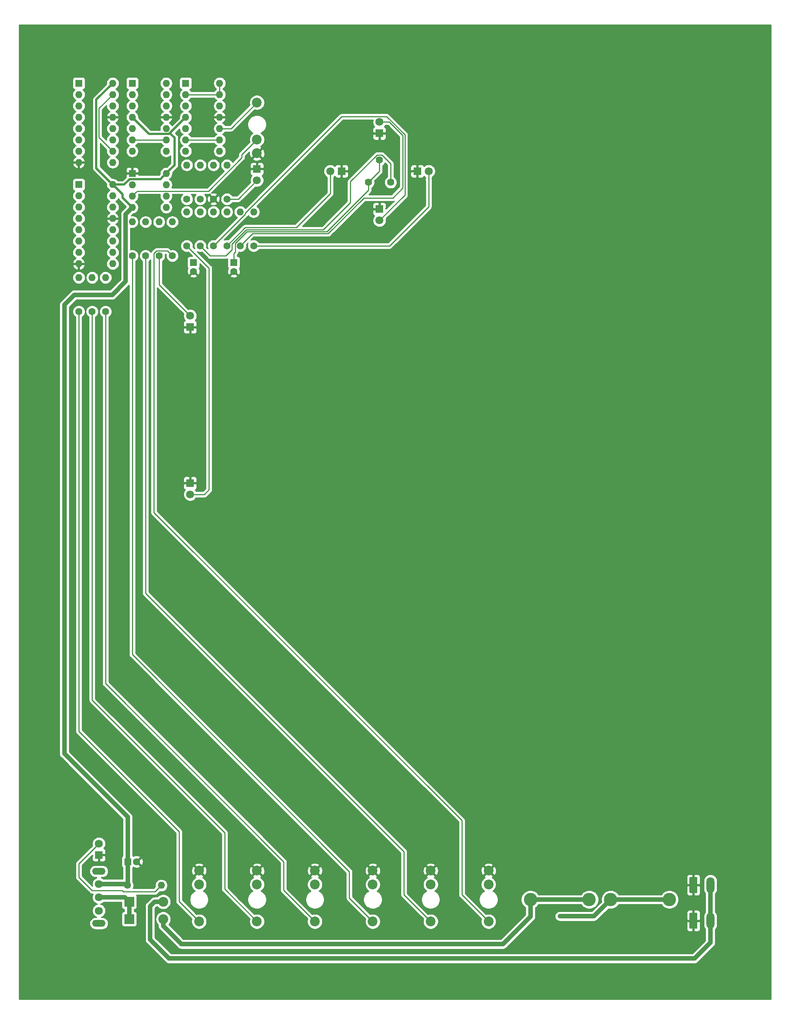
<source format=gbr>
G04 #@! TF.GenerationSoftware,KiCad,Pcbnew,(5.1.2-1)-1*
G04 #@! TF.CreationDate,2020-03-25T22:25:27-05:00*
G04 #@! TF.ProjectId,Knave+Death,4b6e6176-652b-4446-9561-74682e6b6963,rev?*
G04 #@! TF.SameCoordinates,Original*
G04 #@! TF.FileFunction,Copper,L2,Bot*
G04 #@! TF.FilePolarity,Positive*
%FSLAX46Y46*%
G04 Gerber Fmt 4.6, Leading zero omitted, Abs format (unit mm)*
G04 Created by KiCad (PCBNEW (5.1.2-1)-1) date 2020-03-25 22:25:27*
%MOMM*%
%LPD*%
G04 APERTURE LIST*
%ADD10C,1.600000*%
%ADD11R,1.600000X1.600000*%
%ADD12C,1.620000*%
%ADD13O,1.600000X1.600000*%
%ADD14C,3.000000*%
%ADD15R,1.800000X1.800000*%
%ADD16C,1.800000*%
%ADD17O,3.000000X1.500000*%
%ADD18R,2.200000X2.200000*%
%ADD19O,2.200000X2.200000*%
%ADD20C,2.200000*%
%ADD21C,0.100000*%
%ADD22O,1.800000X3.600000*%
%ADD23C,0.800000*%
%ADD24C,1.000000*%
%ADD25C,0.500000*%
%ADD26C,0.250000*%
%ADD27C,0.254000*%
G04 APERTURE END LIST*
D10*
X17000000Y-178500000D03*
D11*
X15000000Y-178500000D03*
D10*
X38800000Y-46000000D03*
D11*
X38800000Y-44000000D03*
D10*
X29750000Y-46000000D03*
D11*
X29750000Y-44000000D03*
D12*
X69000000Y-26000000D03*
X71500000Y-21000000D03*
X74000000Y-26000000D03*
D13*
X23620000Y-3750000D03*
X16000000Y-18990000D03*
X23620000Y-6290000D03*
X16000000Y-16450000D03*
X23620000Y-8830000D03*
X16000000Y-13910000D03*
X23620000Y-11370000D03*
X16000000Y-11370000D03*
X23620000Y-13910000D03*
X16000000Y-8830000D03*
X23620000Y-16450000D03*
X16000000Y-6290000D03*
X23620000Y-18990000D03*
D11*
X16000000Y-3750000D03*
D14*
X118600000Y-187000000D03*
X105400000Y-187000000D03*
X123400000Y-187000000D03*
X136600000Y-187000000D03*
D15*
X71500000Y-32000000D03*
D16*
X71500000Y-34540000D03*
X60460000Y-23500000D03*
D15*
X63000000Y-23500000D03*
X71500000Y-15000000D03*
D16*
X71500000Y-12460000D03*
D15*
X80000000Y-23500000D03*
D16*
X82540000Y-23500000D03*
D15*
X29000000Y-58500000D03*
D16*
X29000000Y-55960000D03*
X29000000Y-96040000D03*
D15*
X29000000Y-93500000D03*
D16*
X8500000Y-174460000D03*
D15*
X8500000Y-177000000D03*
D13*
X4000000Y-47380000D03*
D10*
X4000000Y-55000000D03*
X34250000Y-40250000D03*
D13*
X34250000Y-32630000D03*
X7000000Y-47380000D03*
D10*
X7000000Y-55000000D03*
X37250000Y-40250000D03*
D13*
X37250000Y-32630000D03*
D10*
X10000000Y-55000000D03*
D13*
X10000000Y-47380000D03*
X40250000Y-32630000D03*
D10*
X40250000Y-40250000D03*
D13*
X16000000Y-34880000D03*
D10*
X16000000Y-42500000D03*
X43250000Y-40250000D03*
D13*
X43250000Y-32630000D03*
D10*
X19000000Y-42500000D03*
D13*
X19000000Y-34880000D03*
X22000000Y-34880000D03*
D10*
X22000000Y-42500000D03*
D13*
X25000000Y-34880000D03*
D10*
X25000000Y-42500000D03*
X28250000Y-40250000D03*
D13*
X28250000Y-32630000D03*
D10*
X14895001Y-183825001D03*
D13*
X22515001Y-183825001D03*
X28250000Y-22130000D03*
D10*
X28250000Y-29750000D03*
D13*
X31250000Y-32630000D03*
D10*
X31250000Y-40250000D03*
D16*
X8500000Y-183500000D03*
X8500000Y-186500000D03*
X8500000Y-189500000D03*
D17*
X8500000Y-192350000D03*
X8500000Y-180650000D03*
D13*
X11620000Y-26500000D03*
X4000000Y-44280000D03*
X11620000Y-29040000D03*
X4000000Y-41740000D03*
X11620000Y-31580000D03*
X4000000Y-39200000D03*
X11620000Y-34120000D03*
X4000000Y-36660000D03*
X11620000Y-36660000D03*
X4000000Y-34120000D03*
X11620000Y-39200000D03*
X4000000Y-31580000D03*
X11620000Y-41740000D03*
X4000000Y-29040000D03*
X11620000Y-44280000D03*
D11*
X4000000Y-26500000D03*
X4000000Y-3750000D03*
D13*
X11620000Y-21530000D03*
X4000000Y-6290000D03*
X11620000Y-18990000D03*
X4000000Y-8830000D03*
X11620000Y-16450000D03*
X4000000Y-11370000D03*
X11620000Y-13910000D03*
X4000000Y-13910000D03*
X11620000Y-11370000D03*
X4000000Y-16450000D03*
X11620000Y-8830000D03*
X4000000Y-18990000D03*
X11620000Y-6290000D03*
X4000000Y-21530000D03*
X11620000Y-3750000D03*
D11*
X16000000Y-24000000D03*
D13*
X23620000Y-31620000D03*
X16000000Y-26540000D03*
X23620000Y-29080000D03*
X16000000Y-29080000D03*
X23620000Y-26540000D03*
X16000000Y-31620000D03*
X23620000Y-24000000D03*
D18*
X15325001Y-187500000D03*
D19*
X22945001Y-187500000D03*
X22945001Y-191375001D03*
D18*
X15325001Y-191375001D03*
D20*
X31000000Y-180520000D03*
X31000000Y-183620000D03*
X31000000Y-191920000D03*
X44000000Y-191920000D03*
X44000000Y-183620000D03*
X44000000Y-180520000D03*
X57000000Y-180520000D03*
X57000000Y-183620000D03*
X57000000Y-191920000D03*
X70000000Y-191920000D03*
X70000000Y-183620000D03*
X70000000Y-180520000D03*
X83000000Y-180520000D03*
X83000000Y-183620000D03*
X83000000Y-191920000D03*
X96000000Y-191920000D03*
X96000000Y-183620000D03*
X96000000Y-180520000D03*
D15*
X44000000Y-23000000D03*
D16*
X44000000Y-25540000D03*
D21*
G36*
X142674504Y-189951204D02*
G01*
X142698773Y-189954804D01*
X142722571Y-189960765D01*
X142745671Y-189969030D01*
X142767849Y-189979520D01*
X142788893Y-189992133D01*
X142808598Y-190006747D01*
X142826777Y-190023223D01*
X142843253Y-190041402D01*
X142857867Y-190061107D01*
X142870480Y-190082151D01*
X142880970Y-190104329D01*
X142889235Y-190127429D01*
X142895196Y-190151227D01*
X142898796Y-190175496D01*
X142900000Y-190200000D01*
X142900000Y-193300000D01*
X142898796Y-193324504D01*
X142895196Y-193348773D01*
X142889235Y-193372571D01*
X142880970Y-193395671D01*
X142870480Y-193417849D01*
X142857867Y-193438893D01*
X142843253Y-193458598D01*
X142826777Y-193476777D01*
X142808598Y-193493253D01*
X142788893Y-193507867D01*
X142767849Y-193520480D01*
X142745671Y-193530970D01*
X142722571Y-193539235D01*
X142698773Y-193545196D01*
X142674504Y-193548796D01*
X142650000Y-193550000D01*
X141350000Y-193550000D01*
X141325496Y-193548796D01*
X141301227Y-193545196D01*
X141277429Y-193539235D01*
X141254329Y-193530970D01*
X141232151Y-193520480D01*
X141211107Y-193507867D01*
X141191402Y-193493253D01*
X141173223Y-193476777D01*
X141156747Y-193458598D01*
X141142133Y-193438893D01*
X141129520Y-193417849D01*
X141119030Y-193395671D01*
X141110765Y-193372571D01*
X141104804Y-193348773D01*
X141101204Y-193324504D01*
X141100000Y-193300000D01*
X141100000Y-190200000D01*
X141101204Y-190175496D01*
X141104804Y-190151227D01*
X141110765Y-190127429D01*
X141119030Y-190104329D01*
X141129520Y-190082151D01*
X141142133Y-190061107D01*
X141156747Y-190041402D01*
X141173223Y-190023223D01*
X141191402Y-190006747D01*
X141211107Y-189992133D01*
X141232151Y-189979520D01*
X141254329Y-189969030D01*
X141277429Y-189960765D01*
X141301227Y-189954804D01*
X141325496Y-189951204D01*
X141350000Y-189950000D01*
X142650000Y-189950000D01*
X142674504Y-189951204D01*
X142674504Y-189951204D01*
G37*
D16*
X142000000Y-191750000D03*
D22*
X145810000Y-191750000D03*
D20*
X44000000Y-19480000D03*
X44000000Y-16380000D03*
X44000000Y-8080000D03*
D22*
X145810000Y-183750000D03*
D21*
G36*
X142674504Y-181951204D02*
G01*
X142698773Y-181954804D01*
X142722571Y-181960765D01*
X142745671Y-181969030D01*
X142767849Y-181979520D01*
X142788893Y-181992133D01*
X142808598Y-182006747D01*
X142826777Y-182023223D01*
X142843253Y-182041402D01*
X142857867Y-182061107D01*
X142870480Y-182082151D01*
X142880970Y-182104329D01*
X142889235Y-182127429D01*
X142895196Y-182151227D01*
X142898796Y-182175496D01*
X142900000Y-182200000D01*
X142900000Y-185300000D01*
X142898796Y-185324504D01*
X142895196Y-185348773D01*
X142889235Y-185372571D01*
X142880970Y-185395671D01*
X142870480Y-185417849D01*
X142857867Y-185438893D01*
X142843253Y-185458598D01*
X142826777Y-185476777D01*
X142808598Y-185493253D01*
X142788893Y-185507867D01*
X142767849Y-185520480D01*
X142745671Y-185530970D01*
X142722571Y-185539235D01*
X142698773Y-185545196D01*
X142674504Y-185548796D01*
X142650000Y-185550000D01*
X141350000Y-185550000D01*
X141325496Y-185548796D01*
X141301227Y-185545196D01*
X141277429Y-185539235D01*
X141254329Y-185530970D01*
X141232151Y-185520480D01*
X141211107Y-185507867D01*
X141191402Y-185493253D01*
X141173223Y-185476777D01*
X141156747Y-185458598D01*
X141142133Y-185438893D01*
X141129520Y-185417849D01*
X141119030Y-185395671D01*
X141110765Y-185372571D01*
X141104804Y-185348773D01*
X141101204Y-185324504D01*
X141100000Y-185300000D01*
X141100000Y-182200000D01*
X141101204Y-182175496D01*
X141104804Y-182151227D01*
X141110765Y-182127429D01*
X141119030Y-182104329D01*
X141129520Y-182082151D01*
X141142133Y-182061107D01*
X141156747Y-182041402D01*
X141173223Y-182023223D01*
X141191402Y-182006747D01*
X141211107Y-181992133D01*
X141232151Y-181979520D01*
X141254329Y-181969030D01*
X141277429Y-181960765D01*
X141301227Y-181954804D01*
X141325496Y-181951204D01*
X141350000Y-181950000D01*
X142650000Y-181950000D01*
X142674504Y-181951204D01*
X142674504Y-181951204D01*
G37*
D16*
X142000000Y-183750000D03*
D21*
G36*
X142674504Y-181951204D02*
G01*
X142698773Y-181954804D01*
X142722571Y-181960765D01*
X142745671Y-181969030D01*
X142767849Y-181979520D01*
X142788893Y-181992133D01*
X142808598Y-182006747D01*
X142826777Y-182023223D01*
X142843253Y-182041402D01*
X142857867Y-182061107D01*
X142870480Y-182082151D01*
X142880970Y-182104329D01*
X142889235Y-182127429D01*
X142895196Y-182151227D01*
X142898796Y-182175496D01*
X142900000Y-182200000D01*
X142900000Y-185300000D01*
X142898796Y-185324504D01*
X142895196Y-185348773D01*
X142889235Y-185372571D01*
X142880970Y-185395671D01*
X142870480Y-185417849D01*
X142857867Y-185438893D01*
X142843253Y-185458598D01*
X142826777Y-185476777D01*
X142808598Y-185493253D01*
X142788893Y-185507867D01*
X142767849Y-185520480D01*
X142745671Y-185530970D01*
X142722571Y-185539235D01*
X142698773Y-185545196D01*
X142674504Y-185548796D01*
X142650000Y-185550000D01*
X141350000Y-185550000D01*
X141325496Y-185548796D01*
X141301227Y-185545196D01*
X141277429Y-185539235D01*
X141254329Y-185530970D01*
X141232151Y-185520480D01*
X141211107Y-185507867D01*
X141191402Y-185493253D01*
X141173223Y-185476777D01*
X141156747Y-185458598D01*
X141142133Y-185438893D01*
X141129520Y-185417849D01*
X141119030Y-185395671D01*
X141110765Y-185372571D01*
X141104804Y-185348773D01*
X141101204Y-185324504D01*
X141100000Y-185300000D01*
X141100000Y-182200000D01*
X141101204Y-182175496D01*
X141104804Y-182151227D01*
X141110765Y-182127429D01*
X141119030Y-182104329D01*
X141129520Y-182082151D01*
X141142133Y-182061107D01*
X141156747Y-182041402D01*
X141173223Y-182023223D01*
X141191402Y-182006747D01*
X141211107Y-181992133D01*
X141232151Y-181979520D01*
X141254329Y-181969030D01*
X141277429Y-181960765D01*
X141301227Y-181954804D01*
X141325496Y-181951204D01*
X141350000Y-181950000D01*
X142650000Y-181950000D01*
X142674504Y-181951204D01*
X142674504Y-181951204D01*
G37*
D16*
X142000000Y-183750000D03*
D22*
X145810000Y-183750000D03*
X145810000Y-191750000D03*
D21*
G36*
X142674504Y-189951204D02*
G01*
X142698773Y-189954804D01*
X142722571Y-189960765D01*
X142745671Y-189969030D01*
X142767849Y-189979520D01*
X142788893Y-189992133D01*
X142808598Y-190006747D01*
X142826777Y-190023223D01*
X142843253Y-190041402D01*
X142857867Y-190061107D01*
X142870480Y-190082151D01*
X142880970Y-190104329D01*
X142889235Y-190127429D01*
X142895196Y-190151227D01*
X142898796Y-190175496D01*
X142900000Y-190200000D01*
X142900000Y-193300000D01*
X142898796Y-193324504D01*
X142895196Y-193348773D01*
X142889235Y-193372571D01*
X142880970Y-193395671D01*
X142870480Y-193417849D01*
X142857867Y-193438893D01*
X142843253Y-193458598D01*
X142826777Y-193476777D01*
X142808598Y-193493253D01*
X142788893Y-193507867D01*
X142767849Y-193520480D01*
X142745671Y-193530970D01*
X142722571Y-193539235D01*
X142698773Y-193545196D01*
X142674504Y-193548796D01*
X142650000Y-193550000D01*
X141350000Y-193550000D01*
X141325496Y-193548796D01*
X141301227Y-193545196D01*
X141277429Y-193539235D01*
X141254329Y-193530970D01*
X141232151Y-193520480D01*
X141211107Y-193507867D01*
X141191402Y-193493253D01*
X141173223Y-193476777D01*
X141156747Y-193458598D01*
X141142133Y-193438893D01*
X141129520Y-193417849D01*
X141119030Y-193395671D01*
X141110765Y-193372571D01*
X141104804Y-193348773D01*
X141101204Y-193324504D01*
X141100000Y-193300000D01*
X141100000Y-190200000D01*
X141101204Y-190175496D01*
X141104804Y-190151227D01*
X141110765Y-190127429D01*
X141119030Y-190104329D01*
X141129520Y-190082151D01*
X141142133Y-190061107D01*
X141156747Y-190041402D01*
X141173223Y-190023223D01*
X141191402Y-190006747D01*
X141211107Y-189992133D01*
X141232151Y-189979520D01*
X141254329Y-189969030D01*
X141277429Y-189960765D01*
X141301227Y-189954804D01*
X141325496Y-189951204D01*
X141350000Y-189950000D01*
X142650000Y-189950000D01*
X142674504Y-189951204D01*
X142674504Y-189951204D01*
G37*
D16*
X142000000Y-191750000D03*
D10*
X37250000Y-29750000D03*
D13*
X37250000Y-22130000D03*
D10*
X31250000Y-29750000D03*
D13*
X31250000Y-22130000D03*
X34250000Y-22130000D03*
D10*
X34250000Y-29750000D03*
D11*
X28000000Y-3750000D03*
D13*
X35620000Y-18990000D03*
X28000000Y-6290000D03*
X35620000Y-16450000D03*
X28000000Y-8830000D03*
X35620000Y-13910000D03*
X28000000Y-11370000D03*
X35620000Y-11370000D03*
X28000000Y-13910000D03*
X35620000Y-8830000D03*
X28000000Y-16450000D03*
X35620000Y-6290000D03*
X28000000Y-18990000D03*
X35620000Y-3750000D03*
D23*
X112000000Y-190750000D03*
D24*
X107521320Y-187000000D02*
X118600000Y-187000000D01*
X105400000Y-187000000D02*
X107521320Y-187000000D01*
X105400000Y-190850000D02*
X105400000Y-187000000D01*
X99250000Y-197000000D02*
X105400000Y-190850000D01*
X27014366Y-197000000D02*
X99250000Y-197000000D01*
X22945001Y-192930635D02*
X27014366Y-197000000D01*
X22945001Y-191375001D02*
X22945001Y-192930635D01*
X119650000Y-190750000D02*
X123400000Y-187000000D01*
X112000000Y-190750000D02*
X119650000Y-190750000D01*
X123400000Y-187000000D02*
X136600000Y-187000000D01*
X14570000Y-183500000D02*
X14895001Y-183825001D01*
X8500000Y-183500000D02*
X14570000Y-183500000D01*
X15000000Y-183720002D02*
X14895001Y-183825001D01*
X15000000Y-178500000D02*
X15000000Y-183720002D01*
X15000000Y-168500000D02*
X15000000Y-178500000D01*
X750000Y-154250000D02*
X15000000Y-168500000D01*
X750000Y-53500000D02*
X750000Y-154250000D01*
X11500000Y-51250000D02*
X3000000Y-51250000D01*
X16000000Y-31620000D02*
X14499999Y-33120001D01*
X14500000Y-48250000D02*
X11500000Y-51250000D01*
X3000000Y-51250000D02*
X750000Y-53500000D01*
X14499999Y-33120001D02*
X14500000Y-48250000D01*
D25*
X16799999Y-12169999D02*
X16000000Y-11370000D01*
X19790001Y-15160001D02*
X16799999Y-12169999D01*
X24209999Y-15160001D02*
X19790001Y-15160001D01*
X10820001Y-25700001D02*
X11620000Y-26500000D01*
X7924992Y-22804992D02*
X10820001Y-25700001D01*
X7924992Y-7445008D02*
X7924992Y-22804992D01*
X11620000Y-3750000D02*
X7924992Y-7445008D01*
X16000000Y-31620000D02*
X13800000Y-29420000D01*
X13800000Y-28680000D02*
X11620000Y-26500000D01*
X13800000Y-29420000D02*
X13800000Y-28680000D01*
X22820001Y-24799999D02*
X23620000Y-24000000D01*
X22369999Y-25250001D02*
X22820001Y-24799999D01*
X15439997Y-25250001D02*
X22369999Y-25250001D01*
X14189998Y-26500000D02*
X15439997Y-25250001D01*
X11620000Y-26500000D02*
X14189998Y-26500000D01*
X24419999Y-23200001D02*
X23620000Y-24000000D01*
X25500000Y-16000000D02*
X25500000Y-22120000D01*
X24435000Y-14935000D02*
X25500000Y-16000000D01*
X25500000Y-22120000D02*
X24419999Y-23200001D01*
X28000000Y-11370000D02*
X24435000Y-14935000D01*
X24435000Y-14935000D02*
X24209999Y-15160001D01*
D26*
X38800000Y-41949998D02*
X39124999Y-41624999D01*
X39124999Y-39709999D02*
X41785008Y-37049990D01*
X38800000Y-44400000D02*
X38800000Y-41949998D01*
X39124999Y-41624999D02*
X39124999Y-39709999D01*
X41785008Y-37049990D02*
X59700010Y-37049990D01*
X69000000Y-26000000D02*
X71500000Y-23500000D01*
X59700010Y-37049990D02*
X69000000Y-27750000D01*
X69000000Y-27750000D02*
X69000000Y-26000000D01*
X71500000Y-23500000D02*
X71500000Y-21000000D01*
X35049999Y-39450001D02*
X34250000Y-40250000D01*
X41375001Y-32874999D02*
X41375001Y-33124999D01*
X71500000Y-34540000D02*
X77200010Y-28839990D01*
X77200009Y-15313599D02*
X73121409Y-11234999D01*
X41375001Y-33124999D02*
X35049999Y-39450001D01*
X63015001Y-11234999D02*
X41375001Y-32874999D01*
X73121409Y-11234999D02*
X63015001Y-11234999D01*
X77200010Y-28839990D02*
X77200009Y-15313599D01*
X52850028Y-36149972D02*
X60460000Y-28540000D01*
X41350028Y-36149972D02*
X52850028Y-36149972D01*
X60460000Y-27710000D02*
X60460000Y-23500000D01*
X60460000Y-28540000D02*
X60460000Y-27710000D01*
X37250000Y-40250000D02*
X41350028Y-36149972D01*
X43000000Y-37500000D02*
X40250000Y-40250000D01*
X60000000Y-37500000D02*
X43000000Y-37500000D01*
X76750000Y-27250000D02*
X74500000Y-29500000D01*
X76750000Y-15500000D02*
X76750000Y-27250000D01*
X68000000Y-29500000D02*
X60000000Y-37500000D01*
X73710000Y-12460000D02*
X76750000Y-15500000D01*
X74500000Y-29500000D02*
X68000000Y-29500000D01*
X71500000Y-12460000D02*
X73710000Y-12460000D01*
X82540000Y-25313002D02*
X82500000Y-25353002D01*
X82540000Y-23500000D02*
X82540000Y-25313002D01*
X82540000Y-23500000D02*
X82540000Y-31460000D01*
X73750000Y-40250000D02*
X43250000Y-40250000D01*
X82540000Y-31460000D02*
X73750000Y-40250000D01*
X22000000Y-48960000D02*
X29000000Y-55960000D01*
X22000000Y-42500000D02*
X22000000Y-48960000D01*
X32210000Y-96040000D02*
X29000000Y-96040000D01*
X33250000Y-95000000D02*
X32210000Y-96040000D01*
X33250000Y-45250000D02*
X33250000Y-95000000D01*
X28250000Y-40250000D02*
X33250000Y-45250000D01*
X21090002Y-185250000D02*
X22515001Y-183825001D01*
X14000000Y-185250000D02*
X21090002Y-185250000D01*
X8500000Y-174460000D02*
X4000000Y-178960000D01*
X7000000Y-185000000D02*
X13750000Y-185000000D01*
X13750000Y-185000000D02*
X14000000Y-185250000D01*
X4000000Y-182000000D02*
X7000000Y-185000000D01*
X4000000Y-178960000D02*
X4000000Y-182000000D01*
D24*
X15325001Y-191375001D02*
X15325001Y-187500000D01*
X14325001Y-186500000D02*
X15325001Y-187500000D01*
X8500000Y-186500000D02*
X14325001Y-186500000D01*
X145810000Y-183750000D02*
X145810000Y-191750000D01*
X145810000Y-191750000D02*
X145810000Y-196690000D01*
X145810000Y-196690000D02*
X142250000Y-200250000D01*
X142250000Y-200250000D02*
X24250000Y-200250000D01*
X24250000Y-200250000D02*
X20000000Y-196000000D01*
X20000000Y-196000000D02*
X20000000Y-188500000D01*
X21000000Y-187500000D02*
X22945001Y-187500000D01*
X20000000Y-188500000D02*
X21000000Y-187500000D01*
D26*
X4000000Y-55000000D02*
X4000000Y-149250000D01*
X4000000Y-149250000D02*
X26500000Y-171750000D01*
X26500000Y-187420000D02*
X31000000Y-191920000D01*
X26500000Y-171750000D02*
X26500000Y-187420000D01*
X7000000Y-55000000D02*
X7000000Y-142250000D01*
X7000000Y-142250000D02*
X36750000Y-172000000D01*
X36750000Y-184670000D02*
X44000000Y-191920000D01*
X36750000Y-172000000D02*
X36750000Y-184670000D01*
X10000000Y-55000000D02*
X10000000Y-138500000D01*
X10000000Y-138500000D02*
X50000000Y-178500000D01*
X50000000Y-184920000D02*
X57000000Y-191920000D01*
X50000000Y-178500000D02*
X50000000Y-184920000D01*
X16000000Y-42500000D02*
X16000000Y-132000000D01*
X16000000Y-132000000D02*
X64750000Y-180750000D01*
X64750000Y-186670000D02*
X70000000Y-191920000D01*
X64750000Y-180750000D02*
X64750000Y-186670000D01*
X19000000Y-42500000D02*
X19000000Y-118250000D01*
X19000000Y-118250000D02*
X77000000Y-176250000D01*
X77000000Y-185920000D02*
X83000000Y-191920000D01*
X77000000Y-176250000D02*
X77000000Y-185920000D01*
X20874999Y-41959999D02*
X20874999Y-100124999D01*
X21459999Y-41374999D02*
X20874999Y-41959999D01*
X23874999Y-41374999D02*
X21459999Y-41374999D01*
X25000000Y-42500000D02*
X23874999Y-41374999D01*
X20874999Y-100124999D02*
X90000000Y-169250000D01*
X90000000Y-185920000D02*
X96000000Y-191920000D01*
X90000000Y-169250000D02*
X90000000Y-185920000D01*
X11620000Y-6290000D02*
X8500000Y-9410000D01*
X8500000Y-15870000D02*
X11620000Y-18990000D01*
X8500000Y-9410000D02*
X8500000Y-15870000D01*
X33500000Y-42500000D02*
X31250000Y-40250000D01*
X37000000Y-42500000D02*
X33500000Y-42500000D01*
X70955199Y-19864999D02*
X65000000Y-25820198D01*
X38375001Y-41124999D02*
X37000000Y-42500000D01*
X74000000Y-26000000D02*
X74000000Y-21820198D01*
X41598607Y-36599981D02*
X38375001Y-39823587D01*
X65000000Y-25820198D02*
X65000000Y-30500000D01*
X58900020Y-36599980D02*
X41598607Y-36599981D01*
X72044801Y-19864999D02*
X70955199Y-19864999D01*
X38375001Y-39823587D02*
X38375001Y-41124999D01*
X65000000Y-30500000D02*
X58900020Y-36599980D01*
X74000000Y-21820198D02*
X72044801Y-19864999D01*
X39790000Y-29750000D02*
X44000000Y-25540000D01*
X37250000Y-29750000D02*
X39790000Y-29750000D01*
X44000000Y-16380000D02*
X40600000Y-19780000D01*
X17125001Y-27954999D02*
X16799999Y-28280001D01*
X16799999Y-28280001D02*
X16000000Y-29080000D01*
X33090003Y-27954999D02*
X17125001Y-27954999D01*
X40600000Y-20445002D02*
X33090003Y-27954999D01*
X40600000Y-19780000D02*
X40600000Y-20445002D01*
X38170000Y-13910000D02*
X44000000Y-8080000D01*
X35620000Y-13910000D02*
X38170000Y-13910000D01*
X16000000Y-16450000D02*
X23620000Y-16450000D01*
X28000000Y-6290000D02*
X35620000Y-6290000D01*
X35620000Y-6290000D02*
X35620000Y-3750000D01*
X29131370Y-16450000D02*
X35620000Y-16450000D01*
X28000000Y-16450000D02*
X29131370Y-16450000D01*
D27*
G36*
X159340000Y-209340000D02*
G01*
X-9340000Y-209340000D01*
X-9340000Y-53500000D01*
X-390491Y-53500000D01*
X-385000Y-53555751D01*
X-384999Y-154194238D01*
X-390491Y-154250000D01*
X-368577Y-154472498D01*
X-303676Y-154686446D01*
X-303675Y-154686447D01*
X-198283Y-154883623D01*
X-56448Y-155056449D01*
X-13140Y-155091991D01*
X13865000Y-168970132D01*
X13865001Y-177159043D01*
X13845506Y-177169463D01*
X13748815Y-177248815D01*
X13669463Y-177345506D01*
X13610498Y-177455820D01*
X13574188Y-177575518D01*
X13561928Y-177700000D01*
X13561928Y-179300000D01*
X13574188Y-179424482D01*
X13610498Y-179544180D01*
X13669463Y-179654494D01*
X13748815Y-179751185D01*
X13845506Y-179830537D01*
X13865000Y-179840957D01*
X13865001Y-182365000D01*
X9535817Y-182365000D01*
X9478505Y-182307688D01*
X9227095Y-182139701D01*
X8974326Y-182035000D01*
X9318037Y-182035000D01*
X9521507Y-182014960D01*
X9782581Y-181935764D01*
X10023188Y-181807157D01*
X10234081Y-181634081D01*
X10407157Y-181423188D01*
X10535764Y-181182581D01*
X10614960Y-180921507D01*
X10641701Y-180650000D01*
X10614960Y-180378493D01*
X10535764Y-180117419D01*
X10407157Y-179876812D01*
X10234081Y-179665919D01*
X10023188Y-179492843D01*
X9782581Y-179364236D01*
X9521507Y-179285040D01*
X9318037Y-179265000D01*
X7681963Y-179265000D01*
X7478493Y-179285040D01*
X7217419Y-179364236D01*
X6976812Y-179492843D01*
X6765919Y-179665919D01*
X6592843Y-179876812D01*
X6464236Y-180117419D01*
X6385040Y-180378493D01*
X6358299Y-180650000D01*
X6385040Y-180921507D01*
X6464236Y-181182581D01*
X6592843Y-181423188D01*
X6765919Y-181634081D01*
X6976812Y-181807157D01*
X7217419Y-181935764D01*
X7478493Y-182014960D01*
X7681963Y-182035000D01*
X8025674Y-182035000D01*
X7772905Y-182139701D01*
X7521495Y-182307688D01*
X7307688Y-182521495D01*
X7139701Y-182772905D01*
X7023989Y-183052257D01*
X6965000Y-183348816D01*
X6965000Y-183651184D01*
X7023989Y-183947743D01*
X7025010Y-183950208D01*
X4760000Y-181685199D01*
X4760000Y-179274801D01*
X6965000Y-177069802D01*
X6965000Y-177127002D01*
X7123748Y-177127002D01*
X6965000Y-177285750D01*
X6961928Y-177900000D01*
X6974188Y-178024482D01*
X7010498Y-178144180D01*
X7069463Y-178254494D01*
X7148815Y-178351185D01*
X7245506Y-178430537D01*
X7355820Y-178489502D01*
X7475518Y-178525812D01*
X7600000Y-178538072D01*
X8214250Y-178535000D01*
X8373000Y-178376250D01*
X8373000Y-177127000D01*
X8627000Y-177127000D01*
X8627000Y-178376250D01*
X8785750Y-178535000D01*
X9400000Y-178538072D01*
X9524482Y-178525812D01*
X9644180Y-178489502D01*
X9754494Y-178430537D01*
X9851185Y-178351185D01*
X9930537Y-178254494D01*
X9989502Y-178144180D01*
X10025812Y-178024482D01*
X10038072Y-177900000D01*
X10035000Y-177285750D01*
X9876250Y-177127000D01*
X8627000Y-177127000D01*
X8373000Y-177127000D01*
X8353000Y-177127000D01*
X8353000Y-176873000D01*
X8373000Y-176873000D01*
X8373000Y-176853000D01*
X8627000Y-176853000D01*
X8627000Y-176873000D01*
X9876250Y-176873000D01*
X10035000Y-176714250D01*
X10038072Y-176100000D01*
X10025812Y-175975518D01*
X9989502Y-175855820D01*
X9930537Y-175745506D01*
X9851185Y-175648815D01*
X9754494Y-175569463D01*
X9644180Y-175510498D01*
X9625873Y-175504944D01*
X9692312Y-175438505D01*
X9860299Y-175187095D01*
X9976011Y-174907743D01*
X10035000Y-174611184D01*
X10035000Y-174308816D01*
X9976011Y-174012257D01*
X9860299Y-173732905D01*
X9692312Y-173481495D01*
X9478505Y-173267688D01*
X9227095Y-173099701D01*
X8947743Y-172983989D01*
X8651184Y-172925000D01*
X8348816Y-172925000D01*
X8052257Y-172983989D01*
X7772905Y-173099701D01*
X7521495Y-173267688D01*
X7307688Y-173481495D01*
X7139701Y-173732905D01*
X7023989Y-174012257D01*
X6965000Y-174308816D01*
X6965000Y-174611184D01*
X7016269Y-174868930D01*
X3489003Y-178396196D01*
X3459999Y-178419999D01*
X3424983Y-178462667D01*
X3365026Y-178535724D01*
X3304486Y-178648985D01*
X3294454Y-178667754D01*
X3250997Y-178811015D01*
X3240000Y-178922668D01*
X3240000Y-178922678D01*
X3236324Y-178960000D01*
X3240000Y-178997323D01*
X3240001Y-181962668D01*
X3236324Y-182000000D01*
X3240001Y-182037333D01*
X3250084Y-182139701D01*
X3250998Y-182148985D01*
X3294454Y-182292246D01*
X3365026Y-182424276D01*
X3436201Y-182511002D01*
X3460000Y-182540001D01*
X3488998Y-182563799D01*
X6436200Y-185511002D01*
X6459999Y-185540001D01*
X6575724Y-185634974D01*
X6707753Y-185705546D01*
X6851014Y-185749003D01*
X6962667Y-185760000D01*
X6962675Y-185760000D01*
X7000000Y-185763676D01*
X7037325Y-185760000D01*
X7148324Y-185760000D01*
X7139701Y-185772905D01*
X7023989Y-186052257D01*
X6965000Y-186348816D01*
X6965000Y-186651184D01*
X7023989Y-186947743D01*
X7139701Y-187227095D01*
X7307688Y-187478505D01*
X7521495Y-187692312D01*
X7772905Y-187860299D01*
X8052257Y-187976011D01*
X8172858Y-188000000D01*
X8052257Y-188023989D01*
X7772905Y-188139701D01*
X7521495Y-188307688D01*
X7307688Y-188521495D01*
X7139701Y-188772905D01*
X7023989Y-189052257D01*
X6965000Y-189348816D01*
X6965000Y-189651184D01*
X7023989Y-189947743D01*
X7139701Y-190227095D01*
X7307688Y-190478505D01*
X7521495Y-190692312D01*
X7772905Y-190860299D01*
X8025674Y-190965000D01*
X7681963Y-190965000D01*
X7478493Y-190985040D01*
X7217419Y-191064236D01*
X6976812Y-191192843D01*
X6765919Y-191365919D01*
X6592843Y-191576812D01*
X6464236Y-191817419D01*
X6385040Y-192078493D01*
X6358299Y-192350000D01*
X6385040Y-192621507D01*
X6464236Y-192882581D01*
X6592843Y-193123188D01*
X6765919Y-193334081D01*
X6976812Y-193507157D01*
X7217419Y-193635764D01*
X7478493Y-193714960D01*
X7681963Y-193735000D01*
X9318037Y-193735000D01*
X9521507Y-193714960D01*
X9782581Y-193635764D01*
X10023188Y-193507157D01*
X10234081Y-193334081D01*
X10407157Y-193123188D01*
X10535764Y-192882581D01*
X10614960Y-192621507D01*
X10641701Y-192350000D01*
X10614960Y-192078493D01*
X10535764Y-191817419D01*
X10407157Y-191576812D01*
X10234081Y-191365919D01*
X10023188Y-191192843D01*
X9782581Y-191064236D01*
X9521507Y-190985040D01*
X9318037Y-190965000D01*
X8974326Y-190965000D01*
X9227095Y-190860299D01*
X9478505Y-190692312D01*
X9692312Y-190478505D01*
X9860299Y-190227095D01*
X9976011Y-189947743D01*
X10035000Y-189651184D01*
X10035000Y-189348816D01*
X9976011Y-189052257D01*
X9860299Y-188772905D01*
X9692312Y-188521495D01*
X9478505Y-188307688D01*
X9227095Y-188139701D01*
X8947743Y-188023989D01*
X8827142Y-188000000D01*
X8947743Y-187976011D01*
X9227095Y-187860299D01*
X9478505Y-187692312D01*
X9535817Y-187635000D01*
X13586929Y-187635000D01*
X13586929Y-188600000D01*
X13599189Y-188724482D01*
X13635499Y-188844180D01*
X13694464Y-188954494D01*
X13773816Y-189051185D01*
X13870507Y-189130537D01*
X13980821Y-189189502D01*
X14100519Y-189225812D01*
X14190002Y-189234625D01*
X14190001Y-189640376D01*
X14100519Y-189649189D01*
X13980821Y-189685499D01*
X13870507Y-189744464D01*
X13773816Y-189823816D01*
X13694464Y-189920507D01*
X13635499Y-190030821D01*
X13599189Y-190150519D01*
X13586929Y-190275001D01*
X13586929Y-192475001D01*
X13599189Y-192599483D01*
X13635499Y-192719181D01*
X13694464Y-192829495D01*
X13773816Y-192926186D01*
X13870507Y-193005538D01*
X13980821Y-193064503D01*
X14100519Y-193100813D01*
X14225001Y-193113073D01*
X16425001Y-193113073D01*
X16549483Y-193100813D01*
X16669181Y-193064503D01*
X16779495Y-193005538D01*
X16876186Y-192926186D01*
X16955538Y-192829495D01*
X17014503Y-192719181D01*
X17050813Y-192599483D01*
X17063073Y-192475001D01*
X17063073Y-190275001D01*
X17050813Y-190150519D01*
X17014503Y-190030821D01*
X16955538Y-189920507D01*
X16876186Y-189823816D01*
X16779495Y-189744464D01*
X16669181Y-189685499D01*
X16549483Y-189649189D01*
X16460001Y-189640376D01*
X16460001Y-189234625D01*
X16549483Y-189225812D01*
X16669181Y-189189502D01*
X16779495Y-189130537D01*
X16876186Y-189051185D01*
X16955538Y-188954494D01*
X17014503Y-188844180D01*
X17050813Y-188724482D01*
X17063073Y-188600000D01*
X17063073Y-188500000D01*
X18859509Y-188500000D01*
X18865001Y-188555761D01*
X18865000Y-195944248D01*
X18859509Y-196000000D01*
X18865000Y-196055751D01*
X18881423Y-196222498D01*
X18946324Y-196436446D01*
X19051716Y-196633623D01*
X19193551Y-196806449D01*
X19236865Y-196841996D01*
X23408013Y-201013146D01*
X23443551Y-201056449D01*
X23486854Y-201091987D01*
X23486856Y-201091989D01*
X23616377Y-201198284D01*
X23813553Y-201303676D01*
X24027501Y-201368577D01*
X24250000Y-201390491D01*
X24305752Y-201385000D01*
X142194249Y-201385000D01*
X142250000Y-201390491D01*
X142305751Y-201385000D01*
X142305752Y-201385000D01*
X142472499Y-201368577D01*
X142686447Y-201303676D01*
X142883623Y-201198284D01*
X143056449Y-201056449D01*
X143091996Y-201013135D01*
X146573141Y-197531991D01*
X146616449Y-197496449D01*
X146758284Y-197323623D01*
X146863676Y-197126447D01*
X146928577Y-196912499D01*
X146945000Y-196745752D01*
X146945000Y-196745743D01*
X146950490Y-196690001D01*
X146945000Y-196634259D01*
X146945000Y-193686634D01*
X147092481Y-193506927D01*
X147235017Y-193240261D01*
X147322790Y-192950913D01*
X147345000Y-192725408D01*
X147345000Y-190774592D01*
X147322790Y-190549087D01*
X147235017Y-190259739D01*
X147092481Y-189993073D01*
X146945000Y-189813366D01*
X146945000Y-185686634D01*
X147092481Y-185506927D01*
X147235017Y-185240261D01*
X147322790Y-184950913D01*
X147345000Y-184725408D01*
X147345000Y-182774592D01*
X147322790Y-182549087D01*
X147235017Y-182259739D01*
X147092481Y-181993073D01*
X146900661Y-181759339D01*
X146666926Y-181567519D01*
X146400260Y-181424983D01*
X146110912Y-181337210D01*
X145810000Y-181307573D01*
X145509087Y-181337210D01*
X145219739Y-181424983D01*
X144953073Y-181567519D01*
X144719339Y-181759339D01*
X144527519Y-181993074D01*
X144384983Y-182259740D01*
X144297210Y-182549088D01*
X144275000Y-182774593D01*
X144275000Y-184725408D01*
X144297211Y-184950913D01*
X144384984Y-185240261D01*
X144527520Y-185506927D01*
X144675000Y-185686633D01*
X144675001Y-189813366D01*
X144527519Y-189993074D01*
X144384983Y-190259740D01*
X144297210Y-190549088D01*
X144275000Y-190774593D01*
X144275000Y-192725408D01*
X144297211Y-192950913D01*
X144384984Y-193240261D01*
X144527520Y-193506927D01*
X144675000Y-193686633D01*
X144675001Y-196219867D01*
X141779869Y-199115000D01*
X24720133Y-199115000D01*
X21135000Y-195529869D01*
X21135000Y-191375001D01*
X21201607Y-191375001D01*
X21235106Y-191715120D01*
X21334315Y-192042169D01*
X21495422Y-192343579D01*
X21712235Y-192607767D01*
X21810001Y-192688001D01*
X21810001Y-192874884D01*
X21804510Y-192930635D01*
X21826424Y-193153133D01*
X21891325Y-193367081D01*
X21891326Y-193367082D01*
X21996718Y-193564258D01*
X22138553Y-193737084D01*
X22181861Y-193772626D01*
X26172375Y-197763141D01*
X26207917Y-197806449D01*
X26380743Y-197948284D01*
X26577919Y-198053676D01*
X26742071Y-198103471D01*
X26791866Y-198118577D01*
X26812859Y-198120644D01*
X26958614Y-198135000D01*
X26958621Y-198135000D01*
X27014365Y-198140490D01*
X27070109Y-198135000D01*
X99194249Y-198135000D01*
X99250000Y-198140491D01*
X99305751Y-198135000D01*
X99305752Y-198135000D01*
X99472499Y-198118577D01*
X99686447Y-198053676D01*
X99883623Y-197948284D01*
X100056449Y-197806449D01*
X100091996Y-197763135D01*
X104305131Y-193550000D01*
X140461928Y-193550000D01*
X140474188Y-193674482D01*
X140510498Y-193794180D01*
X140569463Y-193904494D01*
X140648815Y-194001185D01*
X140745506Y-194080537D01*
X140855820Y-194139502D01*
X140975518Y-194175812D01*
X141100000Y-194188072D01*
X141714250Y-194185000D01*
X141873000Y-194026250D01*
X141873000Y-191877000D01*
X142127000Y-191877000D01*
X142127000Y-194026250D01*
X142285750Y-194185000D01*
X142900000Y-194188072D01*
X143024482Y-194175812D01*
X143144180Y-194139502D01*
X143254494Y-194080537D01*
X143351185Y-194001185D01*
X143430537Y-193904494D01*
X143489502Y-193794180D01*
X143525812Y-193674482D01*
X143538072Y-193550000D01*
X143535000Y-192035750D01*
X143376250Y-191877000D01*
X142127000Y-191877000D01*
X141873000Y-191877000D01*
X140623750Y-191877000D01*
X140465000Y-192035750D01*
X140461928Y-193550000D01*
X104305131Y-193550000D01*
X106163141Y-191691991D01*
X106206449Y-191656449D01*
X106348284Y-191483623D01*
X106453676Y-191286447D01*
X106518577Y-191072499D01*
X106535000Y-190905752D01*
X106535000Y-190905743D01*
X106540490Y-190850001D01*
X106535000Y-190794259D01*
X106535000Y-190750000D01*
X110859509Y-190750000D01*
X110881423Y-190972499D01*
X110946324Y-191186447D01*
X111051716Y-191383623D01*
X111193551Y-191556449D01*
X111366377Y-191698284D01*
X111563553Y-191803676D01*
X111777501Y-191868577D01*
X111944248Y-191885000D01*
X119594249Y-191885000D01*
X119650000Y-191890491D01*
X119705751Y-191885000D01*
X119705752Y-191885000D01*
X119872499Y-191868577D01*
X120086447Y-191803676D01*
X120283623Y-191698284D01*
X120456449Y-191556449D01*
X120491996Y-191513135D01*
X122055131Y-189950000D01*
X140461928Y-189950000D01*
X140465000Y-191464250D01*
X140623750Y-191623000D01*
X141873000Y-191623000D01*
X141873000Y-189473750D01*
X142127000Y-189473750D01*
X142127000Y-191623000D01*
X143376250Y-191623000D01*
X143535000Y-191464250D01*
X143538072Y-189950000D01*
X143525812Y-189825518D01*
X143489502Y-189705820D01*
X143430537Y-189595506D01*
X143351185Y-189498815D01*
X143254494Y-189419463D01*
X143144180Y-189360498D01*
X143024482Y-189324188D01*
X142900000Y-189311928D01*
X142285750Y-189315000D01*
X142127000Y-189473750D01*
X141873000Y-189473750D01*
X141714250Y-189315000D01*
X141100000Y-189311928D01*
X140975518Y-189324188D01*
X140855820Y-189360498D01*
X140745506Y-189419463D01*
X140648815Y-189498815D01*
X140569463Y-189595506D01*
X140510498Y-189705820D01*
X140474188Y-189825518D01*
X140461928Y-189950000D01*
X122055131Y-189950000D01*
X122923155Y-189081977D01*
X123189721Y-189135000D01*
X123610279Y-189135000D01*
X124022756Y-189052953D01*
X124411302Y-188892012D01*
X124760983Y-188658363D01*
X125058363Y-188360983D01*
X125209360Y-188135000D01*
X134790640Y-188135000D01*
X134941637Y-188360983D01*
X135239017Y-188658363D01*
X135588698Y-188892012D01*
X135977244Y-189052953D01*
X136389721Y-189135000D01*
X136810279Y-189135000D01*
X137222756Y-189052953D01*
X137611302Y-188892012D01*
X137960983Y-188658363D01*
X138258363Y-188360983D01*
X138492012Y-188011302D01*
X138652953Y-187622756D01*
X138735000Y-187210279D01*
X138735000Y-186789721D01*
X138652953Y-186377244D01*
X138492012Y-185988698D01*
X138258363Y-185639017D01*
X138169346Y-185550000D01*
X140461928Y-185550000D01*
X140474188Y-185674482D01*
X140510498Y-185794180D01*
X140569463Y-185904494D01*
X140648815Y-186001185D01*
X140745506Y-186080537D01*
X140855820Y-186139502D01*
X140975518Y-186175812D01*
X141100000Y-186188072D01*
X141714250Y-186185000D01*
X141873000Y-186026250D01*
X141873000Y-183877000D01*
X142127000Y-183877000D01*
X142127000Y-186026250D01*
X142285750Y-186185000D01*
X142900000Y-186188072D01*
X143024482Y-186175812D01*
X143144180Y-186139502D01*
X143254494Y-186080537D01*
X143351185Y-186001185D01*
X143430537Y-185904494D01*
X143489502Y-185794180D01*
X143525812Y-185674482D01*
X143538072Y-185550000D01*
X143535000Y-184035750D01*
X143376250Y-183877000D01*
X142127000Y-183877000D01*
X141873000Y-183877000D01*
X140623750Y-183877000D01*
X140465000Y-184035750D01*
X140461928Y-185550000D01*
X138169346Y-185550000D01*
X137960983Y-185341637D01*
X137611302Y-185107988D01*
X137222756Y-184947047D01*
X136810279Y-184865000D01*
X136389721Y-184865000D01*
X135977244Y-184947047D01*
X135588698Y-185107988D01*
X135239017Y-185341637D01*
X134941637Y-185639017D01*
X134790640Y-185865000D01*
X125209360Y-185865000D01*
X125058363Y-185639017D01*
X124760983Y-185341637D01*
X124411302Y-185107988D01*
X124022756Y-184947047D01*
X123610279Y-184865000D01*
X123189721Y-184865000D01*
X122777244Y-184947047D01*
X122388698Y-185107988D01*
X122039017Y-185341637D01*
X121741637Y-185639017D01*
X121507988Y-185988698D01*
X121347047Y-186377244D01*
X121265000Y-186789721D01*
X121265000Y-187210279D01*
X121318023Y-187476845D01*
X119179869Y-189615000D01*
X111944248Y-189615000D01*
X111777501Y-189631423D01*
X111563553Y-189696324D01*
X111366377Y-189801716D01*
X111193551Y-189943551D01*
X111051716Y-190116377D01*
X110946324Y-190313553D01*
X110881423Y-190527501D01*
X110859509Y-190750000D01*
X106535000Y-190750000D01*
X106535000Y-188809360D01*
X106760983Y-188658363D01*
X107058363Y-188360983D01*
X107209360Y-188135000D01*
X116790640Y-188135000D01*
X116941637Y-188360983D01*
X117239017Y-188658363D01*
X117588698Y-188892012D01*
X117977244Y-189052953D01*
X118389721Y-189135000D01*
X118810279Y-189135000D01*
X119222756Y-189052953D01*
X119611302Y-188892012D01*
X119960983Y-188658363D01*
X120258363Y-188360983D01*
X120492012Y-188011302D01*
X120652953Y-187622756D01*
X120735000Y-187210279D01*
X120735000Y-186789721D01*
X120652953Y-186377244D01*
X120492012Y-185988698D01*
X120258363Y-185639017D01*
X119960983Y-185341637D01*
X119611302Y-185107988D01*
X119222756Y-184947047D01*
X118810279Y-184865000D01*
X118389721Y-184865000D01*
X117977244Y-184947047D01*
X117588698Y-185107988D01*
X117239017Y-185341637D01*
X116941637Y-185639017D01*
X116790640Y-185865000D01*
X107209360Y-185865000D01*
X107058363Y-185639017D01*
X106760983Y-185341637D01*
X106411302Y-185107988D01*
X106022756Y-184947047D01*
X105610279Y-184865000D01*
X105189721Y-184865000D01*
X104777244Y-184947047D01*
X104388698Y-185107988D01*
X104039017Y-185341637D01*
X103741637Y-185639017D01*
X103507988Y-185988698D01*
X103347047Y-186377244D01*
X103265000Y-186789721D01*
X103265000Y-187210279D01*
X103347047Y-187622756D01*
X103507988Y-188011302D01*
X103741637Y-188360983D01*
X104039017Y-188658363D01*
X104265001Y-188809360D01*
X104265000Y-190379868D01*
X98779869Y-195865000D01*
X27484498Y-195865000D01*
X24200078Y-192580581D01*
X24394580Y-192343579D01*
X24555687Y-192042169D01*
X24654896Y-191715120D01*
X24688395Y-191375001D01*
X24654896Y-191034882D01*
X24555687Y-190707833D01*
X24394580Y-190406423D01*
X24177767Y-190142235D01*
X23913579Y-189925422D01*
X23612169Y-189764315D01*
X23285120Y-189665106D01*
X23030226Y-189640001D01*
X22859776Y-189640001D01*
X22604882Y-189665106D01*
X22277833Y-189764315D01*
X21976423Y-189925422D01*
X21712235Y-190142235D01*
X21495422Y-190406423D01*
X21334315Y-190707833D01*
X21235106Y-191034882D01*
X21201607Y-191375001D01*
X21135000Y-191375001D01*
X21135000Y-188970132D01*
X21470132Y-188635000D01*
X21632001Y-188635000D01*
X21712235Y-188732766D01*
X21976423Y-188949579D01*
X22277833Y-189110686D01*
X22604882Y-189209895D01*
X22859776Y-189235000D01*
X23030226Y-189235000D01*
X23285120Y-189209895D01*
X23612169Y-189110686D01*
X23913579Y-188949579D01*
X24177767Y-188732766D01*
X24394580Y-188468578D01*
X24555687Y-188167168D01*
X24654896Y-187840119D01*
X24688395Y-187500000D01*
X24654896Y-187159881D01*
X24555687Y-186832832D01*
X24394580Y-186531422D01*
X24177767Y-186267234D01*
X23913579Y-186050421D01*
X23612169Y-185889314D01*
X23285120Y-185790105D01*
X23030226Y-185765000D01*
X22859776Y-185765000D01*
X22604882Y-185790105D01*
X22277833Y-185889314D01*
X21976423Y-186050421D01*
X21712235Y-186267234D01*
X21632001Y-186365000D01*
X21055752Y-186365000D01*
X21000000Y-186359509D01*
X20944248Y-186365000D01*
X20814753Y-186377754D01*
X20777501Y-186381423D01*
X20563553Y-186446324D01*
X20366377Y-186551716D01*
X20236856Y-186658011D01*
X20236854Y-186658013D01*
X20193551Y-186693551D01*
X20158013Y-186736855D01*
X19236859Y-187658009D01*
X19193552Y-187693551D01*
X19051717Y-187866377D01*
X19014264Y-187936447D01*
X18946324Y-188063554D01*
X18881423Y-188277502D01*
X18859509Y-188500000D01*
X17063073Y-188500000D01*
X17063073Y-186400000D01*
X17050813Y-186275518D01*
X17014503Y-186155820D01*
X16955538Y-186045506D01*
X16926399Y-186010000D01*
X21052680Y-186010000D01*
X21090002Y-186013676D01*
X21127324Y-186010000D01*
X21127335Y-186010000D01*
X21238988Y-185999003D01*
X21382249Y-185955546D01*
X21514278Y-185884974D01*
X21630003Y-185790001D01*
X21653806Y-185760997D01*
X22189095Y-185225709D01*
X22233692Y-185239237D01*
X22444509Y-185260001D01*
X22585493Y-185260001D01*
X22796310Y-185239237D01*
X23066809Y-185157183D01*
X23316102Y-185023933D01*
X23534609Y-184844609D01*
X23713933Y-184626102D01*
X23847183Y-184376809D01*
X23929237Y-184106310D01*
X23956944Y-183825001D01*
X23929237Y-183543692D01*
X23847183Y-183273193D01*
X23713933Y-183023900D01*
X23534609Y-182805393D01*
X23316102Y-182626069D01*
X23066809Y-182492819D01*
X22796310Y-182410765D01*
X22585493Y-182390001D01*
X22444509Y-182390001D01*
X22233692Y-182410765D01*
X21963193Y-182492819D01*
X21713900Y-182626069D01*
X21495393Y-182805393D01*
X21316069Y-183023900D01*
X21182819Y-183273193D01*
X21100765Y-183543692D01*
X21073058Y-183825001D01*
X21100765Y-184106310D01*
X21114293Y-184150907D01*
X20775201Y-184490000D01*
X16172782Y-184490000D01*
X16274854Y-184243575D01*
X16330001Y-183966336D01*
X16330001Y-183683666D01*
X16274854Y-183406427D01*
X16166681Y-183145274D01*
X16135000Y-183097860D01*
X16135000Y-179840957D01*
X16154494Y-179830537D01*
X16251185Y-179751185D01*
X16261807Y-179738242D01*
X16513996Y-179857571D01*
X16788184Y-179926300D01*
X17070512Y-179940217D01*
X17350130Y-179898787D01*
X17616292Y-179803603D01*
X17741514Y-179736671D01*
X17813097Y-179492702D01*
X17000000Y-178679605D01*
X16985858Y-178693748D01*
X16806253Y-178514143D01*
X16820395Y-178500000D01*
X17179605Y-178500000D01*
X17992702Y-179313097D01*
X18236671Y-179241514D01*
X18357571Y-178986004D01*
X18426300Y-178711816D01*
X18440217Y-178429488D01*
X18398787Y-178149870D01*
X18303603Y-177883708D01*
X18236671Y-177758486D01*
X17992702Y-177686903D01*
X17179605Y-178500000D01*
X16820395Y-178500000D01*
X16806253Y-178485858D01*
X16985858Y-178306253D01*
X17000000Y-178320395D01*
X17813097Y-177507298D01*
X17741514Y-177263329D01*
X17486004Y-177142429D01*
X17211816Y-177073700D01*
X16929488Y-177059783D01*
X16649870Y-177101213D01*
X16383708Y-177196397D01*
X16261691Y-177261616D01*
X16251185Y-177248815D01*
X16154494Y-177169463D01*
X16135000Y-177159043D01*
X16135000Y-168555741D01*
X16140490Y-168499999D01*
X16135000Y-168444257D01*
X16135000Y-168444248D01*
X16118577Y-168277501D01*
X16053676Y-168063553D01*
X15948284Y-167866377D01*
X15806449Y-167693551D01*
X15763141Y-167658009D01*
X1885000Y-153779869D01*
X1885000Y-54858665D01*
X2565000Y-54858665D01*
X2565000Y-55141335D01*
X2620147Y-55418574D01*
X2728320Y-55679727D01*
X2885363Y-55914759D01*
X3085241Y-56114637D01*
X3240000Y-56218043D01*
X3240001Y-149212667D01*
X3236324Y-149250000D01*
X3250998Y-149398985D01*
X3294454Y-149542246D01*
X3365026Y-149674276D01*
X3436201Y-149761002D01*
X3460000Y-149790001D01*
X3488998Y-149813799D01*
X25740000Y-172064802D01*
X25740001Y-187382667D01*
X25736324Y-187420000D01*
X25750998Y-187568985D01*
X25794454Y-187712246D01*
X25865026Y-187844276D01*
X25936201Y-187931002D01*
X25960000Y-187960001D01*
X25988998Y-187983799D01*
X29357286Y-191352088D01*
X29331675Y-191413919D01*
X29265000Y-191749117D01*
X29265000Y-192090883D01*
X29331675Y-192426081D01*
X29462463Y-192741831D01*
X29652337Y-193025998D01*
X29894002Y-193267663D01*
X30178169Y-193457537D01*
X30493919Y-193588325D01*
X30829117Y-193655000D01*
X31170883Y-193655000D01*
X31506081Y-193588325D01*
X31821831Y-193457537D01*
X32105998Y-193267663D01*
X32347663Y-193025998D01*
X32537537Y-192741831D01*
X32668325Y-192426081D01*
X32735000Y-192090883D01*
X32735000Y-191749117D01*
X32668325Y-191413919D01*
X32537537Y-191098169D01*
X32347663Y-190814002D01*
X32105998Y-190572337D01*
X31821831Y-190382463D01*
X31506081Y-190251675D01*
X31170883Y-190185000D01*
X30829117Y-190185000D01*
X30493919Y-190251675D01*
X30432088Y-190277286D01*
X27260000Y-187105199D01*
X27260000Y-186789721D01*
X28865000Y-186789721D01*
X28865000Y-187210279D01*
X28947047Y-187622756D01*
X29107988Y-188011302D01*
X29341637Y-188360983D01*
X29639017Y-188658363D01*
X29988698Y-188892012D01*
X30377244Y-189052953D01*
X30789721Y-189135000D01*
X31210279Y-189135000D01*
X31622756Y-189052953D01*
X32011302Y-188892012D01*
X32360983Y-188658363D01*
X32658363Y-188360983D01*
X32892012Y-188011302D01*
X33052953Y-187622756D01*
X33135000Y-187210279D01*
X33135000Y-186789721D01*
X33052953Y-186377244D01*
X32892012Y-185988698D01*
X32658363Y-185639017D01*
X32360983Y-185341637D01*
X32011302Y-185107988D01*
X31940116Y-185078502D01*
X32105998Y-184967663D01*
X32347663Y-184725998D01*
X32537537Y-184441831D01*
X32668325Y-184126081D01*
X32735000Y-183790883D01*
X32735000Y-183449117D01*
X32668325Y-183113919D01*
X32537537Y-182798169D01*
X32347663Y-182514002D01*
X32105998Y-182272337D01*
X31821831Y-182082463D01*
X31791221Y-182069784D01*
X31919274Y-182001338D01*
X32027107Y-181726712D01*
X31000000Y-180699605D01*
X29972893Y-181726712D01*
X30080726Y-182001338D01*
X30214785Y-182067296D01*
X30178169Y-182082463D01*
X29894002Y-182272337D01*
X29652337Y-182514002D01*
X29462463Y-182798169D01*
X29331675Y-183113919D01*
X29265000Y-183449117D01*
X29265000Y-183790883D01*
X29331675Y-184126081D01*
X29462463Y-184441831D01*
X29652337Y-184725998D01*
X29894002Y-184967663D01*
X30059884Y-185078502D01*
X29988698Y-185107988D01*
X29639017Y-185341637D01*
X29341637Y-185639017D01*
X29107988Y-185988698D01*
X28947047Y-186377244D01*
X28865000Y-186789721D01*
X27260000Y-186789721D01*
X27260000Y-180578639D01*
X29257591Y-180578639D01*
X29302511Y-180917439D01*
X29412664Y-181240966D01*
X29518662Y-181439274D01*
X29793288Y-181547107D01*
X30820395Y-180520000D01*
X31179605Y-180520000D01*
X32206712Y-181547107D01*
X32481338Y-181439274D01*
X32632216Y-181132616D01*
X32720369Y-180802415D01*
X32742409Y-180461361D01*
X32697489Y-180122561D01*
X32587336Y-179799034D01*
X32481338Y-179600726D01*
X32206712Y-179492893D01*
X31179605Y-180520000D01*
X30820395Y-180520000D01*
X29793288Y-179492893D01*
X29518662Y-179600726D01*
X29367784Y-179907384D01*
X29279631Y-180237585D01*
X29257591Y-180578639D01*
X27260000Y-180578639D01*
X27260000Y-179313288D01*
X29972893Y-179313288D01*
X31000000Y-180340395D01*
X32027107Y-179313288D01*
X31919274Y-179038662D01*
X31612616Y-178887784D01*
X31282415Y-178799631D01*
X30941361Y-178777591D01*
X30602561Y-178822511D01*
X30279034Y-178932664D01*
X30080726Y-179038662D01*
X29972893Y-179313288D01*
X27260000Y-179313288D01*
X27260000Y-171787322D01*
X27263676Y-171749999D01*
X27260000Y-171712676D01*
X27260000Y-171712667D01*
X27249003Y-171601014D01*
X27205546Y-171457753D01*
X27134975Y-171325725D01*
X27134974Y-171325723D01*
X27063799Y-171238997D01*
X27040001Y-171209999D01*
X27011004Y-171186202D01*
X4760000Y-148935199D01*
X4760000Y-56218043D01*
X4914759Y-56114637D01*
X5114637Y-55914759D01*
X5271680Y-55679727D01*
X5379853Y-55418574D01*
X5435000Y-55141335D01*
X5435000Y-54858665D01*
X5565000Y-54858665D01*
X5565000Y-55141335D01*
X5620147Y-55418574D01*
X5728320Y-55679727D01*
X5885363Y-55914759D01*
X6085241Y-56114637D01*
X6240000Y-56218043D01*
X6240001Y-142212667D01*
X6236324Y-142250000D01*
X6250998Y-142398985D01*
X6294454Y-142542246D01*
X6365026Y-142674276D01*
X6436201Y-142761002D01*
X6460000Y-142790001D01*
X6488998Y-142813799D01*
X35990000Y-172314803D01*
X35990001Y-184632668D01*
X35986324Y-184670000D01*
X35990001Y-184707333D01*
X36000998Y-184818986D01*
X36008771Y-184844609D01*
X36044454Y-184962246D01*
X36115026Y-185094276D01*
X36152306Y-185139701D01*
X36210000Y-185210001D01*
X36238998Y-185233799D01*
X42357286Y-191352088D01*
X42331675Y-191413919D01*
X42265000Y-191749117D01*
X42265000Y-192090883D01*
X42331675Y-192426081D01*
X42462463Y-192741831D01*
X42652337Y-193025998D01*
X42894002Y-193267663D01*
X43178169Y-193457537D01*
X43493919Y-193588325D01*
X43829117Y-193655000D01*
X44170883Y-193655000D01*
X44506081Y-193588325D01*
X44821831Y-193457537D01*
X45105998Y-193267663D01*
X45347663Y-193025998D01*
X45537537Y-192741831D01*
X45668325Y-192426081D01*
X45735000Y-192090883D01*
X45735000Y-191749117D01*
X45668325Y-191413919D01*
X45537537Y-191098169D01*
X45347663Y-190814002D01*
X45105998Y-190572337D01*
X44821831Y-190382463D01*
X44506081Y-190251675D01*
X44170883Y-190185000D01*
X43829117Y-190185000D01*
X43493919Y-190251675D01*
X43432088Y-190277286D01*
X39944523Y-186789721D01*
X41865000Y-186789721D01*
X41865000Y-187210279D01*
X41947047Y-187622756D01*
X42107988Y-188011302D01*
X42341637Y-188360983D01*
X42639017Y-188658363D01*
X42988698Y-188892012D01*
X43377244Y-189052953D01*
X43789721Y-189135000D01*
X44210279Y-189135000D01*
X44622756Y-189052953D01*
X45011302Y-188892012D01*
X45360983Y-188658363D01*
X45658363Y-188360983D01*
X45892012Y-188011302D01*
X46052953Y-187622756D01*
X46135000Y-187210279D01*
X46135000Y-186789721D01*
X46052953Y-186377244D01*
X45892012Y-185988698D01*
X45658363Y-185639017D01*
X45360983Y-185341637D01*
X45011302Y-185107988D01*
X44940116Y-185078502D01*
X45105998Y-184967663D01*
X45347663Y-184725998D01*
X45537537Y-184441831D01*
X45668325Y-184126081D01*
X45735000Y-183790883D01*
X45735000Y-183449117D01*
X45668325Y-183113919D01*
X45537537Y-182798169D01*
X45347663Y-182514002D01*
X45105998Y-182272337D01*
X44821831Y-182082463D01*
X44791221Y-182069784D01*
X44919274Y-182001338D01*
X45027107Y-181726712D01*
X44000000Y-180699605D01*
X42972893Y-181726712D01*
X43080726Y-182001338D01*
X43214785Y-182067296D01*
X43178169Y-182082463D01*
X42894002Y-182272337D01*
X42652337Y-182514002D01*
X42462463Y-182798169D01*
X42331675Y-183113919D01*
X42265000Y-183449117D01*
X42265000Y-183790883D01*
X42331675Y-184126081D01*
X42462463Y-184441831D01*
X42652337Y-184725998D01*
X42894002Y-184967663D01*
X43059884Y-185078502D01*
X42988698Y-185107988D01*
X42639017Y-185341637D01*
X42341637Y-185639017D01*
X42107988Y-185988698D01*
X41947047Y-186377244D01*
X41865000Y-186789721D01*
X39944523Y-186789721D01*
X37510000Y-184355199D01*
X37510000Y-180578639D01*
X42257591Y-180578639D01*
X42302511Y-180917439D01*
X42412664Y-181240966D01*
X42518662Y-181439274D01*
X42793288Y-181547107D01*
X43820395Y-180520000D01*
X44179605Y-180520000D01*
X45206712Y-181547107D01*
X45481338Y-181439274D01*
X45632216Y-181132616D01*
X45720369Y-180802415D01*
X45742409Y-180461361D01*
X45697489Y-180122561D01*
X45587336Y-179799034D01*
X45481338Y-179600726D01*
X45206712Y-179492893D01*
X44179605Y-180520000D01*
X43820395Y-180520000D01*
X42793288Y-179492893D01*
X42518662Y-179600726D01*
X42367784Y-179907384D01*
X42279631Y-180237585D01*
X42257591Y-180578639D01*
X37510000Y-180578639D01*
X37510000Y-179313288D01*
X42972893Y-179313288D01*
X44000000Y-180340395D01*
X45027107Y-179313288D01*
X44919274Y-179038662D01*
X44612616Y-178887784D01*
X44282415Y-178799631D01*
X43941361Y-178777591D01*
X43602561Y-178822511D01*
X43279034Y-178932664D01*
X43080726Y-179038662D01*
X42972893Y-179313288D01*
X37510000Y-179313288D01*
X37510000Y-172037322D01*
X37513676Y-171999999D01*
X37510000Y-171962676D01*
X37510000Y-171962667D01*
X37499003Y-171851014D01*
X37455546Y-171707753D01*
X37384974Y-171575724D01*
X37371811Y-171559685D01*
X37313799Y-171488996D01*
X37313795Y-171488992D01*
X37290001Y-171459999D01*
X37261010Y-171436207D01*
X7760000Y-141935199D01*
X7760000Y-56218043D01*
X7914759Y-56114637D01*
X8114637Y-55914759D01*
X8271680Y-55679727D01*
X8379853Y-55418574D01*
X8435000Y-55141335D01*
X8435000Y-54858665D01*
X8565000Y-54858665D01*
X8565000Y-55141335D01*
X8620147Y-55418574D01*
X8728320Y-55679727D01*
X8885363Y-55914759D01*
X9085241Y-56114637D01*
X9240000Y-56218043D01*
X9240001Y-138462667D01*
X9236324Y-138500000D01*
X9250998Y-138648985D01*
X9294454Y-138792246D01*
X9365026Y-138924276D01*
X9436201Y-139011002D01*
X9460000Y-139040001D01*
X9488998Y-139063799D01*
X49240000Y-178814803D01*
X49240001Y-184882668D01*
X49236324Y-184920000D01*
X49240001Y-184957333D01*
X49240043Y-184957754D01*
X49250998Y-185068985D01*
X49294454Y-185212246D01*
X49365026Y-185344276D01*
X49409925Y-185398985D01*
X49460000Y-185460001D01*
X49488998Y-185483799D01*
X55357286Y-191352088D01*
X55331675Y-191413919D01*
X55265000Y-191749117D01*
X55265000Y-192090883D01*
X55331675Y-192426081D01*
X55462463Y-192741831D01*
X55652337Y-193025998D01*
X55894002Y-193267663D01*
X56178169Y-193457537D01*
X56493919Y-193588325D01*
X56829117Y-193655000D01*
X57170883Y-193655000D01*
X57506081Y-193588325D01*
X57821831Y-193457537D01*
X58105998Y-193267663D01*
X58347663Y-193025998D01*
X58537537Y-192741831D01*
X58668325Y-192426081D01*
X58735000Y-192090883D01*
X58735000Y-191749117D01*
X58668325Y-191413919D01*
X58537537Y-191098169D01*
X58347663Y-190814002D01*
X58105998Y-190572337D01*
X57821831Y-190382463D01*
X57506081Y-190251675D01*
X57170883Y-190185000D01*
X56829117Y-190185000D01*
X56493919Y-190251675D01*
X56432088Y-190277286D01*
X52944523Y-186789721D01*
X54865000Y-186789721D01*
X54865000Y-187210279D01*
X54947047Y-187622756D01*
X55107988Y-188011302D01*
X55341637Y-188360983D01*
X55639017Y-188658363D01*
X55988698Y-188892012D01*
X56377244Y-189052953D01*
X56789721Y-189135000D01*
X57210279Y-189135000D01*
X57622756Y-189052953D01*
X58011302Y-188892012D01*
X58360983Y-188658363D01*
X58658363Y-188360983D01*
X58892012Y-188011302D01*
X59052953Y-187622756D01*
X59135000Y-187210279D01*
X59135000Y-186789721D01*
X59052953Y-186377244D01*
X58892012Y-185988698D01*
X58658363Y-185639017D01*
X58360983Y-185341637D01*
X58011302Y-185107988D01*
X57940116Y-185078502D01*
X58105998Y-184967663D01*
X58347663Y-184725998D01*
X58537537Y-184441831D01*
X58668325Y-184126081D01*
X58735000Y-183790883D01*
X58735000Y-183449117D01*
X58668325Y-183113919D01*
X58537537Y-182798169D01*
X58347663Y-182514002D01*
X58105998Y-182272337D01*
X57821831Y-182082463D01*
X57791221Y-182069784D01*
X57919274Y-182001338D01*
X58027107Y-181726712D01*
X57000000Y-180699605D01*
X55972893Y-181726712D01*
X56080726Y-182001338D01*
X56214785Y-182067296D01*
X56178169Y-182082463D01*
X55894002Y-182272337D01*
X55652337Y-182514002D01*
X55462463Y-182798169D01*
X55331675Y-183113919D01*
X55265000Y-183449117D01*
X55265000Y-183790883D01*
X55331675Y-184126081D01*
X55462463Y-184441831D01*
X55652337Y-184725998D01*
X55894002Y-184967663D01*
X56059884Y-185078502D01*
X55988698Y-185107988D01*
X55639017Y-185341637D01*
X55341637Y-185639017D01*
X55107988Y-185988698D01*
X54947047Y-186377244D01*
X54865000Y-186789721D01*
X52944523Y-186789721D01*
X50760000Y-184605199D01*
X50760000Y-180578639D01*
X55257591Y-180578639D01*
X55302511Y-180917439D01*
X55412664Y-181240966D01*
X55518662Y-181439274D01*
X55793288Y-181547107D01*
X56820395Y-180520000D01*
X57179605Y-180520000D01*
X58206712Y-181547107D01*
X58481338Y-181439274D01*
X58632216Y-181132616D01*
X58720369Y-180802415D01*
X58742409Y-180461361D01*
X58697489Y-180122561D01*
X58587336Y-179799034D01*
X58481338Y-179600726D01*
X58206712Y-179492893D01*
X57179605Y-180520000D01*
X56820395Y-180520000D01*
X55793288Y-179492893D01*
X55518662Y-179600726D01*
X55367784Y-179907384D01*
X55279631Y-180237585D01*
X55257591Y-180578639D01*
X50760000Y-180578639D01*
X50760000Y-179313288D01*
X55972893Y-179313288D01*
X57000000Y-180340395D01*
X58027107Y-179313288D01*
X57919274Y-179038662D01*
X57612616Y-178887784D01*
X57282415Y-178799631D01*
X56941361Y-178777591D01*
X56602561Y-178822511D01*
X56279034Y-178932664D01*
X56080726Y-179038662D01*
X55972893Y-179313288D01*
X50760000Y-179313288D01*
X50760000Y-178537322D01*
X50763676Y-178499999D01*
X50760000Y-178462676D01*
X50760000Y-178462667D01*
X50749003Y-178351014D01*
X50705546Y-178207753D01*
X50634974Y-178075724D01*
X50592921Y-178024482D01*
X50563799Y-177988996D01*
X50563795Y-177988992D01*
X50540001Y-177959999D01*
X50511010Y-177936207D01*
X10760000Y-138185199D01*
X10760000Y-56218043D01*
X10914759Y-56114637D01*
X11114637Y-55914759D01*
X11271680Y-55679727D01*
X11379853Y-55418574D01*
X11435000Y-55141335D01*
X11435000Y-54858665D01*
X11379853Y-54581426D01*
X11271680Y-54320273D01*
X11114637Y-54085241D01*
X10914759Y-53885363D01*
X10679727Y-53728320D01*
X10418574Y-53620147D01*
X10141335Y-53565000D01*
X9858665Y-53565000D01*
X9581426Y-53620147D01*
X9320273Y-53728320D01*
X9085241Y-53885363D01*
X8885363Y-54085241D01*
X8728320Y-54320273D01*
X8620147Y-54581426D01*
X8565000Y-54858665D01*
X8435000Y-54858665D01*
X8379853Y-54581426D01*
X8271680Y-54320273D01*
X8114637Y-54085241D01*
X7914759Y-53885363D01*
X7679727Y-53728320D01*
X7418574Y-53620147D01*
X7141335Y-53565000D01*
X6858665Y-53565000D01*
X6581426Y-53620147D01*
X6320273Y-53728320D01*
X6085241Y-53885363D01*
X5885363Y-54085241D01*
X5728320Y-54320273D01*
X5620147Y-54581426D01*
X5565000Y-54858665D01*
X5435000Y-54858665D01*
X5379853Y-54581426D01*
X5271680Y-54320273D01*
X5114637Y-54085241D01*
X4914759Y-53885363D01*
X4679727Y-53728320D01*
X4418574Y-53620147D01*
X4141335Y-53565000D01*
X3858665Y-53565000D01*
X3581426Y-53620147D01*
X3320273Y-53728320D01*
X3085241Y-53885363D01*
X2885363Y-54085241D01*
X2728320Y-54320273D01*
X2620147Y-54581426D01*
X2565000Y-54858665D01*
X1885000Y-54858665D01*
X1885000Y-53970131D01*
X3470133Y-52385000D01*
X11444249Y-52385000D01*
X11500000Y-52390491D01*
X11555751Y-52385000D01*
X11555752Y-52385000D01*
X11722499Y-52368577D01*
X11936447Y-52303676D01*
X12133623Y-52198284D01*
X12306449Y-52056449D01*
X12341996Y-52013135D01*
X15240000Y-49115133D01*
X15240001Y-131962667D01*
X15236324Y-132000000D01*
X15250998Y-132148985D01*
X15294454Y-132292246D01*
X15365026Y-132424276D01*
X15436201Y-132511002D01*
X15460000Y-132540001D01*
X15488998Y-132563799D01*
X63990000Y-181064802D01*
X63990001Y-186632668D01*
X63986324Y-186670000D01*
X64000998Y-186818985D01*
X64044454Y-186962246D01*
X64115026Y-187094276D01*
X64186201Y-187181002D01*
X64210000Y-187210001D01*
X64238998Y-187233799D01*
X68357286Y-191352088D01*
X68331675Y-191413919D01*
X68265000Y-191749117D01*
X68265000Y-192090883D01*
X68331675Y-192426081D01*
X68462463Y-192741831D01*
X68652337Y-193025998D01*
X68894002Y-193267663D01*
X69178169Y-193457537D01*
X69493919Y-193588325D01*
X69829117Y-193655000D01*
X70170883Y-193655000D01*
X70506081Y-193588325D01*
X70821831Y-193457537D01*
X71105998Y-193267663D01*
X71347663Y-193025998D01*
X71537537Y-192741831D01*
X71668325Y-192426081D01*
X71735000Y-192090883D01*
X71735000Y-191749117D01*
X71668325Y-191413919D01*
X71537537Y-191098169D01*
X71347663Y-190814002D01*
X71105998Y-190572337D01*
X70821831Y-190382463D01*
X70506081Y-190251675D01*
X70170883Y-190185000D01*
X69829117Y-190185000D01*
X69493919Y-190251675D01*
X69432088Y-190277286D01*
X65944523Y-186789721D01*
X67865000Y-186789721D01*
X67865000Y-187210279D01*
X67947047Y-187622756D01*
X68107988Y-188011302D01*
X68341637Y-188360983D01*
X68639017Y-188658363D01*
X68988698Y-188892012D01*
X69377244Y-189052953D01*
X69789721Y-189135000D01*
X70210279Y-189135000D01*
X70622756Y-189052953D01*
X71011302Y-188892012D01*
X71360983Y-188658363D01*
X71658363Y-188360983D01*
X71892012Y-188011302D01*
X72052953Y-187622756D01*
X72135000Y-187210279D01*
X72135000Y-186789721D01*
X72052953Y-186377244D01*
X71892012Y-185988698D01*
X71658363Y-185639017D01*
X71360983Y-185341637D01*
X71011302Y-185107988D01*
X70940116Y-185078502D01*
X71105998Y-184967663D01*
X71347663Y-184725998D01*
X71537537Y-184441831D01*
X71668325Y-184126081D01*
X71735000Y-183790883D01*
X71735000Y-183449117D01*
X71668325Y-183113919D01*
X71537537Y-182798169D01*
X71347663Y-182514002D01*
X71105998Y-182272337D01*
X70821831Y-182082463D01*
X70791221Y-182069784D01*
X70919274Y-182001338D01*
X71027107Y-181726712D01*
X70000000Y-180699605D01*
X68972893Y-181726712D01*
X69080726Y-182001338D01*
X69214785Y-182067296D01*
X69178169Y-182082463D01*
X68894002Y-182272337D01*
X68652337Y-182514002D01*
X68462463Y-182798169D01*
X68331675Y-183113919D01*
X68265000Y-183449117D01*
X68265000Y-183790883D01*
X68331675Y-184126081D01*
X68462463Y-184441831D01*
X68652337Y-184725998D01*
X68894002Y-184967663D01*
X69059884Y-185078502D01*
X68988698Y-185107988D01*
X68639017Y-185341637D01*
X68341637Y-185639017D01*
X68107988Y-185988698D01*
X67947047Y-186377244D01*
X67865000Y-186789721D01*
X65944523Y-186789721D01*
X65510000Y-186355199D01*
X65510000Y-180787322D01*
X65513676Y-180749999D01*
X65510000Y-180712676D01*
X65510000Y-180712667D01*
X65499003Y-180601014D01*
X65492216Y-180578639D01*
X68257591Y-180578639D01*
X68302511Y-180917439D01*
X68412664Y-181240966D01*
X68518662Y-181439274D01*
X68793288Y-181547107D01*
X69820395Y-180520000D01*
X70179605Y-180520000D01*
X71206712Y-181547107D01*
X71481338Y-181439274D01*
X71632216Y-181132616D01*
X71720369Y-180802415D01*
X71742409Y-180461361D01*
X71697489Y-180122561D01*
X71587336Y-179799034D01*
X71481338Y-179600726D01*
X71206712Y-179492893D01*
X70179605Y-180520000D01*
X69820395Y-180520000D01*
X68793288Y-179492893D01*
X68518662Y-179600726D01*
X68367784Y-179907384D01*
X68279631Y-180237585D01*
X68257591Y-180578639D01*
X65492216Y-180578639D01*
X65455546Y-180457753D01*
X65384974Y-180325724D01*
X65290001Y-180209999D01*
X65261004Y-180186202D01*
X64388090Y-179313288D01*
X68972893Y-179313288D01*
X70000000Y-180340395D01*
X71027107Y-179313288D01*
X70919274Y-179038662D01*
X70612616Y-178887784D01*
X70282415Y-178799631D01*
X69941361Y-178777591D01*
X69602561Y-178822511D01*
X69279034Y-178932664D01*
X69080726Y-179038662D01*
X68972893Y-179313288D01*
X64388090Y-179313288D01*
X16760000Y-131685199D01*
X16760000Y-43718043D01*
X16914759Y-43614637D01*
X17114637Y-43414759D01*
X17271680Y-43179727D01*
X17379853Y-42918574D01*
X17435000Y-42641335D01*
X17435000Y-42358665D01*
X17565000Y-42358665D01*
X17565000Y-42641335D01*
X17620147Y-42918574D01*
X17728320Y-43179727D01*
X17885363Y-43414759D01*
X18085241Y-43614637D01*
X18240000Y-43718043D01*
X18240001Y-118212667D01*
X18236324Y-118250000D01*
X18250998Y-118398985D01*
X18294454Y-118542246D01*
X18365026Y-118674276D01*
X18436201Y-118761002D01*
X18460000Y-118790001D01*
X18488998Y-118813799D01*
X76240000Y-176564802D01*
X76240001Y-185882668D01*
X76236324Y-185920000D01*
X76240001Y-185957333D01*
X76250998Y-186068986D01*
X76254502Y-186080537D01*
X76294454Y-186212246D01*
X76365026Y-186344276D01*
X76410758Y-186400000D01*
X76460000Y-186460001D01*
X76488998Y-186483799D01*
X81357286Y-191352089D01*
X81331675Y-191413919D01*
X81265000Y-191749117D01*
X81265000Y-192090883D01*
X81331675Y-192426081D01*
X81462463Y-192741831D01*
X81652337Y-193025998D01*
X81894002Y-193267663D01*
X82178169Y-193457537D01*
X82493919Y-193588325D01*
X82829117Y-193655000D01*
X83170883Y-193655000D01*
X83506081Y-193588325D01*
X83821831Y-193457537D01*
X84105998Y-193267663D01*
X84347663Y-193025998D01*
X84537537Y-192741831D01*
X84668325Y-192426081D01*
X84735000Y-192090883D01*
X84735000Y-191749117D01*
X84668325Y-191413919D01*
X84537537Y-191098169D01*
X84347663Y-190814002D01*
X84105998Y-190572337D01*
X83821831Y-190382463D01*
X83506081Y-190251675D01*
X83170883Y-190185000D01*
X82829117Y-190185000D01*
X82493919Y-190251675D01*
X82432089Y-190277286D01*
X78944523Y-186789721D01*
X80865000Y-186789721D01*
X80865000Y-187210279D01*
X80947047Y-187622756D01*
X81107988Y-188011302D01*
X81341637Y-188360983D01*
X81639017Y-188658363D01*
X81988698Y-188892012D01*
X82377244Y-189052953D01*
X82789721Y-189135000D01*
X83210279Y-189135000D01*
X83622756Y-189052953D01*
X84011302Y-188892012D01*
X84360983Y-188658363D01*
X84658363Y-188360983D01*
X84892012Y-188011302D01*
X85052953Y-187622756D01*
X85135000Y-187210279D01*
X85135000Y-186789721D01*
X85052953Y-186377244D01*
X84892012Y-185988698D01*
X84658363Y-185639017D01*
X84360983Y-185341637D01*
X84011302Y-185107988D01*
X83940116Y-185078502D01*
X84105998Y-184967663D01*
X84347663Y-184725998D01*
X84537537Y-184441831D01*
X84668325Y-184126081D01*
X84735000Y-183790883D01*
X84735000Y-183449117D01*
X84668325Y-183113919D01*
X84537537Y-182798169D01*
X84347663Y-182514002D01*
X84105998Y-182272337D01*
X83821831Y-182082463D01*
X83791221Y-182069784D01*
X83919274Y-182001338D01*
X84027107Y-181726712D01*
X83000000Y-180699605D01*
X81972893Y-181726712D01*
X82080726Y-182001338D01*
X82214785Y-182067296D01*
X82178169Y-182082463D01*
X81894002Y-182272337D01*
X81652337Y-182514002D01*
X81462463Y-182798169D01*
X81331675Y-183113919D01*
X81265000Y-183449117D01*
X81265000Y-183790883D01*
X81331675Y-184126081D01*
X81462463Y-184441831D01*
X81652337Y-184725998D01*
X81894002Y-184967663D01*
X82059884Y-185078502D01*
X81988698Y-185107988D01*
X81639017Y-185341637D01*
X81341637Y-185639017D01*
X81107988Y-185988698D01*
X80947047Y-186377244D01*
X80865000Y-186789721D01*
X78944523Y-186789721D01*
X77760000Y-185605199D01*
X77760000Y-180578639D01*
X81257591Y-180578639D01*
X81302511Y-180917439D01*
X81412664Y-181240966D01*
X81518662Y-181439274D01*
X81793288Y-181547107D01*
X82820395Y-180520000D01*
X83179605Y-180520000D01*
X84206712Y-181547107D01*
X84481338Y-181439274D01*
X84632216Y-181132616D01*
X84720369Y-180802415D01*
X84742409Y-180461361D01*
X84697489Y-180122561D01*
X84587336Y-179799034D01*
X84481338Y-179600726D01*
X84206712Y-179492893D01*
X83179605Y-180520000D01*
X82820395Y-180520000D01*
X81793288Y-179492893D01*
X81518662Y-179600726D01*
X81367784Y-179907384D01*
X81279631Y-180237585D01*
X81257591Y-180578639D01*
X77760000Y-180578639D01*
X77760000Y-179313288D01*
X81972893Y-179313288D01*
X83000000Y-180340395D01*
X84027107Y-179313288D01*
X83919274Y-179038662D01*
X83612616Y-178887784D01*
X83282415Y-178799631D01*
X82941361Y-178777591D01*
X82602561Y-178822511D01*
X82279034Y-178932664D01*
X82080726Y-179038662D01*
X81972893Y-179313288D01*
X77760000Y-179313288D01*
X77760000Y-176287333D01*
X77763677Y-176250000D01*
X77749003Y-176101014D01*
X77705546Y-175957753D01*
X77634974Y-175825724D01*
X77563799Y-175738997D01*
X77540001Y-175709999D01*
X77511004Y-175686202D01*
X19760000Y-117935199D01*
X19760000Y-43718043D01*
X19914759Y-43614637D01*
X20114637Y-43414759D01*
X20114999Y-43414217D01*
X20115000Y-100087666D01*
X20111323Y-100124999D01*
X20125997Y-100273984D01*
X20169453Y-100417245D01*
X20240025Y-100549275D01*
X20311200Y-100636001D01*
X20334999Y-100665000D01*
X20363997Y-100688798D01*
X89240000Y-169564802D01*
X89240001Y-185882667D01*
X89236324Y-185920000D01*
X89240001Y-185957333D01*
X89250998Y-186068986D01*
X89254502Y-186080537D01*
X89294454Y-186212246D01*
X89365026Y-186344276D01*
X89410758Y-186400000D01*
X89460000Y-186460001D01*
X89488998Y-186483799D01*
X94357286Y-191352089D01*
X94331675Y-191413919D01*
X94265000Y-191749117D01*
X94265000Y-192090883D01*
X94331675Y-192426081D01*
X94462463Y-192741831D01*
X94652337Y-193025998D01*
X94894002Y-193267663D01*
X95178169Y-193457537D01*
X95493919Y-193588325D01*
X95829117Y-193655000D01*
X96170883Y-193655000D01*
X96506081Y-193588325D01*
X96821831Y-193457537D01*
X97105998Y-193267663D01*
X97347663Y-193025998D01*
X97537537Y-192741831D01*
X97668325Y-192426081D01*
X97735000Y-192090883D01*
X97735000Y-191749117D01*
X97668325Y-191413919D01*
X97537537Y-191098169D01*
X97347663Y-190814002D01*
X97105998Y-190572337D01*
X96821831Y-190382463D01*
X96506081Y-190251675D01*
X96170883Y-190185000D01*
X95829117Y-190185000D01*
X95493919Y-190251675D01*
X95432089Y-190277286D01*
X91944523Y-186789721D01*
X93865000Y-186789721D01*
X93865000Y-187210279D01*
X93947047Y-187622756D01*
X94107988Y-188011302D01*
X94341637Y-188360983D01*
X94639017Y-188658363D01*
X94988698Y-188892012D01*
X95377244Y-189052953D01*
X95789721Y-189135000D01*
X96210279Y-189135000D01*
X96622756Y-189052953D01*
X97011302Y-188892012D01*
X97360983Y-188658363D01*
X97658363Y-188360983D01*
X97892012Y-188011302D01*
X98052953Y-187622756D01*
X98135000Y-187210279D01*
X98135000Y-186789721D01*
X98052953Y-186377244D01*
X97892012Y-185988698D01*
X97658363Y-185639017D01*
X97360983Y-185341637D01*
X97011302Y-185107988D01*
X96940116Y-185078502D01*
X97105998Y-184967663D01*
X97347663Y-184725998D01*
X97537537Y-184441831D01*
X97668325Y-184126081D01*
X97735000Y-183790883D01*
X97735000Y-183449117D01*
X97668325Y-183113919D01*
X97537537Y-182798169D01*
X97347663Y-182514002D01*
X97105998Y-182272337D01*
X96821831Y-182082463D01*
X96791221Y-182069784D01*
X96919274Y-182001338D01*
X96939432Y-181950000D01*
X140461928Y-181950000D01*
X140465000Y-183464250D01*
X140623750Y-183623000D01*
X141873000Y-183623000D01*
X141873000Y-181473750D01*
X142127000Y-181473750D01*
X142127000Y-183623000D01*
X143376250Y-183623000D01*
X143535000Y-183464250D01*
X143538072Y-181950000D01*
X143525812Y-181825518D01*
X143489502Y-181705820D01*
X143430537Y-181595506D01*
X143351185Y-181498815D01*
X143254494Y-181419463D01*
X143144180Y-181360498D01*
X143024482Y-181324188D01*
X142900000Y-181311928D01*
X142285750Y-181315000D01*
X142127000Y-181473750D01*
X141873000Y-181473750D01*
X141714250Y-181315000D01*
X141100000Y-181311928D01*
X140975518Y-181324188D01*
X140855820Y-181360498D01*
X140745506Y-181419463D01*
X140648815Y-181498815D01*
X140569463Y-181595506D01*
X140510498Y-181705820D01*
X140474188Y-181825518D01*
X140461928Y-181950000D01*
X96939432Y-181950000D01*
X97027107Y-181726712D01*
X96000000Y-180699605D01*
X94972893Y-181726712D01*
X95080726Y-182001338D01*
X95214785Y-182067296D01*
X95178169Y-182082463D01*
X94894002Y-182272337D01*
X94652337Y-182514002D01*
X94462463Y-182798169D01*
X94331675Y-183113919D01*
X94265000Y-183449117D01*
X94265000Y-183790883D01*
X94331675Y-184126081D01*
X94462463Y-184441831D01*
X94652337Y-184725998D01*
X94894002Y-184967663D01*
X95059884Y-185078502D01*
X94988698Y-185107988D01*
X94639017Y-185341637D01*
X94341637Y-185639017D01*
X94107988Y-185988698D01*
X93947047Y-186377244D01*
X93865000Y-186789721D01*
X91944523Y-186789721D01*
X90760000Y-185605199D01*
X90760000Y-180578639D01*
X94257591Y-180578639D01*
X94302511Y-180917439D01*
X94412664Y-181240966D01*
X94518662Y-181439274D01*
X94793288Y-181547107D01*
X95820395Y-180520000D01*
X96179605Y-180520000D01*
X97206712Y-181547107D01*
X97481338Y-181439274D01*
X97632216Y-181132616D01*
X97720369Y-180802415D01*
X97742409Y-180461361D01*
X97697489Y-180122561D01*
X97587336Y-179799034D01*
X97481338Y-179600726D01*
X97206712Y-179492893D01*
X96179605Y-180520000D01*
X95820395Y-180520000D01*
X94793288Y-179492893D01*
X94518662Y-179600726D01*
X94367784Y-179907384D01*
X94279631Y-180237585D01*
X94257591Y-180578639D01*
X90760000Y-180578639D01*
X90760000Y-179313288D01*
X94972893Y-179313288D01*
X96000000Y-180340395D01*
X97027107Y-179313288D01*
X96919274Y-179038662D01*
X96612616Y-178887784D01*
X96282415Y-178799631D01*
X95941361Y-178777591D01*
X95602561Y-178822511D01*
X95279034Y-178932664D01*
X95080726Y-179038662D01*
X94972893Y-179313288D01*
X90760000Y-179313288D01*
X90760000Y-169287323D01*
X90763676Y-169250000D01*
X90760000Y-169212677D01*
X90760000Y-169212667D01*
X90749003Y-169101014D01*
X90705546Y-168957753D01*
X90634975Y-168825725D01*
X90634974Y-168825723D01*
X90563799Y-168738997D01*
X90540001Y-168709999D01*
X90511004Y-168686202D01*
X21634999Y-99810198D01*
X21634999Y-92600000D01*
X27461928Y-92600000D01*
X27465000Y-93214250D01*
X27623750Y-93373000D01*
X28873000Y-93373000D01*
X28873000Y-92123750D01*
X29127000Y-92123750D01*
X29127000Y-93373000D01*
X30376250Y-93373000D01*
X30535000Y-93214250D01*
X30538072Y-92600000D01*
X30525812Y-92475518D01*
X30489502Y-92355820D01*
X30430537Y-92245506D01*
X30351185Y-92148815D01*
X30254494Y-92069463D01*
X30144180Y-92010498D01*
X30024482Y-91974188D01*
X29900000Y-91961928D01*
X29285750Y-91965000D01*
X29127000Y-92123750D01*
X28873000Y-92123750D01*
X28714250Y-91965000D01*
X28100000Y-91961928D01*
X27975518Y-91974188D01*
X27855820Y-92010498D01*
X27745506Y-92069463D01*
X27648815Y-92148815D01*
X27569463Y-92245506D01*
X27510498Y-92355820D01*
X27474188Y-92475518D01*
X27461928Y-92600000D01*
X21634999Y-92600000D01*
X21634999Y-59400000D01*
X27461928Y-59400000D01*
X27474188Y-59524482D01*
X27510498Y-59644180D01*
X27569463Y-59754494D01*
X27648815Y-59851185D01*
X27745506Y-59930537D01*
X27855820Y-59989502D01*
X27975518Y-60025812D01*
X28100000Y-60038072D01*
X28714250Y-60035000D01*
X28873000Y-59876250D01*
X28873000Y-58627000D01*
X29127000Y-58627000D01*
X29127000Y-59876250D01*
X29285750Y-60035000D01*
X29900000Y-60038072D01*
X30024482Y-60025812D01*
X30144180Y-59989502D01*
X30254494Y-59930537D01*
X30351185Y-59851185D01*
X30430537Y-59754494D01*
X30489502Y-59644180D01*
X30525812Y-59524482D01*
X30538072Y-59400000D01*
X30535000Y-58785750D01*
X30376250Y-58627000D01*
X29127000Y-58627000D01*
X28873000Y-58627000D01*
X27623750Y-58627000D01*
X27465000Y-58785750D01*
X27461928Y-59400000D01*
X21634999Y-59400000D01*
X21634999Y-49669800D01*
X27516269Y-55551070D01*
X27465000Y-55808816D01*
X27465000Y-56111184D01*
X27523989Y-56407743D01*
X27639701Y-56687095D01*
X27807688Y-56938505D01*
X27874127Y-57004944D01*
X27855820Y-57010498D01*
X27745506Y-57069463D01*
X27648815Y-57148815D01*
X27569463Y-57245506D01*
X27510498Y-57355820D01*
X27474188Y-57475518D01*
X27461928Y-57600000D01*
X27465000Y-58214250D01*
X27623750Y-58373000D01*
X28873000Y-58373000D01*
X28873000Y-58353000D01*
X29127000Y-58353000D01*
X29127000Y-58373000D01*
X30376250Y-58373000D01*
X30535000Y-58214250D01*
X30538072Y-57600000D01*
X30525812Y-57475518D01*
X30489502Y-57355820D01*
X30430537Y-57245506D01*
X30351185Y-57148815D01*
X30254494Y-57069463D01*
X30144180Y-57010498D01*
X30125873Y-57004944D01*
X30192312Y-56938505D01*
X30360299Y-56687095D01*
X30476011Y-56407743D01*
X30535000Y-56111184D01*
X30535000Y-55808816D01*
X30476011Y-55512257D01*
X30360299Y-55232905D01*
X30192312Y-54981495D01*
X29978505Y-54767688D01*
X29727095Y-54599701D01*
X29447743Y-54483989D01*
X29151184Y-54425000D01*
X28848816Y-54425000D01*
X28591070Y-54476269D01*
X22760000Y-48645199D01*
X22760000Y-46992702D01*
X28936903Y-46992702D01*
X29008486Y-47236671D01*
X29263996Y-47357571D01*
X29538184Y-47426300D01*
X29820512Y-47440217D01*
X30100130Y-47398787D01*
X30366292Y-47303603D01*
X30491514Y-47236671D01*
X30563097Y-46992702D01*
X29750000Y-46179605D01*
X28936903Y-46992702D01*
X22760000Y-46992702D01*
X22760000Y-43718043D01*
X22914759Y-43614637D01*
X23114637Y-43414759D01*
X23271680Y-43179727D01*
X23379853Y-42918574D01*
X23435000Y-42641335D01*
X23435000Y-42358665D01*
X23390509Y-42134999D01*
X23560198Y-42134999D01*
X23601312Y-42176113D01*
X23565000Y-42358665D01*
X23565000Y-42641335D01*
X23620147Y-42918574D01*
X23728320Y-43179727D01*
X23885363Y-43414759D01*
X24085241Y-43614637D01*
X24320273Y-43771680D01*
X24581426Y-43879853D01*
X24858665Y-43935000D01*
X25141335Y-43935000D01*
X25418574Y-43879853D01*
X25679727Y-43771680D01*
X25914759Y-43614637D01*
X26114637Y-43414759D01*
X26271680Y-43179727D01*
X26379853Y-42918574D01*
X26435000Y-42641335D01*
X26435000Y-42358665D01*
X26379853Y-42081426D01*
X26271680Y-41820273D01*
X26114637Y-41585241D01*
X25914759Y-41385363D01*
X25679727Y-41228320D01*
X25418574Y-41120147D01*
X25141335Y-41065000D01*
X24858665Y-41065000D01*
X24676113Y-41101312D01*
X24438803Y-40864001D01*
X24415000Y-40834998D01*
X24299275Y-40740025D01*
X24167246Y-40669453D01*
X24023985Y-40625996D01*
X23912332Y-40614999D01*
X23912321Y-40614999D01*
X23874999Y-40611323D01*
X23837677Y-40614999D01*
X21497322Y-40614999D01*
X21459999Y-40611323D01*
X21422676Y-40614999D01*
X21422666Y-40614999D01*
X21311013Y-40625996D01*
X21170650Y-40668574D01*
X21167752Y-40669453D01*
X21035722Y-40740025D01*
X21010162Y-40761002D01*
X20919998Y-40834998D01*
X20896199Y-40863997D01*
X20364001Y-41396196D01*
X20334998Y-41419998D01*
X20303244Y-41458691D01*
X20240025Y-41535723D01*
X20174799Y-41657751D01*
X20169594Y-41667490D01*
X20114637Y-41585241D01*
X19914759Y-41385363D01*
X19679727Y-41228320D01*
X19418574Y-41120147D01*
X19141335Y-41065000D01*
X18858665Y-41065000D01*
X18581426Y-41120147D01*
X18320273Y-41228320D01*
X18085241Y-41385363D01*
X17885363Y-41585241D01*
X17728320Y-41820273D01*
X17620147Y-42081426D01*
X17565000Y-42358665D01*
X17435000Y-42358665D01*
X17379853Y-42081426D01*
X17271680Y-41820273D01*
X17114637Y-41585241D01*
X16914759Y-41385363D01*
X16679727Y-41228320D01*
X16418574Y-41120147D01*
X16141335Y-41065000D01*
X15858665Y-41065000D01*
X15634999Y-41109491D01*
X15634999Y-40108665D01*
X26815000Y-40108665D01*
X26815000Y-40391335D01*
X26870147Y-40668574D01*
X26978320Y-40929727D01*
X27135363Y-41164759D01*
X27335241Y-41364637D01*
X27570273Y-41521680D01*
X27831426Y-41629853D01*
X28108665Y-41685000D01*
X28391335Y-41685000D01*
X28573887Y-41648688D01*
X29487127Y-42561928D01*
X28950000Y-42561928D01*
X28825518Y-42574188D01*
X28705820Y-42610498D01*
X28595506Y-42669463D01*
X28498815Y-42748815D01*
X28419463Y-42845506D01*
X28360498Y-42955820D01*
X28324188Y-43075518D01*
X28311928Y-43200000D01*
X28311928Y-44800000D01*
X28324188Y-44924482D01*
X28360498Y-45044180D01*
X28419463Y-45154494D01*
X28498815Y-45251185D01*
X28511758Y-45261807D01*
X28392429Y-45513996D01*
X28323700Y-45788184D01*
X28309783Y-46070512D01*
X28351213Y-46350130D01*
X28446397Y-46616292D01*
X28513329Y-46741514D01*
X28757298Y-46813097D01*
X29570395Y-46000000D01*
X29556253Y-45985858D01*
X29735858Y-45806253D01*
X29750000Y-45820395D01*
X29764143Y-45806253D01*
X29943748Y-45985858D01*
X29929605Y-46000000D01*
X30742702Y-46813097D01*
X30986671Y-46741514D01*
X31107571Y-46486004D01*
X31176300Y-46211816D01*
X31190217Y-45929488D01*
X31148787Y-45649870D01*
X31053603Y-45383708D01*
X30988384Y-45261691D01*
X31001185Y-45251185D01*
X31080537Y-45154494D01*
X31139502Y-45044180D01*
X31175812Y-44924482D01*
X31188072Y-44800000D01*
X31188072Y-44262874D01*
X32490000Y-45564802D01*
X32490001Y-94685197D01*
X31895199Y-95280000D01*
X30338313Y-95280000D01*
X30192312Y-95061495D01*
X30125873Y-94995056D01*
X30144180Y-94989502D01*
X30254494Y-94930537D01*
X30351185Y-94851185D01*
X30430537Y-94754494D01*
X30489502Y-94644180D01*
X30525812Y-94524482D01*
X30538072Y-94400000D01*
X30535000Y-93785750D01*
X30376250Y-93627000D01*
X29127000Y-93627000D01*
X29127000Y-93647000D01*
X28873000Y-93647000D01*
X28873000Y-93627000D01*
X27623750Y-93627000D01*
X27465000Y-93785750D01*
X27461928Y-94400000D01*
X27474188Y-94524482D01*
X27510498Y-94644180D01*
X27569463Y-94754494D01*
X27648815Y-94851185D01*
X27745506Y-94930537D01*
X27855820Y-94989502D01*
X27874127Y-94995056D01*
X27807688Y-95061495D01*
X27639701Y-95312905D01*
X27523989Y-95592257D01*
X27465000Y-95888816D01*
X27465000Y-96191184D01*
X27523989Y-96487743D01*
X27639701Y-96767095D01*
X27807688Y-97018505D01*
X28021495Y-97232312D01*
X28272905Y-97400299D01*
X28552257Y-97516011D01*
X28848816Y-97575000D01*
X29151184Y-97575000D01*
X29447743Y-97516011D01*
X29727095Y-97400299D01*
X29978505Y-97232312D01*
X30192312Y-97018505D01*
X30338313Y-96800000D01*
X32172678Y-96800000D01*
X32210000Y-96803676D01*
X32247322Y-96800000D01*
X32247333Y-96800000D01*
X32358986Y-96789003D01*
X32502247Y-96745546D01*
X32634276Y-96674974D01*
X32750001Y-96580001D01*
X32773804Y-96550998D01*
X33761003Y-95563799D01*
X33790001Y-95540001D01*
X33822830Y-95499999D01*
X33884974Y-95424277D01*
X33955546Y-95292247D01*
X33959261Y-95280000D01*
X33999003Y-95148986D01*
X34010000Y-95037333D01*
X34010000Y-95037324D01*
X34013676Y-95000001D01*
X34010000Y-94962678D01*
X34010000Y-46992702D01*
X37986903Y-46992702D01*
X38058486Y-47236671D01*
X38313996Y-47357571D01*
X38588184Y-47426300D01*
X38870512Y-47440217D01*
X39150130Y-47398787D01*
X39416292Y-47303603D01*
X39541514Y-47236671D01*
X39613097Y-46992702D01*
X38800000Y-46179605D01*
X37986903Y-46992702D01*
X34010000Y-46992702D01*
X34010000Y-45287323D01*
X34013676Y-45250000D01*
X34010000Y-45212677D01*
X34010000Y-45212667D01*
X33999003Y-45101014D01*
X33955546Y-44957753D01*
X33884974Y-44825724D01*
X33790001Y-44709999D01*
X33761004Y-44686202D01*
X30615013Y-41540212D01*
X30831426Y-41629853D01*
X31108665Y-41685000D01*
X31391335Y-41685000D01*
X31573886Y-41648688D01*
X32936201Y-43011003D01*
X32959999Y-43040001D01*
X32988997Y-43063799D01*
X33075724Y-43134974D01*
X33207753Y-43205546D01*
X33351014Y-43249003D01*
X33500000Y-43263677D01*
X33537333Y-43260000D01*
X36962678Y-43260000D01*
X37000000Y-43263676D01*
X37037322Y-43260000D01*
X37037333Y-43260000D01*
X37148986Y-43249003D01*
X37292247Y-43205546D01*
X37365224Y-43166539D01*
X37361928Y-43200000D01*
X37361928Y-44800000D01*
X37374188Y-44924482D01*
X37410498Y-45044180D01*
X37469463Y-45154494D01*
X37548815Y-45251185D01*
X37561758Y-45261807D01*
X37442429Y-45513996D01*
X37373700Y-45788184D01*
X37359783Y-46070512D01*
X37401213Y-46350130D01*
X37496397Y-46616292D01*
X37563329Y-46741514D01*
X37807298Y-46813097D01*
X38620395Y-46000000D01*
X38606253Y-45985858D01*
X38785858Y-45806253D01*
X38800000Y-45820395D01*
X38814143Y-45806253D01*
X38993748Y-45985858D01*
X38979605Y-46000000D01*
X39792702Y-46813097D01*
X40036671Y-46741514D01*
X40157571Y-46486004D01*
X40226300Y-46211816D01*
X40240217Y-45929488D01*
X40198787Y-45649870D01*
X40103603Y-45383708D01*
X40038384Y-45261691D01*
X40051185Y-45251185D01*
X40130537Y-45154494D01*
X40189502Y-45044180D01*
X40225812Y-44924482D01*
X40238072Y-44800000D01*
X40238072Y-43200000D01*
X40225812Y-43075518D01*
X40189502Y-42955820D01*
X40130537Y-42845506D01*
X40051185Y-42748815D01*
X39954494Y-42669463D01*
X39844180Y-42610498D01*
X39724482Y-42574188D01*
X39600000Y-42561928D01*
X39560000Y-42561928D01*
X39560000Y-42264799D01*
X39635997Y-42188802D01*
X39665000Y-42165000D01*
X39759973Y-42049275D01*
X39830545Y-41917246D01*
X39874002Y-41773985D01*
X39884999Y-41662332D01*
X39884999Y-41662322D01*
X39887106Y-41640929D01*
X40108665Y-41685000D01*
X40391335Y-41685000D01*
X40668574Y-41629853D01*
X40929727Y-41521680D01*
X41164759Y-41364637D01*
X41364637Y-41164759D01*
X41521680Y-40929727D01*
X41629853Y-40668574D01*
X41685000Y-40391335D01*
X41685000Y-40108665D01*
X41648688Y-39926114D01*
X41959788Y-39615014D01*
X41870147Y-39831426D01*
X41815000Y-40108665D01*
X41815000Y-40391335D01*
X41870147Y-40668574D01*
X41978320Y-40929727D01*
X42135363Y-41164759D01*
X42335241Y-41364637D01*
X42570273Y-41521680D01*
X42831426Y-41629853D01*
X43108665Y-41685000D01*
X43391335Y-41685000D01*
X43668574Y-41629853D01*
X43929727Y-41521680D01*
X44164759Y-41364637D01*
X44364637Y-41164759D01*
X44468043Y-41010000D01*
X73712678Y-41010000D01*
X73750000Y-41013676D01*
X73787322Y-41010000D01*
X73787333Y-41010000D01*
X73898986Y-40999003D01*
X74042247Y-40955546D01*
X74174276Y-40884974D01*
X74290001Y-40790001D01*
X74313804Y-40760997D01*
X83051003Y-32023799D01*
X83080001Y-32000001D01*
X83174974Y-31884276D01*
X83245546Y-31752247D01*
X83289003Y-31608986D01*
X83300000Y-31497333D01*
X83300000Y-31497324D01*
X83303676Y-31460001D01*
X83300000Y-31422678D01*
X83300000Y-25350335D01*
X83303677Y-25313002D01*
X83300000Y-25275669D01*
X83300000Y-24838313D01*
X83518505Y-24692312D01*
X83732312Y-24478505D01*
X83900299Y-24227095D01*
X84016011Y-23947743D01*
X84075000Y-23651184D01*
X84075000Y-23348816D01*
X84016011Y-23052257D01*
X83900299Y-22772905D01*
X83732312Y-22521495D01*
X83518505Y-22307688D01*
X83267095Y-22139701D01*
X82987743Y-22023989D01*
X82691184Y-21965000D01*
X82388816Y-21965000D01*
X82092257Y-22023989D01*
X81812905Y-22139701D01*
X81561495Y-22307688D01*
X81495056Y-22374127D01*
X81489502Y-22355820D01*
X81430537Y-22245506D01*
X81351185Y-22148815D01*
X81254494Y-22069463D01*
X81144180Y-22010498D01*
X81024482Y-21974188D01*
X80900000Y-21961928D01*
X80285750Y-21965000D01*
X80127000Y-22123750D01*
X80127000Y-23373000D01*
X80147000Y-23373000D01*
X80147000Y-23627000D01*
X80127000Y-23627000D01*
X80127000Y-24876250D01*
X80285750Y-25035000D01*
X80900000Y-25038072D01*
X81024482Y-25025812D01*
X81144180Y-24989502D01*
X81254494Y-24930537D01*
X81351185Y-24851185D01*
X81430537Y-24754494D01*
X81489502Y-24644180D01*
X81495056Y-24625873D01*
X81561495Y-24692312D01*
X81780000Y-24838313D01*
X81780000Y-25108406D01*
X81750998Y-25204017D01*
X81736324Y-25353002D01*
X81750998Y-25501987D01*
X81780000Y-25597599D01*
X81780001Y-31145197D01*
X73435199Y-39490000D01*
X44468043Y-39490000D01*
X44364637Y-39335241D01*
X44164759Y-39135363D01*
X43929727Y-38978320D01*
X43668574Y-38870147D01*
X43391335Y-38815000D01*
X43108665Y-38815000D01*
X42831426Y-38870147D01*
X42615014Y-38959788D01*
X43314802Y-38260000D01*
X59962678Y-38260000D01*
X60000000Y-38263676D01*
X60037322Y-38260000D01*
X60037333Y-38260000D01*
X60148986Y-38249003D01*
X60292247Y-38205546D01*
X60424276Y-38134974D01*
X60540001Y-38040001D01*
X60563804Y-38010997D01*
X67474802Y-31100000D01*
X69961928Y-31100000D01*
X69965000Y-31714250D01*
X70123750Y-31873000D01*
X71373000Y-31873000D01*
X71373000Y-30623750D01*
X71214250Y-30465000D01*
X70600000Y-30461928D01*
X70475518Y-30474188D01*
X70355820Y-30510498D01*
X70245506Y-30569463D01*
X70148815Y-30648815D01*
X70069463Y-30745506D01*
X70010498Y-30855820D01*
X69974188Y-30975518D01*
X69961928Y-31100000D01*
X67474802Y-31100000D01*
X68314803Y-30260000D01*
X74462678Y-30260000D01*
X74500000Y-30263676D01*
X74537322Y-30260000D01*
X74537333Y-30260000D01*
X74648986Y-30249003D01*
X74745459Y-30219739D01*
X73035000Y-31930198D01*
X73035000Y-31872998D01*
X72876252Y-31872998D01*
X73035000Y-31714250D01*
X73038072Y-31100000D01*
X73025812Y-30975518D01*
X72989502Y-30855820D01*
X72930537Y-30745506D01*
X72851185Y-30648815D01*
X72754494Y-30569463D01*
X72644180Y-30510498D01*
X72524482Y-30474188D01*
X72400000Y-30461928D01*
X71785750Y-30465000D01*
X71627000Y-30623750D01*
X71627000Y-31873000D01*
X71647000Y-31873000D01*
X71647000Y-32127000D01*
X71627000Y-32127000D01*
X71627000Y-32147000D01*
X71373000Y-32147000D01*
X71373000Y-32127000D01*
X70123750Y-32127000D01*
X69965000Y-32285750D01*
X69961928Y-32900000D01*
X69974188Y-33024482D01*
X70010498Y-33144180D01*
X70069463Y-33254494D01*
X70148815Y-33351185D01*
X70245506Y-33430537D01*
X70355820Y-33489502D01*
X70374127Y-33495056D01*
X70307688Y-33561495D01*
X70139701Y-33812905D01*
X70023989Y-34092257D01*
X69965000Y-34388816D01*
X69965000Y-34691184D01*
X70023989Y-34987743D01*
X70139701Y-35267095D01*
X70307688Y-35518505D01*
X70521495Y-35732312D01*
X70772905Y-35900299D01*
X71052257Y-36016011D01*
X71348816Y-36075000D01*
X71651184Y-36075000D01*
X71947743Y-36016011D01*
X72227095Y-35900299D01*
X72478505Y-35732312D01*
X72692312Y-35518505D01*
X72860299Y-35267095D01*
X72976011Y-34987743D01*
X73035000Y-34691184D01*
X73035000Y-34388816D01*
X72983731Y-34131070D01*
X77711024Y-29403779D01*
X77740011Y-29379990D01*
X77763800Y-29351003D01*
X77763809Y-29350994D01*
X77834983Y-29264267D01*
X77865191Y-29207753D01*
X77905556Y-29132236D01*
X77949013Y-28988975D01*
X77960010Y-28877322D01*
X77960010Y-28877314D01*
X77963686Y-28839991D01*
X77960010Y-28802668D01*
X77960010Y-24400000D01*
X78461928Y-24400000D01*
X78474188Y-24524482D01*
X78510498Y-24644180D01*
X78569463Y-24754494D01*
X78648815Y-24851185D01*
X78745506Y-24930537D01*
X78855820Y-24989502D01*
X78975518Y-25025812D01*
X79100000Y-25038072D01*
X79714250Y-25035000D01*
X79873000Y-24876250D01*
X79873000Y-23627000D01*
X78623750Y-23627000D01*
X78465000Y-23785750D01*
X78461928Y-24400000D01*
X77960010Y-24400000D01*
X77960010Y-22600000D01*
X78461928Y-22600000D01*
X78465000Y-23214250D01*
X78623750Y-23373000D01*
X79873000Y-23373000D01*
X79873000Y-22123750D01*
X79714250Y-21965000D01*
X79100000Y-21961928D01*
X78975518Y-21974188D01*
X78855820Y-22010498D01*
X78745506Y-22069463D01*
X78648815Y-22148815D01*
X78569463Y-22245506D01*
X78510498Y-22355820D01*
X78474188Y-22475518D01*
X78461928Y-22600000D01*
X77960010Y-22600000D01*
X77960008Y-15350931D01*
X77963685Y-15313598D01*
X77949011Y-15164612D01*
X77905554Y-15021352D01*
X77834982Y-14889322D01*
X77763808Y-14802595D01*
X77763798Y-14802585D01*
X77740009Y-14773598D01*
X77711022Y-14749809D01*
X73685213Y-10724002D01*
X73661410Y-10694998D01*
X73545685Y-10600025D01*
X73413656Y-10529453D01*
X73270395Y-10485996D01*
X73158742Y-10474999D01*
X73158731Y-10474999D01*
X73121409Y-10471323D01*
X73084087Y-10474999D01*
X63052323Y-10474999D01*
X63015000Y-10471323D01*
X62977677Y-10474999D01*
X62977668Y-10474999D01*
X62866015Y-10485996D01*
X62722754Y-10529453D01*
X62590725Y-10600025D01*
X62590723Y-10600026D01*
X62590724Y-10600026D01*
X62503997Y-10671200D01*
X62503993Y-10671204D01*
X62475000Y-10694998D01*
X62451206Y-10723991D01*
X41402670Y-31772529D01*
X41269608Y-31610392D01*
X41051101Y-31431068D01*
X40801808Y-31297818D01*
X40531309Y-31215764D01*
X40320492Y-31195000D01*
X40179508Y-31195000D01*
X39968691Y-31215764D01*
X39698192Y-31297818D01*
X39448899Y-31431068D01*
X39230392Y-31610392D01*
X39051068Y-31828899D01*
X38917818Y-32078192D01*
X38835764Y-32348691D01*
X38808057Y-32630000D01*
X38835764Y-32911309D01*
X38917818Y-33181808D01*
X39051068Y-33431101D01*
X39230392Y-33649608D01*
X39448899Y-33828932D01*
X39544934Y-33880264D01*
X34573887Y-38851312D01*
X34391335Y-38815000D01*
X34108665Y-38815000D01*
X33831426Y-38870147D01*
X33570273Y-38978320D01*
X33335241Y-39135363D01*
X33135363Y-39335241D01*
X32978320Y-39570273D01*
X32870147Y-39831426D01*
X32815000Y-40108665D01*
X32815000Y-40391335D01*
X32870147Y-40668574D01*
X32959788Y-40884986D01*
X32648688Y-40573886D01*
X32685000Y-40391335D01*
X32685000Y-40108665D01*
X32629853Y-39831426D01*
X32521680Y-39570273D01*
X32364637Y-39335241D01*
X32164759Y-39135363D01*
X31929727Y-38978320D01*
X31668574Y-38870147D01*
X31391335Y-38815000D01*
X31108665Y-38815000D01*
X30831426Y-38870147D01*
X30570273Y-38978320D01*
X30335241Y-39135363D01*
X30135363Y-39335241D01*
X29978320Y-39570273D01*
X29870147Y-39831426D01*
X29815000Y-40108665D01*
X29815000Y-40391335D01*
X29870147Y-40668574D01*
X29959788Y-40884987D01*
X29648688Y-40573887D01*
X29685000Y-40391335D01*
X29685000Y-40108665D01*
X29629853Y-39831426D01*
X29521680Y-39570273D01*
X29364637Y-39335241D01*
X29164759Y-39135363D01*
X28929727Y-38978320D01*
X28668574Y-38870147D01*
X28391335Y-38815000D01*
X28108665Y-38815000D01*
X27831426Y-38870147D01*
X27570273Y-38978320D01*
X27335241Y-39135363D01*
X27135363Y-39335241D01*
X26978320Y-39570273D01*
X26870147Y-39831426D01*
X26815000Y-40108665D01*
X15634999Y-40108665D01*
X15634998Y-36268848D01*
X15718691Y-36294236D01*
X15929508Y-36315000D01*
X16070492Y-36315000D01*
X16281309Y-36294236D01*
X16551808Y-36212182D01*
X16801101Y-36078932D01*
X17019608Y-35899608D01*
X17198932Y-35681101D01*
X17332182Y-35431808D01*
X17414236Y-35161309D01*
X17441943Y-34880000D01*
X17558057Y-34880000D01*
X17585764Y-35161309D01*
X17667818Y-35431808D01*
X17801068Y-35681101D01*
X17980392Y-35899608D01*
X18198899Y-36078932D01*
X18448192Y-36212182D01*
X18718691Y-36294236D01*
X18929508Y-36315000D01*
X19070492Y-36315000D01*
X19281309Y-36294236D01*
X19551808Y-36212182D01*
X19801101Y-36078932D01*
X20019608Y-35899608D01*
X20198932Y-35681101D01*
X20332182Y-35431808D01*
X20414236Y-35161309D01*
X20441943Y-34880000D01*
X20558057Y-34880000D01*
X20585764Y-35161309D01*
X20667818Y-35431808D01*
X20801068Y-35681101D01*
X20980392Y-35899608D01*
X21198899Y-36078932D01*
X21448192Y-36212182D01*
X21718691Y-36294236D01*
X21929508Y-36315000D01*
X22070492Y-36315000D01*
X22281309Y-36294236D01*
X22551808Y-36212182D01*
X22801101Y-36078932D01*
X23019608Y-35899608D01*
X23198932Y-35681101D01*
X23332182Y-35431808D01*
X23414236Y-35161309D01*
X23441943Y-34880000D01*
X23558057Y-34880000D01*
X23585764Y-35161309D01*
X23667818Y-35431808D01*
X23801068Y-35681101D01*
X23980392Y-35899608D01*
X24198899Y-36078932D01*
X24448192Y-36212182D01*
X24718691Y-36294236D01*
X24929508Y-36315000D01*
X25070492Y-36315000D01*
X25281309Y-36294236D01*
X25551808Y-36212182D01*
X25801101Y-36078932D01*
X26019608Y-35899608D01*
X26198932Y-35681101D01*
X26332182Y-35431808D01*
X26414236Y-35161309D01*
X26441943Y-34880000D01*
X26414236Y-34598691D01*
X26332182Y-34328192D01*
X26198932Y-34078899D01*
X26019608Y-33860392D01*
X25801101Y-33681068D01*
X25551808Y-33547818D01*
X25281309Y-33465764D01*
X25070492Y-33445000D01*
X24929508Y-33445000D01*
X24718691Y-33465764D01*
X24448192Y-33547818D01*
X24198899Y-33681068D01*
X23980392Y-33860392D01*
X23801068Y-34078899D01*
X23667818Y-34328192D01*
X23585764Y-34598691D01*
X23558057Y-34880000D01*
X23441943Y-34880000D01*
X23414236Y-34598691D01*
X23332182Y-34328192D01*
X23198932Y-34078899D01*
X23019608Y-33860392D01*
X22801101Y-33681068D01*
X22551808Y-33547818D01*
X22281309Y-33465764D01*
X22070492Y-33445000D01*
X21929508Y-33445000D01*
X21718691Y-33465764D01*
X21448192Y-33547818D01*
X21198899Y-33681068D01*
X20980392Y-33860392D01*
X20801068Y-34078899D01*
X20667818Y-34328192D01*
X20585764Y-34598691D01*
X20558057Y-34880000D01*
X20441943Y-34880000D01*
X20414236Y-34598691D01*
X20332182Y-34328192D01*
X20198932Y-34078899D01*
X20019608Y-33860392D01*
X19801101Y-33681068D01*
X19551808Y-33547818D01*
X19281309Y-33465764D01*
X19070492Y-33445000D01*
X18929508Y-33445000D01*
X18718691Y-33465764D01*
X18448192Y-33547818D01*
X18198899Y-33681068D01*
X17980392Y-33860392D01*
X17801068Y-34078899D01*
X17667818Y-34328192D01*
X17585764Y-34598691D01*
X17558057Y-34880000D01*
X17441943Y-34880000D01*
X17414236Y-34598691D01*
X17332182Y-34328192D01*
X17198932Y-34078899D01*
X17019608Y-33860392D01*
X16801101Y-33681068D01*
X16551808Y-33547818D01*
X16281309Y-33465764D01*
X16070492Y-33445000D01*
X15929508Y-33445000D01*
X15763811Y-33461320D01*
X16181018Y-33044114D01*
X16281309Y-33034236D01*
X16551808Y-32952182D01*
X16801101Y-32818932D01*
X17019608Y-32639608D01*
X17198932Y-32421101D01*
X17332182Y-32171808D01*
X17414236Y-31901309D01*
X17441943Y-31620000D01*
X17414236Y-31338691D01*
X17332182Y-31068192D01*
X17198932Y-30818899D01*
X17019608Y-30600392D01*
X16801101Y-30421068D01*
X16668142Y-30350000D01*
X16801101Y-30278932D01*
X17019608Y-30099608D01*
X17198932Y-29881101D01*
X17332182Y-29631808D01*
X17414236Y-29361309D01*
X17441943Y-29080000D01*
X17414236Y-28798691D01*
X17400708Y-28754093D01*
X17439802Y-28714999D01*
X22231151Y-28714999D01*
X22205764Y-28798691D01*
X22178057Y-29080000D01*
X22205764Y-29361309D01*
X22287818Y-29631808D01*
X22421068Y-29881101D01*
X22600392Y-30099608D01*
X22818899Y-30278932D01*
X22951858Y-30350000D01*
X22818899Y-30421068D01*
X22600392Y-30600392D01*
X22421068Y-30818899D01*
X22287818Y-31068192D01*
X22205764Y-31338691D01*
X22178057Y-31620000D01*
X22205764Y-31901309D01*
X22287818Y-32171808D01*
X22421068Y-32421101D01*
X22600392Y-32639608D01*
X22818899Y-32818932D01*
X23068192Y-32952182D01*
X23338691Y-33034236D01*
X23549508Y-33055000D01*
X23690492Y-33055000D01*
X23901309Y-33034236D01*
X24171808Y-32952182D01*
X24421101Y-32818932D01*
X24639608Y-32639608D01*
X24647493Y-32630000D01*
X26808057Y-32630000D01*
X26835764Y-32911309D01*
X26917818Y-33181808D01*
X27051068Y-33431101D01*
X27230392Y-33649608D01*
X27448899Y-33828932D01*
X27698192Y-33962182D01*
X27968691Y-34044236D01*
X28179508Y-34065000D01*
X28320492Y-34065000D01*
X28531309Y-34044236D01*
X28801808Y-33962182D01*
X29051101Y-33828932D01*
X29269608Y-33649608D01*
X29448932Y-33431101D01*
X29582182Y-33181808D01*
X29664236Y-32911309D01*
X29691943Y-32630000D01*
X29808057Y-32630000D01*
X29835764Y-32911309D01*
X29917818Y-33181808D01*
X30051068Y-33431101D01*
X30230392Y-33649608D01*
X30448899Y-33828932D01*
X30698192Y-33962182D01*
X30968691Y-34044236D01*
X31179508Y-34065000D01*
X31320492Y-34065000D01*
X31531309Y-34044236D01*
X31801808Y-33962182D01*
X32051101Y-33828932D01*
X32269608Y-33649608D01*
X32448932Y-33431101D01*
X32582182Y-33181808D01*
X32664236Y-32911309D01*
X32691943Y-32630000D01*
X32808057Y-32630000D01*
X32835764Y-32911309D01*
X32917818Y-33181808D01*
X33051068Y-33431101D01*
X33230392Y-33649608D01*
X33448899Y-33828932D01*
X33698192Y-33962182D01*
X33968691Y-34044236D01*
X34179508Y-34065000D01*
X34320492Y-34065000D01*
X34531309Y-34044236D01*
X34801808Y-33962182D01*
X35051101Y-33828932D01*
X35269608Y-33649608D01*
X35448932Y-33431101D01*
X35582182Y-33181808D01*
X35664236Y-32911309D01*
X35691943Y-32630000D01*
X35808057Y-32630000D01*
X35835764Y-32911309D01*
X35917818Y-33181808D01*
X36051068Y-33431101D01*
X36230392Y-33649608D01*
X36448899Y-33828932D01*
X36698192Y-33962182D01*
X36968691Y-34044236D01*
X37179508Y-34065000D01*
X37320492Y-34065000D01*
X37531309Y-34044236D01*
X37801808Y-33962182D01*
X38051101Y-33828932D01*
X38269608Y-33649608D01*
X38448932Y-33431101D01*
X38582182Y-33181808D01*
X38664236Y-32911309D01*
X38691943Y-32630000D01*
X38664236Y-32348691D01*
X38582182Y-32078192D01*
X38448932Y-31828899D01*
X38269608Y-31610392D01*
X38051101Y-31431068D01*
X37801808Y-31297818D01*
X37531309Y-31215764D01*
X37320492Y-31195000D01*
X37179508Y-31195000D01*
X36968691Y-31215764D01*
X36698192Y-31297818D01*
X36448899Y-31431068D01*
X36230392Y-31610392D01*
X36051068Y-31828899D01*
X35917818Y-32078192D01*
X35835764Y-32348691D01*
X35808057Y-32630000D01*
X35691943Y-32630000D01*
X35664236Y-32348691D01*
X35582182Y-32078192D01*
X35448932Y-31828899D01*
X35269608Y-31610392D01*
X35051101Y-31431068D01*
X34801808Y-31297818D01*
X34531309Y-31215764D01*
X34320492Y-31195000D01*
X34179508Y-31195000D01*
X33968691Y-31215764D01*
X33698192Y-31297818D01*
X33448899Y-31431068D01*
X33230392Y-31610392D01*
X33051068Y-31828899D01*
X32917818Y-32078192D01*
X32835764Y-32348691D01*
X32808057Y-32630000D01*
X32691943Y-32630000D01*
X32664236Y-32348691D01*
X32582182Y-32078192D01*
X32448932Y-31828899D01*
X32269608Y-31610392D01*
X32051101Y-31431068D01*
X31801808Y-31297818D01*
X31531309Y-31215764D01*
X31320492Y-31195000D01*
X31179508Y-31195000D01*
X30968691Y-31215764D01*
X30698192Y-31297818D01*
X30448899Y-31431068D01*
X30230392Y-31610392D01*
X30051068Y-31828899D01*
X29917818Y-32078192D01*
X29835764Y-32348691D01*
X29808057Y-32630000D01*
X29691943Y-32630000D01*
X29664236Y-32348691D01*
X29582182Y-32078192D01*
X29448932Y-31828899D01*
X29269608Y-31610392D01*
X29051101Y-31431068D01*
X28801808Y-31297818D01*
X28531309Y-31215764D01*
X28320492Y-31195000D01*
X28179508Y-31195000D01*
X27968691Y-31215764D01*
X27698192Y-31297818D01*
X27448899Y-31431068D01*
X27230392Y-31610392D01*
X27051068Y-31828899D01*
X26917818Y-32078192D01*
X26835764Y-32348691D01*
X26808057Y-32630000D01*
X24647493Y-32630000D01*
X24818932Y-32421101D01*
X24952182Y-32171808D01*
X25034236Y-31901309D01*
X25061943Y-31620000D01*
X25034236Y-31338691D01*
X24952182Y-31068192D01*
X24818932Y-30818899D01*
X24639608Y-30600392D01*
X24421101Y-30421068D01*
X24288142Y-30350000D01*
X24421101Y-30278932D01*
X24639608Y-30099608D01*
X24818932Y-29881101D01*
X24952182Y-29631808D01*
X25034236Y-29361309D01*
X25061943Y-29080000D01*
X25034236Y-28798691D01*
X25008849Y-28714999D01*
X27255605Y-28714999D01*
X27135363Y-28835241D01*
X26978320Y-29070273D01*
X26870147Y-29331426D01*
X26815000Y-29608665D01*
X26815000Y-29891335D01*
X26870147Y-30168574D01*
X26978320Y-30429727D01*
X27135363Y-30664759D01*
X27335241Y-30864637D01*
X27570273Y-31021680D01*
X27831426Y-31129853D01*
X28108665Y-31185000D01*
X28391335Y-31185000D01*
X28668574Y-31129853D01*
X28929727Y-31021680D01*
X29164759Y-30864637D01*
X29364637Y-30664759D01*
X29521680Y-30429727D01*
X29629853Y-30168574D01*
X29685000Y-29891335D01*
X29685000Y-29608665D01*
X29629853Y-29331426D01*
X29521680Y-29070273D01*
X29364637Y-28835241D01*
X29244395Y-28714999D01*
X30255605Y-28714999D01*
X30135363Y-28835241D01*
X29978320Y-29070273D01*
X29870147Y-29331426D01*
X29815000Y-29608665D01*
X29815000Y-29891335D01*
X29870147Y-30168574D01*
X29978320Y-30429727D01*
X30135363Y-30664759D01*
X30335241Y-30864637D01*
X30570273Y-31021680D01*
X30831426Y-31129853D01*
X31108665Y-31185000D01*
X31391335Y-31185000D01*
X31668574Y-31129853D01*
X31929727Y-31021680D01*
X32164759Y-30864637D01*
X32286694Y-30742702D01*
X33436903Y-30742702D01*
X33508486Y-30986671D01*
X33763996Y-31107571D01*
X34038184Y-31176300D01*
X34320512Y-31190217D01*
X34600130Y-31148787D01*
X34866292Y-31053603D01*
X34991514Y-30986671D01*
X35063097Y-30742702D01*
X34250000Y-29929605D01*
X33436903Y-30742702D01*
X32286694Y-30742702D01*
X32364637Y-30664759D01*
X32521680Y-30429727D01*
X32629853Y-30168574D01*
X32685000Y-29891335D01*
X32685000Y-29820512D01*
X32809783Y-29820512D01*
X32851213Y-30100130D01*
X32946397Y-30366292D01*
X33013329Y-30491514D01*
X33257298Y-30563097D01*
X34070395Y-29750000D01*
X34429605Y-29750000D01*
X35242702Y-30563097D01*
X35486671Y-30491514D01*
X35607571Y-30236004D01*
X35676300Y-29961816D01*
X35690217Y-29679488D01*
X35679724Y-29608665D01*
X35815000Y-29608665D01*
X35815000Y-29891335D01*
X35870147Y-30168574D01*
X35978320Y-30429727D01*
X36135363Y-30664759D01*
X36335241Y-30864637D01*
X36570273Y-31021680D01*
X36831426Y-31129853D01*
X37108665Y-31185000D01*
X37391335Y-31185000D01*
X37668574Y-31129853D01*
X37929727Y-31021680D01*
X38164759Y-30864637D01*
X38364637Y-30664759D01*
X38468043Y-30510000D01*
X39752678Y-30510000D01*
X39790000Y-30513676D01*
X39827322Y-30510000D01*
X39827333Y-30510000D01*
X39938986Y-30499003D01*
X40082247Y-30455546D01*
X40214276Y-30384974D01*
X40330001Y-30290001D01*
X40353804Y-30260997D01*
X43591070Y-27023731D01*
X43848816Y-27075000D01*
X44151184Y-27075000D01*
X44447743Y-27016011D01*
X44727095Y-26900299D01*
X44978505Y-26732312D01*
X45192312Y-26518505D01*
X45360299Y-26267095D01*
X45476011Y-25987743D01*
X45535000Y-25691184D01*
X45535000Y-25388816D01*
X45476011Y-25092257D01*
X45360299Y-24812905D01*
X45192312Y-24561495D01*
X45125873Y-24495056D01*
X45144180Y-24489502D01*
X45254494Y-24430537D01*
X45351185Y-24351185D01*
X45430537Y-24254494D01*
X45489502Y-24144180D01*
X45525812Y-24024482D01*
X45538072Y-23900000D01*
X45535000Y-23285750D01*
X45376250Y-23127000D01*
X44127000Y-23127000D01*
X44127000Y-23147000D01*
X43873000Y-23147000D01*
X43873000Y-23127000D01*
X42623750Y-23127000D01*
X42465000Y-23285750D01*
X42461928Y-23900000D01*
X42474188Y-24024482D01*
X42510498Y-24144180D01*
X42569463Y-24254494D01*
X42648815Y-24351185D01*
X42745506Y-24430537D01*
X42855820Y-24489502D01*
X42874127Y-24495056D01*
X42807688Y-24561495D01*
X42639701Y-24812905D01*
X42523989Y-25092257D01*
X42465000Y-25388816D01*
X42465000Y-25691184D01*
X42516269Y-25948930D01*
X39475199Y-28990000D01*
X38468043Y-28990000D01*
X38364637Y-28835241D01*
X38164759Y-28635363D01*
X37929727Y-28478320D01*
X37668574Y-28370147D01*
X37391335Y-28315000D01*
X37108665Y-28315000D01*
X36831426Y-28370147D01*
X36570273Y-28478320D01*
X36335241Y-28635363D01*
X36135363Y-28835241D01*
X35978320Y-29070273D01*
X35870147Y-29331426D01*
X35815000Y-29608665D01*
X35679724Y-29608665D01*
X35648787Y-29399870D01*
X35553603Y-29133708D01*
X35486671Y-29008486D01*
X35242702Y-28936903D01*
X34429605Y-29750000D01*
X34070395Y-29750000D01*
X33257298Y-28936903D01*
X33013329Y-29008486D01*
X32892429Y-29263996D01*
X32823700Y-29538184D01*
X32809783Y-29820512D01*
X32685000Y-29820512D01*
X32685000Y-29608665D01*
X32629853Y-29331426D01*
X32521680Y-29070273D01*
X32364637Y-28835241D01*
X32244395Y-28714999D01*
X33052681Y-28714999D01*
X33090003Y-28718675D01*
X33127325Y-28714999D01*
X33127336Y-28714999D01*
X33238989Y-28704002D01*
X33382250Y-28660545D01*
X33480737Y-28607902D01*
X33436903Y-28757298D01*
X34250000Y-29570395D01*
X35063097Y-28757298D01*
X34991514Y-28513329D01*
X34736004Y-28392429D01*
X34461816Y-28323700D01*
X34179488Y-28309783D01*
X33899870Y-28351213D01*
X33695506Y-28424297D01*
X40019803Y-22100000D01*
X42461928Y-22100000D01*
X42465000Y-22714250D01*
X42623750Y-22873000D01*
X43873000Y-22873000D01*
X43873000Y-21623750D01*
X44127000Y-21623750D01*
X44127000Y-22873000D01*
X45376250Y-22873000D01*
X45535000Y-22714250D01*
X45538072Y-22100000D01*
X45525812Y-21975518D01*
X45489502Y-21855820D01*
X45430537Y-21745506D01*
X45351185Y-21648815D01*
X45254494Y-21569463D01*
X45144180Y-21510498D01*
X45024482Y-21474188D01*
X44900000Y-21461928D01*
X44285750Y-21465000D01*
X44127000Y-21623750D01*
X43873000Y-21623750D01*
X43714250Y-21465000D01*
X43100000Y-21461928D01*
X42975518Y-21474188D01*
X42855820Y-21510498D01*
X42745506Y-21569463D01*
X42648815Y-21648815D01*
X42569463Y-21745506D01*
X42510498Y-21855820D01*
X42474188Y-21975518D01*
X42461928Y-22100000D01*
X40019803Y-22100000D01*
X41111003Y-21008801D01*
X41140001Y-20985003D01*
X41234974Y-20869278D01*
X41305546Y-20737249D01*
X41320875Y-20686712D01*
X42972893Y-20686712D01*
X43080726Y-20961338D01*
X43387384Y-21112216D01*
X43717585Y-21200369D01*
X44058639Y-21222409D01*
X44397439Y-21177489D01*
X44720966Y-21067336D01*
X44919274Y-20961338D01*
X45027107Y-20686712D01*
X44000000Y-19659605D01*
X42972893Y-20686712D01*
X41320875Y-20686712D01*
X41349003Y-20593988D01*
X41360000Y-20482335D01*
X41363677Y-20445002D01*
X41360000Y-20407669D01*
X41360000Y-20094801D01*
X42287794Y-19167007D01*
X42279631Y-19197585D01*
X42257591Y-19538639D01*
X42302511Y-19877439D01*
X42412664Y-20200966D01*
X42518662Y-20399274D01*
X42793288Y-20507107D01*
X43820395Y-19480000D01*
X44179605Y-19480000D01*
X45206712Y-20507107D01*
X45481338Y-20399274D01*
X45632216Y-20092616D01*
X45720369Y-19762415D01*
X45742409Y-19421361D01*
X45697489Y-19082561D01*
X45587336Y-18759034D01*
X45481338Y-18560726D01*
X45206712Y-18452893D01*
X44179605Y-19480000D01*
X43820395Y-19480000D01*
X43806253Y-19465858D01*
X43985858Y-19286253D01*
X44000000Y-19300395D01*
X45027107Y-18273288D01*
X44919274Y-17998662D01*
X44785215Y-17932704D01*
X44821831Y-17917537D01*
X45105998Y-17727663D01*
X45347663Y-17485998D01*
X45537537Y-17201831D01*
X45668325Y-16886081D01*
X45735000Y-16550883D01*
X45735000Y-16209117D01*
X45668325Y-15873919D01*
X45537537Y-15558169D01*
X45347663Y-15274002D01*
X45105998Y-15032337D01*
X44940116Y-14921498D01*
X45011302Y-14892012D01*
X45360983Y-14658363D01*
X45658363Y-14360983D01*
X45892012Y-14011302D01*
X46052953Y-13622756D01*
X46135000Y-13210279D01*
X46135000Y-12789721D01*
X46052953Y-12377244D01*
X45892012Y-11988698D01*
X45658363Y-11639017D01*
X45360983Y-11341637D01*
X45011302Y-11107988D01*
X44622756Y-10947047D01*
X44210279Y-10865000D01*
X43789721Y-10865000D01*
X43377244Y-10947047D01*
X42988698Y-11107988D01*
X42639017Y-11341637D01*
X42341637Y-11639017D01*
X42107988Y-11988698D01*
X41947047Y-12377244D01*
X41865000Y-12789721D01*
X41865000Y-13210279D01*
X41947047Y-13622756D01*
X42107988Y-14011302D01*
X42341637Y-14360983D01*
X42639017Y-14658363D01*
X42988698Y-14892012D01*
X43059884Y-14921498D01*
X42894002Y-15032337D01*
X42652337Y-15274002D01*
X42462463Y-15558169D01*
X42331675Y-15873919D01*
X42265000Y-16209117D01*
X42265000Y-16550883D01*
X42331675Y-16886081D01*
X42357286Y-16947912D01*
X40089003Y-19216196D01*
X40059999Y-19239999D01*
X40010434Y-19300395D01*
X39965026Y-19355724D01*
X39933730Y-19414275D01*
X39894454Y-19487754D01*
X39850997Y-19631015D01*
X39840000Y-19742668D01*
X39840000Y-19742678D01*
X39836324Y-19780000D01*
X39840000Y-19817322D01*
X39840000Y-20130200D01*
X38515939Y-21454261D01*
X38448932Y-21328899D01*
X38269608Y-21110392D01*
X38051101Y-20931068D01*
X37801808Y-20797818D01*
X37531309Y-20715764D01*
X37320492Y-20695000D01*
X37179508Y-20695000D01*
X36968691Y-20715764D01*
X36698192Y-20797818D01*
X36448899Y-20931068D01*
X36230392Y-21110392D01*
X36051068Y-21328899D01*
X35917818Y-21578192D01*
X35835764Y-21848691D01*
X35808057Y-22130000D01*
X35835764Y-22411309D01*
X35917818Y-22681808D01*
X36051068Y-22931101D01*
X36230392Y-23149608D01*
X36448899Y-23328932D01*
X36574261Y-23395939D01*
X32775202Y-27194999D01*
X24897025Y-27194999D01*
X24952182Y-27091808D01*
X25034236Y-26821309D01*
X25061943Y-26540000D01*
X25034236Y-26258691D01*
X24952182Y-25988192D01*
X24818932Y-25738899D01*
X24639608Y-25520392D01*
X24421101Y-25341068D01*
X24288142Y-25270000D01*
X24421101Y-25198932D01*
X24639608Y-25019608D01*
X24818932Y-24801101D01*
X24952182Y-24551808D01*
X25034236Y-24281309D01*
X25061943Y-24000000D01*
X25044875Y-23826704D01*
X25076531Y-23795048D01*
X25076535Y-23795043D01*
X26095049Y-22776530D01*
X26128817Y-22748817D01*
X26183811Y-22681808D01*
X26239410Y-22614060D01*
X26244277Y-22604955D01*
X26321589Y-22460313D01*
X26372195Y-22293490D01*
X26385000Y-22163477D01*
X26385000Y-22163467D01*
X26388296Y-22130000D01*
X26808057Y-22130000D01*
X26835764Y-22411309D01*
X26917818Y-22681808D01*
X27051068Y-22931101D01*
X27230392Y-23149608D01*
X27448899Y-23328932D01*
X27698192Y-23462182D01*
X27968691Y-23544236D01*
X28179508Y-23565000D01*
X28320492Y-23565000D01*
X28531309Y-23544236D01*
X28801808Y-23462182D01*
X29051101Y-23328932D01*
X29269608Y-23149608D01*
X29448932Y-22931101D01*
X29582182Y-22681808D01*
X29664236Y-22411309D01*
X29691943Y-22130000D01*
X29808057Y-22130000D01*
X29835764Y-22411309D01*
X29917818Y-22681808D01*
X30051068Y-22931101D01*
X30230392Y-23149608D01*
X30448899Y-23328932D01*
X30698192Y-23462182D01*
X30968691Y-23544236D01*
X31179508Y-23565000D01*
X31320492Y-23565000D01*
X31531309Y-23544236D01*
X31801808Y-23462182D01*
X32051101Y-23328932D01*
X32269608Y-23149608D01*
X32448932Y-22931101D01*
X32582182Y-22681808D01*
X32664236Y-22411309D01*
X32691943Y-22130000D01*
X32808057Y-22130000D01*
X32835764Y-22411309D01*
X32917818Y-22681808D01*
X33051068Y-22931101D01*
X33230392Y-23149608D01*
X33448899Y-23328932D01*
X33698192Y-23462182D01*
X33968691Y-23544236D01*
X34179508Y-23565000D01*
X34320492Y-23565000D01*
X34531309Y-23544236D01*
X34801808Y-23462182D01*
X35051101Y-23328932D01*
X35269608Y-23149608D01*
X35448932Y-22931101D01*
X35582182Y-22681808D01*
X35664236Y-22411309D01*
X35691943Y-22130000D01*
X35664236Y-21848691D01*
X35582182Y-21578192D01*
X35448932Y-21328899D01*
X35269608Y-21110392D01*
X35051101Y-20931068D01*
X34801808Y-20797818D01*
X34531309Y-20715764D01*
X34320492Y-20695000D01*
X34179508Y-20695000D01*
X33968691Y-20715764D01*
X33698192Y-20797818D01*
X33448899Y-20931068D01*
X33230392Y-21110392D01*
X33051068Y-21328899D01*
X32917818Y-21578192D01*
X32835764Y-21848691D01*
X32808057Y-22130000D01*
X32691943Y-22130000D01*
X32664236Y-21848691D01*
X32582182Y-21578192D01*
X32448932Y-21328899D01*
X32269608Y-21110392D01*
X32051101Y-20931068D01*
X31801808Y-20797818D01*
X31531309Y-20715764D01*
X31320492Y-20695000D01*
X31179508Y-20695000D01*
X30968691Y-20715764D01*
X30698192Y-20797818D01*
X30448899Y-20931068D01*
X30230392Y-21110392D01*
X30051068Y-21328899D01*
X29917818Y-21578192D01*
X29835764Y-21848691D01*
X29808057Y-22130000D01*
X29691943Y-22130000D01*
X29664236Y-21848691D01*
X29582182Y-21578192D01*
X29448932Y-21328899D01*
X29269608Y-21110392D01*
X29051101Y-20931068D01*
X28801808Y-20797818D01*
X28531309Y-20715764D01*
X28320492Y-20695000D01*
X28179508Y-20695000D01*
X27968691Y-20715764D01*
X27698192Y-20797818D01*
X27448899Y-20931068D01*
X27230392Y-21110392D01*
X27051068Y-21328899D01*
X26917818Y-21578192D01*
X26835764Y-21848691D01*
X26808057Y-22130000D01*
X26388296Y-22130000D01*
X26389281Y-22120001D01*
X26385000Y-22076534D01*
X26385000Y-16043465D01*
X26389281Y-15999999D01*
X26385000Y-15956533D01*
X26385000Y-15956523D01*
X26372195Y-15826510D01*
X26321589Y-15659687D01*
X26239411Y-15505941D01*
X26215210Y-15476452D01*
X26156532Y-15404953D01*
X26156530Y-15404951D01*
X26128817Y-15371183D01*
X26095050Y-15343471D01*
X25686578Y-14935000D01*
X26571822Y-14049756D01*
X26585764Y-14191309D01*
X26667818Y-14461808D01*
X26801068Y-14711101D01*
X26980392Y-14929608D01*
X27198899Y-15108932D01*
X27331858Y-15180000D01*
X27198899Y-15251068D01*
X26980392Y-15430392D01*
X26801068Y-15648899D01*
X26667818Y-15898192D01*
X26585764Y-16168691D01*
X26558057Y-16450000D01*
X26585764Y-16731309D01*
X26667818Y-17001808D01*
X26801068Y-17251101D01*
X26980392Y-17469608D01*
X27198899Y-17648932D01*
X27331858Y-17720000D01*
X27198899Y-17791068D01*
X26980392Y-17970392D01*
X26801068Y-18188899D01*
X26667818Y-18438192D01*
X26585764Y-18708691D01*
X26558057Y-18990000D01*
X26585764Y-19271309D01*
X26667818Y-19541808D01*
X26801068Y-19791101D01*
X26980392Y-20009608D01*
X27198899Y-20188932D01*
X27448192Y-20322182D01*
X27718691Y-20404236D01*
X27929508Y-20425000D01*
X28070492Y-20425000D01*
X28281309Y-20404236D01*
X28551808Y-20322182D01*
X28801101Y-20188932D01*
X29019608Y-20009608D01*
X29198932Y-19791101D01*
X29332182Y-19541808D01*
X29414236Y-19271309D01*
X29441943Y-18990000D01*
X29414236Y-18708691D01*
X29332182Y-18438192D01*
X29198932Y-18188899D01*
X29019608Y-17970392D01*
X28801101Y-17791068D01*
X28668142Y-17720000D01*
X28801101Y-17648932D01*
X29019608Y-17469608D01*
X29198932Y-17251101D01*
X29220901Y-17210000D01*
X34399099Y-17210000D01*
X34421068Y-17251101D01*
X34600392Y-17469608D01*
X34818899Y-17648932D01*
X34951858Y-17720000D01*
X34818899Y-17791068D01*
X34600392Y-17970392D01*
X34421068Y-18188899D01*
X34287818Y-18438192D01*
X34205764Y-18708691D01*
X34178057Y-18990000D01*
X34205764Y-19271309D01*
X34287818Y-19541808D01*
X34421068Y-19791101D01*
X34600392Y-20009608D01*
X34818899Y-20188932D01*
X35068192Y-20322182D01*
X35338691Y-20404236D01*
X35549508Y-20425000D01*
X35690492Y-20425000D01*
X35901309Y-20404236D01*
X36171808Y-20322182D01*
X36421101Y-20188932D01*
X36639608Y-20009608D01*
X36818932Y-19791101D01*
X36952182Y-19541808D01*
X37034236Y-19271309D01*
X37061943Y-18990000D01*
X37034236Y-18708691D01*
X36952182Y-18438192D01*
X36818932Y-18188899D01*
X36639608Y-17970392D01*
X36421101Y-17791068D01*
X36288142Y-17720000D01*
X36421101Y-17648932D01*
X36639608Y-17469608D01*
X36818932Y-17251101D01*
X36952182Y-17001808D01*
X37034236Y-16731309D01*
X37061943Y-16450000D01*
X37034236Y-16168691D01*
X36952182Y-15898192D01*
X36818932Y-15648899D01*
X36639608Y-15430392D01*
X36421101Y-15251068D01*
X36288142Y-15180000D01*
X36421101Y-15108932D01*
X36639608Y-14929608D01*
X36818932Y-14711101D01*
X36840901Y-14670000D01*
X38132678Y-14670000D01*
X38170000Y-14673676D01*
X38207322Y-14670000D01*
X38207333Y-14670000D01*
X38318986Y-14659003D01*
X38462247Y-14615546D01*
X38594276Y-14544974D01*
X38710001Y-14450001D01*
X38733804Y-14420997D01*
X43432088Y-9722714D01*
X43493919Y-9748325D01*
X43829117Y-9815000D01*
X44170883Y-9815000D01*
X44506081Y-9748325D01*
X44821831Y-9617537D01*
X45105998Y-9427663D01*
X45347663Y-9185998D01*
X45537537Y-8901831D01*
X45668325Y-8586081D01*
X45735000Y-8250883D01*
X45735000Y-7909117D01*
X45668325Y-7573919D01*
X45537537Y-7258169D01*
X45347663Y-6974002D01*
X45105998Y-6732337D01*
X44821831Y-6542463D01*
X44506081Y-6411675D01*
X44170883Y-6345000D01*
X43829117Y-6345000D01*
X43493919Y-6411675D01*
X43178169Y-6542463D01*
X42894002Y-6732337D01*
X42652337Y-6974002D01*
X42462463Y-7258169D01*
X42331675Y-7573919D01*
X42265000Y-7909117D01*
X42265000Y-8250883D01*
X42331675Y-8586081D01*
X42357286Y-8647912D01*
X37855199Y-13150000D01*
X36840901Y-13150000D01*
X36818932Y-13108899D01*
X36639608Y-12890392D01*
X36421101Y-12711068D01*
X36283318Y-12637421D01*
X36475131Y-12522385D01*
X36683519Y-12333414D01*
X36851037Y-12107420D01*
X36971246Y-11853087D01*
X37011904Y-11719039D01*
X36889915Y-11497000D01*
X35747000Y-11497000D01*
X35747000Y-11517000D01*
X35493000Y-11517000D01*
X35493000Y-11497000D01*
X34350085Y-11497000D01*
X34228096Y-11719039D01*
X34268754Y-11853087D01*
X34388963Y-12107420D01*
X34556481Y-12333414D01*
X34764869Y-12522385D01*
X34956682Y-12637421D01*
X34818899Y-12711068D01*
X34600392Y-12890392D01*
X34421068Y-13108899D01*
X34287818Y-13358192D01*
X34205764Y-13628691D01*
X34178057Y-13910000D01*
X34205764Y-14191309D01*
X34287818Y-14461808D01*
X34421068Y-14711101D01*
X34600392Y-14929608D01*
X34818899Y-15108932D01*
X34951858Y-15180000D01*
X34818899Y-15251068D01*
X34600392Y-15430392D01*
X34421068Y-15648899D01*
X34399099Y-15690000D01*
X29220901Y-15690000D01*
X29198932Y-15648899D01*
X29019608Y-15430392D01*
X28801101Y-15251068D01*
X28668142Y-15180000D01*
X28801101Y-15108932D01*
X29019608Y-14929608D01*
X29198932Y-14711101D01*
X29332182Y-14461808D01*
X29414236Y-14191309D01*
X29441943Y-13910000D01*
X29414236Y-13628691D01*
X29332182Y-13358192D01*
X29198932Y-13108899D01*
X29019608Y-12890392D01*
X28801101Y-12711068D01*
X28668142Y-12640000D01*
X28801101Y-12568932D01*
X29019608Y-12389608D01*
X29198932Y-12171101D01*
X29332182Y-11921808D01*
X29414236Y-11651309D01*
X29441943Y-11370000D01*
X29414236Y-11088691D01*
X29332182Y-10818192D01*
X29198932Y-10568899D01*
X29019608Y-10350392D01*
X28801101Y-10171068D01*
X28668142Y-10100000D01*
X28801101Y-10028932D01*
X29019608Y-9849608D01*
X29198932Y-9631101D01*
X29332182Y-9381808D01*
X29414236Y-9111309D01*
X29441943Y-8830000D01*
X29414236Y-8548691D01*
X29332182Y-8278192D01*
X29198932Y-8028899D01*
X29019608Y-7810392D01*
X28801101Y-7631068D01*
X28668142Y-7560000D01*
X28801101Y-7488932D01*
X29019608Y-7309608D01*
X29198932Y-7091101D01*
X29220901Y-7050000D01*
X34399099Y-7050000D01*
X34421068Y-7091101D01*
X34600392Y-7309608D01*
X34818899Y-7488932D01*
X34951858Y-7560000D01*
X34818899Y-7631068D01*
X34600392Y-7810392D01*
X34421068Y-8028899D01*
X34287818Y-8278192D01*
X34205764Y-8548691D01*
X34178057Y-8830000D01*
X34205764Y-9111309D01*
X34287818Y-9381808D01*
X34421068Y-9631101D01*
X34600392Y-9849608D01*
X34818899Y-10028932D01*
X34956682Y-10102579D01*
X34764869Y-10217615D01*
X34556481Y-10406586D01*
X34388963Y-10632580D01*
X34268754Y-10886913D01*
X34228096Y-11020961D01*
X34350085Y-11243000D01*
X35493000Y-11243000D01*
X35493000Y-11223000D01*
X35747000Y-11223000D01*
X35747000Y-11243000D01*
X36889915Y-11243000D01*
X37011904Y-11020961D01*
X36971246Y-10886913D01*
X36851037Y-10632580D01*
X36683519Y-10406586D01*
X36475131Y-10217615D01*
X36283318Y-10102579D01*
X36421101Y-10028932D01*
X36639608Y-9849608D01*
X36818932Y-9631101D01*
X36952182Y-9381808D01*
X37034236Y-9111309D01*
X37061943Y-8830000D01*
X37034236Y-8548691D01*
X36952182Y-8278192D01*
X36818932Y-8028899D01*
X36639608Y-7810392D01*
X36421101Y-7631068D01*
X36288142Y-7560000D01*
X36421101Y-7488932D01*
X36639608Y-7309608D01*
X36818932Y-7091101D01*
X36952182Y-6841808D01*
X37034236Y-6571309D01*
X37061943Y-6290000D01*
X37034236Y-6008691D01*
X36952182Y-5738192D01*
X36818932Y-5488899D01*
X36639608Y-5270392D01*
X36421101Y-5091068D01*
X36380000Y-5069099D01*
X36380000Y-4970901D01*
X36421101Y-4948932D01*
X36639608Y-4769608D01*
X36818932Y-4551101D01*
X36952182Y-4301808D01*
X37034236Y-4031309D01*
X37061943Y-3750000D01*
X37034236Y-3468691D01*
X36952182Y-3198192D01*
X36818932Y-2948899D01*
X36639608Y-2730392D01*
X36421101Y-2551068D01*
X36171808Y-2417818D01*
X35901309Y-2335764D01*
X35690492Y-2315000D01*
X35549508Y-2315000D01*
X35338691Y-2335764D01*
X35068192Y-2417818D01*
X34818899Y-2551068D01*
X34600392Y-2730392D01*
X34421068Y-2948899D01*
X34287818Y-3198192D01*
X34205764Y-3468691D01*
X34178057Y-3750000D01*
X34205764Y-4031309D01*
X34287818Y-4301808D01*
X34421068Y-4551101D01*
X34600392Y-4769608D01*
X34818899Y-4948932D01*
X34860001Y-4970901D01*
X34860000Y-5069099D01*
X34818899Y-5091068D01*
X34600392Y-5270392D01*
X34421068Y-5488899D01*
X34399099Y-5530000D01*
X29220901Y-5530000D01*
X29198932Y-5488899D01*
X29019608Y-5270392D01*
X28906518Y-5177581D01*
X28924482Y-5175812D01*
X29044180Y-5139502D01*
X29154494Y-5080537D01*
X29251185Y-5001185D01*
X29330537Y-4904494D01*
X29389502Y-4794180D01*
X29425812Y-4674482D01*
X29438072Y-4550000D01*
X29438072Y-2950000D01*
X29425812Y-2825518D01*
X29389502Y-2705820D01*
X29330537Y-2595506D01*
X29251185Y-2498815D01*
X29154494Y-2419463D01*
X29044180Y-2360498D01*
X28924482Y-2324188D01*
X28800000Y-2311928D01*
X27200000Y-2311928D01*
X27075518Y-2324188D01*
X26955820Y-2360498D01*
X26845506Y-2419463D01*
X26748815Y-2498815D01*
X26669463Y-2595506D01*
X26610498Y-2705820D01*
X26574188Y-2825518D01*
X26561928Y-2950000D01*
X26561928Y-4550000D01*
X26574188Y-4674482D01*
X26610498Y-4794180D01*
X26669463Y-4904494D01*
X26748815Y-5001185D01*
X26845506Y-5080537D01*
X26955820Y-5139502D01*
X27075518Y-5175812D01*
X27093482Y-5177581D01*
X26980392Y-5270392D01*
X26801068Y-5488899D01*
X26667818Y-5738192D01*
X26585764Y-6008691D01*
X26558057Y-6290000D01*
X26585764Y-6571309D01*
X26667818Y-6841808D01*
X26801068Y-7091101D01*
X26980392Y-7309608D01*
X27198899Y-7488932D01*
X27331858Y-7560000D01*
X27198899Y-7631068D01*
X26980392Y-7810392D01*
X26801068Y-8028899D01*
X26667818Y-8278192D01*
X26585764Y-8548691D01*
X26558057Y-8830000D01*
X26585764Y-9111309D01*
X26667818Y-9381808D01*
X26801068Y-9631101D01*
X26980392Y-9849608D01*
X27198899Y-10028932D01*
X27331858Y-10100000D01*
X27198899Y-10171068D01*
X26980392Y-10350392D01*
X26801068Y-10568899D01*
X26667818Y-10818192D01*
X26585764Y-11088691D01*
X26558057Y-11370000D01*
X26575125Y-11543296D01*
X24885320Y-13233102D01*
X24818932Y-13108899D01*
X24639608Y-12890392D01*
X24421101Y-12711068D01*
X24283318Y-12637421D01*
X24475131Y-12522385D01*
X24683519Y-12333414D01*
X24851037Y-12107420D01*
X24971246Y-11853087D01*
X25011904Y-11719039D01*
X24889915Y-11497000D01*
X23747000Y-11497000D01*
X23747000Y-11517000D01*
X23493000Y-11517000D01*
X23493000Y-11497000D01*
X22350085Y-11497000D01*
X22228096Y-11719039D01*
X22268754Y-11853087D01*
X22388963Y-12107420D01*
X22556481Y-12333414D01*
X22764869Y-12522385D01*
X22956682Y-12637421D01*
X22818899Y-12711068D01*
X22600392Y-12890392D01*
X22421068Y-13108899D01*
X22287818Y-13358192D01*
X22205764Y-13628691D01*
X22178057Y-13910000D01*
X22205764Y-14191309D01*
X22231151Y-14275001D01*
X20156580Y-14275001D01*
X17456535Y-11574957D01*
X17456531Y-11574952D01*
X17424875Y-11543296D01*
X17441943Y-11370000D01*
X17414236Y-11088691D01*
X17332182Y-10818192D01*
X17198932Y-10568899D01*
X17019608Y-10350392D01*
X16801101Y-10171068D01*
X16668142Y-10100000D01*
X16801101Y-10028932D01*
X17019608Y-9849608D01*
X17198932Y-9631101D01*
X17332182Y-9381808D01*
X17414236Y-9111309D01*
X17441943Y-8830000D01*
X17414236Y-8548691D01*
X17332182Y-8278192D01*
X17198932Y-8028899D01*
X17019608Y-7810392D01*
X16801101Y-7631068D01*
X16668142Y-7560000D01*
X16801101Y-7488932D01*
X17019608Y-7309608D01*
X17198932Y-7091101D01*
X17332182Y-6841808D01*
X17414236Y-6571309D01*
X17441943Y-6290000D01*
X17414236Y-6008691D01*
X17332182Y-5738192D01*
X17198932Y-5488899D01*
X17019608Y-5270392D01*
X16906518Y-5177581D01*
X16924482Y-5175812D01*
X17044180Y-5139502D01*
X17154494Y-5080537D01*
X17251185Y-5001185D01*
X17330537Y-4904494D01*
X17389502Y-4794180D01*
X17425812Y-4674482D01*
X17438072Y-4550000D01*
X17438072Y-3750000D01*
X22178057Y-3750000D01*
X22205764Y-4031309D01*
X22287818Y-4301808D01*
X22421068Y-4551101D01*
X22600392Y-4769608D01*
X22818899Y-4948932D01*
X22951858Y-5020000D01*
X22818899Y-5091068D01*
X22600392Y-5270392D01*
X22421068Y-5488899D01*
X22287818Y-5738192D01*
X22205764Y-6008691D01*
X22178057Y-6290000D01*
X22205764Y-6571309D01*
X22287818Y-6841808D01*
X22421068Y-7091101D01*
X22600392Y-7309608D01*
X22818899Y-7488932D01*
X22951858Y-7560000D01*
X22818899Y-7631068D01*
X22600392Y-7810392D01*
X22421068Y-8028899D01*
X22287818Y-8278192D01*
X22205764Y-8548691D01*
X22178057Y-8830000D01*
X22205764Y-9111309D01*
X22287818Y-9381808D01*
X22421068Y-9631101D01*
X22600392Y-9849608D01*
X22818899Y-10028932D01*
X22956682Y-10102579D01*
X22764869Y-10217615D01*
X22556481Y-10406586D01*
X22388963Y-10632580D01*
X22268754Y-10886913D01*
X22228096Y-11020961D01*
X22350085Y-11243000D01*
X23493000Y-11243000D01*
X23493000Y-11223000D01*
X23747000Y-11223000D01*
X23747000Y-11243000D01*
X24889915Y-11243000D01*
X25011904Y-11020961D01*
X24971246Y-10886913D01*
X24851037Y-10632580D01*
X24683519Y-10406586D01*
X24475131Y-10217615D01*
X24283318Y-10102579D01*
X24421101Y-10028932D01*
X24639608Y-9849608D01*
X24818932Y-9631101D01*
X24952182Y-9381808D01*
X25034236Y-9111309D01*
X25061943Y-8830000D01*
X25034236Y-8548691D01*
X24952182Y-8278192D01*
X24818932Y-8028899D01*
X24639608Y-7810392D01*
X24421101Y-7631068D01*
X24288142Y-7560000D01*
X24421101Y-7488932D01*
X24639608Y-7309608D01*
X24818932Y-7091101D01*
X24952182Y-6841808D01*
X25034236Y-6571309D01*
X25061943Y-6290000D01*
X25034236Y-6008691D01*
X24952182Y-5738192D01*
X24818932Y-5488899D01*
X24639608Y-5270392D01*
X24421101Y-5091068D01*
X24288142Y-5020000D01*
X24421101Y-4948932D01*
X24639608Y-4769608D01*
X24818932Y-4551101D01*
X24952182Y-4301808D01*
X25034236Y-4031309D01*
X25061943Y-3750000D01*
X25034236Y-3468691D01*
X24952182Y-3198192D01*
X24818932Y-2948899D01*
X24639608Y-2730392D01*
X24421101Y-2551068D01*
X24171808Y-2417818D01*
X23901309Y-2335764D01*
X23690492Y-2315000D01*
X23549508Y-2315000D01*
X23338691Y-2335764D01*
X23068192Y-2417818D01*
X22818899Y-2551068D01*
X22600392Y-2730392D01*
X22421068Y-2948899D01*
X22287818Y-3198192D01*
X22205764Y-3468691D01*
X22178057Y-3750000D01*
X17438072Y-3750000D01*
X17438072Y-2950000D01*
X17425812Y-2825518D01*
X17389502Y-2705820D01*
X17330537Y-2595506D01*
X17251185Y-2498815D01*
X17154494Y-2419463D01*
X17044180Y-2360498D01*
X16924482Y-2324188D01*
X16800000Y-2311928D01*
X15200000Y-2311928D01*
X15075518Y-2324188D01*
X14955820Y-2360498D01*
X14845506Y-2419463D01*
X14748815Y-2498815D01*
X14669463Y-2595506D01*
X14610498Y-2705820D01*
X14574188Y-2825518D01*
X14561928Y-2950000D01*
X14561928Y-4550000D01*
X14574188Y-4674482D01*
X14610498Y-4794180D01*
X14669463Y-4904494D01*
X14748815Y-5001185D01*
X14845506Y-5080537D01*
X14955820Y-5139502D01*
X15075518Y-5175812D01*
X15093482Y-5177581D01*
X14980392Y-5270392D01*
X14801068Y-5488899D01*
X14667818Y-5738192D01*
X14585764Y-6008691D01*
X14558057Y-6290000D01*
X14585764Y-6571309D01*
X14667818Y-6841808D01*
X14801068Y-7091101D01*
X14980392Y-7309608D01*
X15198899Y-7488932D01*
X15331858Y-7560000D01*
X15198899Y-7631068D01*
X14980392Y-7810392D01*
X14801068Y-8028899D01*
X14667818Y-8278192D01*
X14585764Y-8548691D01*
X14558057Y-8830000D01*
X14585764Y-9111309D01*
X14667818Y-9381808D01*
X14801068Y-9631101D01*
X14980392Y-9849608D01*
X15198899Y-10028932D01*
X15331858Y-10100000D01*
X15198899Y-10171068D01*
X14980392Y-10350392D01*
X14801068Y-10568899D01*
X14667818Y-10818192D01*
X14585764Y-11088691D01*
X14558057Y-11370000D01*
X14585764Y-11651309D01*
X14667818Y-11921808D01*
X14801068Y-12171101D01*
X14980392Y-12389608D01*
X15198899Y-12568932D01*
X15331858Y-12640000D01*
X15198899Y-12711068D01*
X14980392Y-12890392D01*
X14801068Y-13108899D01*
X14667818Y-13358192D01*
X14585764Y-13628691D01*
X14558057Y-13910000D01*
X14585764Y-14191309D01*
X14667818Y-14461808D01*
X14801068Y-14711101D01*
X14980392Y-14929608D01*
X15198899Y-15108932D01*
X15331858Y-15180000D01*
X15198899Y-15251068D01*
X14980392Y-15430392D01*
X14801068Y-15648899D01*
X14667818Y-15898192D01*
X14585764Y-16168691D01*
X14558057Y-16450000D01*
X14585764Y-16731309D01*
X14667818Y-17001808D01*
X14801068Y-17251101D01*
X14980392Y-17469608D01*
X15198899Y-17648932D01*
X15331858Y-17720000D01*
X15198899Y-17791068D01*
X14980392Y-17970392D01*
X14801068Y-18188899D01*
X14667818Y-18438192D01*
X14585764Y-18708691D01*
X14558057Y-18990000D01*
X14585764Y-19271309D01*
X14667818Y-19541808D01*
X14801068Y-19791101D01*
X14980392Y-20009608D01*
X15198899Y-20188932D01*
X15448192Y-20322182D01*
X15718691Y-20404236D01*
X15929508Y-20425000D01*
X16070492Y-20425000D01*
X16281309Y-20404236D01*
X16551808Y-20322182D01*
X16801101Y-20188932D01*
X17019608Y-20009608D01*
X17198932Y-19791101D01*
X17332182Y-19541808D01*
X17414236Y-19271309D01*
X17441943Y-18990000D01*
X17414236Y-18708691D01*
X17332182Y-18438192D01*
X17198932Y-18188899D01*
X17019608Y-17970392D01*
X16801101Y-17791068D01*
X16668142Y-17720000D01*
X16801101Y-17648932D01*
X17019608Y-17469608D01*
X17198932Y-17251101D01*
X17220901Y-17210000D01*
X22399099Y-17210000D01*
X22421068Y-17251101D01*
X22600392Y-17469608D01*
X22818899Y-17648932D01*
X22951858Y-17720000D01*
X22818899Y-17791068D01*
X22600392Y-17970392D01*
X22421068Y-18188899D01*
X22287818Y-18438192D01*
X22205764Y-18708691D01*
X22178057Y-18990000D01*
X22205764Y-19271309D01*
X22287818Y-19541808D01*
X22421068Y-19791101D01*
X22600392Y-20009608D01*
X22818899Y-20188932D01*
X23068192Y-20322182D01*
X23338691Y-20404236D01*
X23549508Y-20425000D01*
X23690492Y-20425000D01*
X23901309Y-20404236D01*
X24171808Y-20322182D01*
X24421101Y-20188932D01*
X24615001Y-20029803D01*
X24615001Y-21753420D01*
X23824957Y-22543465D01*
X23824952Y-22543469D01*
X23793296Y-22575125D01*
X23690492Y-22565000D01*
X23549508Y-22565000D01*
X23338691Y-22585764D01*
X23068192Y-22667818D01*
X22818899Y-22801068D01*
X22600392Y-22980392D01*
X22421068Y-23198899D01*
X22287818Y-23448192D01*
X22205764Y-23718691D01*
X22178057Y-24000000D01*
X22195126Y-24173296D01*
X22003421Y-24365001D01*
X17435473Y-24365001D01*
X17435000Y-24285750D01*
X17276250Y-24127000D01*
X16127000Y-24127000D01*
X16127000Y-24147000D01*
X15873000Y-24147000D01*
X15873000Y-24127000D01*
X14723750Y-24127000D01*
X14565000Y-24285750D01*
X14561928Y-24800000D01*
X14568786Y-24869633D01*
X13823420Y-25615000D01*
X12750078Y-25615000D01*
X12639608Y-25480392D01*
X12421101Y-25301068D01*
X12171808Y-25167818D01*
X11901309Y-25085764D01*
X11690492Y-25065000D01*
X11549508Y-25065000D01*
X11446704Y-25075125D01*
X9571579Y-23200000D01*
X14561928Y-23200000D01*
X14565000Y-23714250D01*
X14723750Y-23873000D01*
X15873000Y-23873000D01*
X15873000Y-22723750D01*
X16127000Y-22723750D01*
X16127000Y-23873000D01*
X17276250Y-23873000D01*
X17435000Y-23714250D01*
X17438072Y-23200000D01*
X17425812Y-23075518D01*
X17389502Y-22955820D01*
X17330537Y-22845506D01*
X17251185Y-22748815D01*
X17154494Y-22669463D01*
X17044180Y-22610498D01*
X16924482Y-22574188D01*
X16800000Y-22561928D01*
X16285750Y-22565000D01*
X16127000Y-22723750D01*
X15873000Y-22723750D01*
X15714250Y-22565000D01*
X15200000Y-22561928D01*
X15075518Y-22574188D01*
X14955820Y-22610498D01*
X14845506Y-22669463D01*
X14748815Y-22748815D01*
X14669463Y-22845506D01*
X14610498Y-22955820D01*
X14574188Y-23075518D01*
X14561928Y-23200000D01*
X9571579Y-23200000D01*
X8809992Y-22438414D01*
X8809992Y-17254793D01*
X10219292Y-18664094D01*
X10205764Y-18708691D01*
X10178057Y-18990000D01*
X10205764Y-19271309D01*
X10287818Y-19541808D01*
X10421068Y-19791101D01*
X10600392Y-20009608D01*
X10818899Y-20188932D01*
X10951858Y-20260000D01*
X10818899Y-20331068D01*
X10600392Y-20510392D01*
X10421068Y-20728899D01*
X10287818Y-20978192D01*
X10205764Y-21248691D01*
X10178057Y-21530000D01*
X10205764Y-21811309D01*
X10287818Y-22081808D01*
X10421068Y-22331101D01*
X10600392Y-22549608D01*
X10818899Y-22728932D01*
X11068192Y-22862182D01*
X11338691Y-22944236D01*
X11549508Y-22965000D01*
X11690492Y-22965000D01*
X11901309Y-22944236D01*
X12171808Y-22862182D01*
X12421101Y-22728932D01*
X12639608Y-22549608D01*
X12818932Y-22331101D01*
X12952182Y-22081808D01*
X13034236Y-21811309D01*
X13061943Y-21530000D01*
X13034236Y-21248691D01*
X12952182Y-20978192D01*
X12818932Y-20728899D01*
X12639608Y-20510392D01*
X12421101Y-20331068D01*
X12288142Y-20260000D01*
X12421101Y-20188932D01*
X12639608Y-20009608D01*
X12818932Y-19791101D01*
X12952182Y-19541808D01*
X13034236Y-19271309D01*
X13061943Y-18990000D01*
X13034236Y-18708691D01*
X12952182Y-18438192D01*
X12818932Y-18188899D01*
X12639608Y-17970392D01*
X12421101Y-17791068D01*
X12288142Y-17720000D01*
X12421101Y-17648932D01*
X12639608Y-17469608D01*
X12818932Y-17251101D01*
X12952182Y-17001808D01*
X13034236Y-16731309D01*
X13061943Y-16450000D01*
X13034236Y-16168691D01*
X12952182Y-15898192D01*
X12818932Y-15648899D01*
X12639608Y-15430392D01*
X12421101Y-15251068D01*
X12288142Y-15180000D01*
X12421101Y-15108932D01*
X12639608Y-14929608D01*
X12818932Y-14711101D01*
X12952182Y-14461808D01*
X13034236Y-14191309D01*
X13061943Y-13910000D01*
X13034236Y-13628691D01*
X12952182Y-13358192D01*
X12818932Y-13108899D01*
X12639608Y-12890392D01*
X12421101Y-12711068D01*
X12283318Y-12637421D01*
X12475131Y-12522385D01*
X12683519Y-12333414D01*
X12851037Y-12107420D01*
X12971246Y-11853087D01*
X13011904Y-11719039D01*
X12889915Y-11497000D01*
X11747000Y-11497000D01*
X11747000Y-11517000D01*
X11493000Y-11517000D01*
X11493000Y-11497000D01*
X10350085Y-11497000D01*
X10228096Y-11719039D01*
X10268754Y-11853087D01*
X10388963Y-12107420D01*
X10556481Y-12333414D01*
X10764869Y-12522385D01*
X10956682Y-12637421D01*
X10818899Y-12711068D01*
X10600392Y-12890392D01*
X10421068Y-13108899D01*
X10287818Y-13358192D01*
X10205764Y-13628691D01*
X10178057Y-13910000D01*
X10205764Y-14191309D01*
X10287818Y-14461808D01*
X10421068Y-14711101D01*
X10600392Y-14929608D01*
X10818899Y-15108932D01*
X10951858Y-15180000D01*
X10818899Y-15251068D01*
X10600392Y-15430392D01*
X10421068Y-15648899D01*
X10287818Y-15898192D01*
X10205764Y-16168691D01*
X10178057Y-16450000D01*
X10180598Y-16475796D01*
X9260000Y-15555199D01*
X9260000Y-9724801D01*
X10180598Y-8804204D01*
X10178057Y-8830000D01*
X10205764Y-9111309D01*
X10287818Y-9381808D01*
X10421068Y-9631101D01*
X10600392Y-9849608D01*
X10818899Y-10028932D01*
X10956682Y-10102579D01*
X10764869Y-10217615D01*
X10556481Y-10406586D01*
X10388963Y-10632580D01*
X10268754Y-10886913D01*
X10228096Y-11020961D01*
X10350085Y-11243000D01*
X11493000Y-11243000D01*
X11493000Y-11223000D01*
X11747000Y-11223000D01*
X11747000Y-11243000D01*
X12889915Y-11243000D01*
X13011904Y-11020961D01*
X12971246Y-10886913D01*
X12851037Y-10632580D01*
X12683519Y-10406586D01*
X12475131Y-10217615D01*
X12283318Y-10102579D01*
X12421101Y-10028932D01*
X12639608Y-9849608D01*
X12818932Y-9631101D01*
X12952182Y-9381808D01*
X13034236Y-9111309D01*
X13061943Y-8830000D01*
X13034236Y-8548691D01*
X12952182Y-8278192D01*
X12818932Y-8028899D01*
X12639608Y-7810392D01*
X12421101Y-7631068D01*
X12288142Y-7560000D01*
X12421101Y-7488932D01*
X12639608Y-7309608D01*
X12818932Y-7091101D01*
X12952182Y-6841808D01*
X13034236Y-6571309D01*
X13061943Y-6290000D01*
X13034236Y-6008691D01*
X12952182Y-5738192D01*
X12818932Y-5488899D01*
X12639608Y-5270392D01*
X12421101Y-5091068D01*
X12288142Y-5020000D01*
X12421101Y-4948932D01*
X12639608Y-4769608D01*
X12818932Y-4551101D01*
X12952182Y-4301808D01*
X13034236Y-4031309D01*
X13061943Y-3750000D01*
X13034236Y-3468691D01*
X12952182Y-3198192D01*
X12818932Y-2948899D01*
X12639608Y-2730392D01*
X12421101Y-2551068D01*
X12171808Y-2417818D01*
X11901309Y-2335764D01*
X11690492Y-2315000D01*
X11549508Y-2315000D01*
X11338691Y-2335764D01*
X11068192Y-2417818D01*
X10818899Y-2551068D01*
X10600392Y-2730392D01*
X10421068Y-2948899D01*
X10287818Y-3198192D01*
X10205764Y-3468691D01*
X10178057Y-3750000D01*
X10195125Y-3923296D01*
X7329948Y-6788474D01*
X7296175Y-6816191D01*
X7185581Y-6950950D01*
X7103403Y-7104696D01*
X7052797Y-7271519D01*
X7039992Y-7401532D01*
X7039992Y-7401539D01*
X7035711Y-7445008D01*
X7039992Y-7488477D01*
X7039993Y-22761513D01*
X7035711Y-22804992D01*
X7052797Y-22978482D01*
X7103404Y-23145305D01*
X7185582Y-23299051D01*
X7268460Y-23400038D01*
X7268463Y-23400041D01*
X7296176Y-23433809D01*
X7329943Y-23461521D01*
X10195125Y-26326704D01*
X10178057Y-26500000D01*
X10205764Y-26781309D01*
X10287818Y-27051808D01*
X10421068Y-27301101D01*
X10600392Y-27519608D01*
X10818899Y-27698932D01*
X10951858Y-27770000D01*
X10818899Y-27841068D01*
X10600392Y-28020392D01*
X10421068Y-28238899D01*
X10287818Y-28488192D01*
X10205764Y-28758691D01*
X10178057Y-29040000D01*
X10205764Y-29321309D01*
X10287818Y-29591808D01*
X10421068Y-29841101D01*
X10600392Y-30059608D01*
X10818899Y-30238932D01*
X10951858Y-30310000D01*
X10818899Y-30381068D01*
X10600392Y-30560392D01*
X10421068Y-30778899D01*
X10287818Y-31028192D01*
X10205764Y-31298691D01*
X10178057Y-31580000D01*
X10205764Y-31861309D01*
X10287818Y-32131808D01*
X10421068Y-32381101D01*
X10600392Y-32599608D01*
X10818899Y-32778932D01*
X10956682Y-32852579D01*
X10764869Y-32967615D01*
X10556481Y-33156586D01*
X10388963Y-33382580D01*
X10268754Y-33636913D01*
X10228096Y-33770961D01*
X10350085Y-33993000D01*
X11493000Y-33993000D01*
X11493000Y-33973000D01*
X11747000Y-33973000D01*
X11747000Y-33993000D01*
X12889915Y-33993000D01*
X13011904Y-33770961D01*
X12971246Y-33636913D01*
X12851037Y-33382580D01*
X12683519Y-33156586D01*
X12475131Y-32967615D01*
X12283318Y-32852579D01*
X12421101Y-32778932D01*
X12639608Y-32599608D01*
X12818932Y-32381101D01*
X12952182Y-32131808D01*
X13034236Y-31861309D01*
X13061943Y-31580000D01*
X13034236Y-31298691D01*
X12952182Y-31028192D01*
X12818932Y-30778899D01*
X12639608Y-30560392D01*
X12421101Y-30381068D01*
X12288142Y-30310000D01*
X12421101Y-30238932D01*
X12639608Y-30059608D01*
X12818932Y-29841101D01*
X12936305Y-29621511D01*
X12978411Y-29760312D01*
X13060589Y-29914058D01*
X13171183Y-30048817D01*
X13204956Y-30076534D01*
X14571645Y-31443224D01*
X13736858Y-32278011D01*
X13693550Y-32313553D01*
X13551715Y-32486379D01*
X13474949Y-32630000D01*
X13446323Y-32683555D01*
X13381422Y-32897503D01*
X13359508Y-33120001D01*
X13364999Y-33175753D01*
X13365001Y-47779866D01*
X11029869Y-50115000D01*
X3055752Y-50115000D01*
X3000000Y-50109509D01*
X2777501Y-50131423D01*
X2563553Y-50196324D01*
X2366377Y-50301716D01*
X2236856Y-50408011D01*
X2236854Y-50408013D01*
X2193551Y-50443551D01*
X2158013Y-50486854D01*
X-13136Y-52658004D01*
X-56449Y-52693551D01*
X-198284Y-52866377D01*
X-303675Y-53063553D01*
X-303676Y-53063554D01*
X-368577Y-53277502D01*
X-390491Y-53500000D01*
X-9340000Y-53500000D01*
X-9340000Y-47380000D01*
X2558057Y-47380000D01*
X2585764Y-47661309D01*
X2667818Y-47931808D01*
X2801068Y-48181101D01*
X2980392Y-48399608D01*
X3198899Y-48578932D01*
X3448192Y-48712182D01*
X3718691Y-48794236D01*
X3929508Y-48815000D01*
X4070492Y-48815000D01*
X4281309Y-48794236D01*
X4551808Y-48712182D01*
X4801101Y-48578932D01*
X5019608Y-48399608D01*
X5198932Y-48181101D01*
X5332182Y-47931808D01*
X5414236Y-47661309D01*
X5441943Y-47380000D01*
X5558057Y-47380000D01*
X5585764Y-47661309D01*
X5667818Y-47931808D01*
X5801068Y-48181101D01*
X5980392Y-48399608D01*
X6198899Y-48578932D01*
X6448192Y-48712182D01*
X6718691Y-48794236D01*
X6929508Y-48815000D01*
X7070492Y-48815000D01*
X7281309Y-48794236D01*
X7551808Y-48712182D01*
X7801101Y-48578932D01*
X8019608Y-48399608D01*
X8198932Y-48181101D01*
X8332182Y-47931808D01*
X8414236Y-47661309D01*
X8441943Y-47380000D01*
X8558057Y-47380000D01*
X8585764Y-47661309D01*
X8667818Y-47931808D01*
X8801068Y-48181101D01*
X8980392Y-48399608D01*
X9198899Y-48578932D01*
X9448192Y-48712182D01*
X9718691Y-48794236D01*
X9929508Y-48815000D01*
X10070492Y-48815000D01*
X10281309Y-48794236D01*
X10551808Y-48712182D01*
X10801101Y-48578932D01*
X11019608Y-48399608D01*
X11198932Y-48181101D01*
X11332182Y-47931808D01*
X11414236Y-47661309D01*
X11441943Y-47380000D01*
X11414236Y-47098691D01*
X11332182Y-46828192D01*
X11198932Y-46578899D01*
X11019608Y-46360392D01*
X10801101Y-46181068D01*
X10551808Y-46047818D01*
X10281309Y-45965764D01*
X10070492Y-45945000D01*
X9929508Y-45945000D01*
X9718691Y-45965764D01*
X9448192Y-46047818D01*
X9198899Y-46181068D01*
X8980392Y-46360392D01*
X8801068Y-46578899D01*
X8667818Y-46828192D01*
X8585764Y-47098691D01*
X8558057Y-47380000D01*
X8441943Y-47380000D01*
X8414236Y-47098691D01*
X8332182Y-46828192D01*
X8198932Y-46578899D01*
X8019608Y-46360392D01*
X7801101Y-46181068D01*
X7551808Y-46047818D01*
X7281309Y-45965764D01*
X7070492Y-45945000D01*
X6929508Y-45945000D01*
X6718691Y-45965764D01*
X6448192Y-46047818D01*
X6198899Y-46181068D01*
X5980392Y-46360392D01*
X5801068Y-46578899D01*
X5667818Y-46828192D01*
X5585764Y-47098691D01*
X5558057Y-47380000D01*
X5441943Y-47380000D01*
X5414236Y-47098691D01*
X5332182Y-46828192D01*
X5198932Y-46578899D01*
X5019608Y-46360392D01*
X4801101Y-46181068D01*
X4551808Y-46047818D01*
X4281309Y-45965764D01*
X4070492Y-45945000D01*
X3929508Y-45945000D01*
X3718691Y-45965764D01*
X3448192Y-46047818D01*
X3198899Y-46181068D01*
X2980392Y-46360392D01*
X2801068Y-46578899D01*
X2667818Y-46828192D01*
X2585764Y-47098691D01*
X2558057Y-47380000D01*
X-9340000Y-47380000D01*
X-9340000Y-44629039D01*
X2608096Y-44629039D01*
X2648754Y-44763087D01*
X2768963Y-45017420D01*
X2936481Y-45243414D01*
X3144869Y-45432385D01*
X3386119Y-45577070D01*
X3650960Y-45671909D01*
X3873000Y-45550624D01*
X3873000Y-44407000D01*
X4127000Y-44407000D01*
X4127000Y-45550624D01*
X4349040Y-45671909D01*
X4613881Y-45577070D01*
X4855131Y-45432385D01*
X5063519Y-45243414D01*
X5231037Y-45017420D01*
X5351246Y-44763087D01*
X5391904Y-44629039D01*
X5269915Y-44407000D01*
X4127000Y-44407000D01*
X3873000Y-44407000D01*
X2730085Y-44407000D01*
X2608096Y-44629039D01*
X-9340000Y-44629039D01*
X-9340000Y-29040000D01*
X2558057Y-29040000D01*
X2585764Y-29321309D01*
X2667818Y-29591808D01*
X2801068Y-29841101D01*
X2980392Y-30059608D01*
X3198899Y-30238932D01*
X3331858Y-30310000D01*
X3198899Y-30381068D01*
X2980392Y-30560392D01*
X2801068Y-30778899D01*
X2667818Y-31028192D01*
X2585764Y-31298691D01*
X2558057Y-31580000D01*
X2585764Y-31861309D01*
X2667818Y-32131808D01*
X2801068Y-32381101D01*
X2980392Y-32599608D01*
X3198899Y-32778932D01*
X3331858Y-32850000D01*
X3198899Y-32921068D01*
X2980392Y-33100392D01*
X2801068Y-33318899D01*
X2667818Y-33568192D01*
X2585764Y-33838691D01*
X2558057Y-34120000D01*
X2585764Y-34401309D01*
X2667818Y-34671808D01*
X2801068Y-34921101D01*
X2980392Y-35139608D01*
X3198899Y-35318932D01*
X3331858Y-35390000D01*
X3198899Y-35461068D01*
X2980392Y-35640392D01*
X2801068Y-35858899D01*
X2667818Y-36108192D01*
X2585764Y-36378691D01*
X2558057Y-36660000D01*
X2585764Y-36941309D01*
X2667818Y-37211808D01*
X2801068Y-37461101D01*
X2980392Y-37679608D01*
X3198899Y-37858932D01*
X3331858Y-37930000D01*
X3198899Y-38001068D01*
X2980392Y-38180392D01*
X2801068Y-38398899D01*
X2667818Y-38648192D01*
X2585764Y-38918691D01*
X2558057Y-39200000D01*
X2585764Y-39481309D01*
X2667818Y-39751808D01*
X2801068Y-40001101D01*
X2980392Y-40219608D01*
X3198899Y-40398932D01*
X3331858Y-40470000D01*
X3198899Y-40541068D01*
X2980392Y-40720392D01*
X2801068Y-40938899D01*
X2667818Y-41188192D01*
X2585764Y-41458691D01*
X2558057Y-41740000D01*
X2585764Y-42021309D01*
X2667818Y-42291808D01*
X2801068Y-42541101D01*
X2980392Y-42759608D01*
X3198899Y-42938932D01*
X3336682Y-43012579D01*
X3144869Y-43127615D01*
X2936481Y-43316586D01*
X2768963Y-43542580D01*
X2648754Y-43796913D01*
X2608096Y-43930961D01*
X2730085Y-44153000D01*
X3873000Y-44153000D01*
X3873000Y-44133000D01*
X4127000Y-44133000D01*
X4127000Y-44153000D01*
X5269915Y-44153000D01*
X5391904Y-43930961D01*
X5351246Y-43796913D01*
X5231037Y-43542580D01*
X5063519Y-43316586D01*
X4855131Y-43127615D01*
X4663318Y-43012579D01*
X4801101Y-42938932D01*
X5019608Y-42759608D01*
X5198932Y-42541101D01*
X5332182Y-42291808D01*
X5414236Y-42021309D01*
X5441943Y-41740000D01*
X5414236Y-41458691D01*
X5332182Y-41188192D01*
X5198932Y-40938899D01*
X5019608Y-40720392D01*
X4801101Y-40541068D01*
X4668142Y-40470000D01*
X4801101Y-40398932D01*
X5019608Y-40219608D01*
X5198932Y-40001101D01*
X5332182Y-39751808D01*
X5414236Y-39481309D01*
X5441943Y-39200000D01*
X5414236Y-38918691D01*
X5332182Y-38648192D01*
X5198932Y-38398899D01*
X5019608Y-38180392D01*
X4801101Y-38001068D01*
X4668142Y-37930000D01*
X4801101Y-37858932D01*
X5019608Y-37679608D01*
X5198932Y-37461101D01*
X5332182Y-37211808D01*
X5414236Y-36941309D01*
X5441943Y-36660000D01*
X10178057Y-36660000D01*
X10205764Y-36941309D01*
X10287818Y-37211808D01*
X10421068Y-37461101D01*
X10600392Y-37679608D01*
X10818899Y-37858932D01*
X10951858Y-37930000D01*
X10818899Y-38001068D01*
X10600392Y-38180392D01*
X10421068Y-38398899D01*
X10287818Y-38648192D01*
X10205764Y-38918691D01*
X10178057Y-39200000D01*
X10205764Y-39481309D01*
X10287818Y-39751808D01*
X10421068Y-40001101D01*
X10600392Y-40219608D01*
X10818899Y-40398932D01*
X10951858Y-40470000D01*
X10818899Y-40541068D01*
X10600392Y-40720392D01*
X10421068Y-40938899D01*
X10287818Y-41188192D01*
X10205764Y-41458691D01*
X10178057Y-41740000D01*
X10205764Y-42021309D01*
X10287818Y-42291808D01*
X10421068Y-42541101D01*
X10600392Y-42759608D01*
X10818899Y-42938932D01*
X10951858Y-43010000D01*
X10818899Y-43081068D01*
X10600392Y-43260392D01*
X10421068Y-43478899D01*
X10287818Y-43728192D01*
X10205764Y-43998691D01*
X10178057Y-44280000D01*
X10205764Y-44561309D01*
X10287818Y-44831808D01*
X10421068Y-45081101D01*
X10600392Y-45299608D01*
X10818899Y-45478932D01*
X11068192Y-45612182D01*
X11338691Y-45694236D01*
X11549508Y-45715000D01*
X11690492Y-45715000D01*
X11901309Y-45694236D01*
X12171808Y-45612182D01*
X12421101Y-45478932D01*
X12639608Y-45299608D01*
X12818932Y-45081101D01*
X12952182Y-44831808D01*
X13034236Y-44561309D01*
X13061943Y-44280000D01*
X13034236Y-43998691D01*
X12952182Y-43728192D01*
X12818932Y-43478899D01*
X12639608Y-43260392D01*
X12421101Y-43081068D01*
X12288142Y-43010000D01*
X12421101Y-42938932D01*
X12639608Y-42759608D01*
X12818932Y-42541101D01*
X12952182Y-42291808D01*
X13034236Y-42021309D01*
X13061943Y-41740000D01*
X13034236Y-41458691D01*
X12952182Y-41188192D01*
X12818932Y-40938899D01*
X12639608Y-40720392D01*
X12421101Y-40541068D01*
X12288142Y-40470000D01*
X12421101Y-40398932D01*
X12639608Y-40219608D01*
X12818932Y-40001101D01*
X12952182Y-39751808D01*
X13034236Y-39481309D01*
X13061943Y-39200000D01*
X13034236Y-38918691D01*
X12952182Y-38648192D01*
X12818932Y-38398899D01*
X12639608Y-38180392D01*
X12421101Y-38001068D01*
X12288142Y-37930000D01*
X12421101Y-37858932D01*
X12639608Y-37679608D01*
X12818932Y-37461101D01*
X12952182Y-37211808D01*
X13034236Y-36941309D01*
X13061943Y-36660000D01*
X13034236Y-36378691D01*
X12952182Y-36108192D01*
X12818932Y-35858899D01*
X12639608Y-35640392D01*
X12421101Y-35461068D01*
X12283318Y-35387421D01*
X12475131Y-35272385D01*
X12683519Y-35083414D01*
X12851037Y-34857420D01*
X12971246Y-34603087D01*
X13011904Y-34469039D01*
X12889915Y-34247000D01*
X11747000Y-34247000D01*
X11747000Y-34267000D01*
X11493000Y-34267000D01*
X11493000Y-34247000D01*
X10350085Y-34247000D01*
X10228096Y-34469039D01*
X10268754Y-34603087D01*
X10388963Y-34857420D01*
X10556481Y-35083414D01*
X10764869Y-35272385D01*
X10956682Y-35387421D01*
X10818899Y-35461068D01*
X10600392Y-35640392D01*
X10421068Y-35858899D01*
X10287818Y-36108192D01*
X10205764Y-36378691D01*
X10178057Y-36660000D01*
X5441943Y-36660000D01*
X5414236Y-36378691D01*
X5332182Y-36108192D01*
X5198932Y-35858899D01*
X5019608Y-35640392D01*
X4801101Y-35461068D01*
X4668142Y-35390000D01*
X4801101Y-35318932D01*
X5019608Y-35139608D01*
X5198932Y-34921101D01*
X5332182Y-34671808D01*
X5414236Y-34401309D01*
X5441943Y-34120000D01*
X5414236Y-33838691D01*
X5332182Y-33568192D01*
X5198932Y-33318899D01*
X5019608Y-33100392D01*
X4801101Y-32921068D01*
X4668142Y-32850000D01*
X4801101Y-32778932D01*
X5019608Y-32599608D01*
X5198932Y-32381101D01*
X5332182Y-32131808D01*
X5414236Y-31861309D01*
X5441943Y-31580000D01*
X5414236Y-31298691D01*
X5332182Y-31028192D01*
X5198932Y-30778899D01*
X5019608Y-30560392D01*
X4801101Y-30381068D01*
X4668142Y-30310000D01*
X4801101Y-30238932D01*
X5019608Y-30059608D01*
X5198932Y-29841101D01*
X5332182Y-29591808D01*
X5414236Y-29321309D01*
X5441943Y-29040000D01*
X5414236Y-28758691D01*
X5332182Y-28488192D01*
X5198932Y-28238899D01*
X5019608Y-28020392D01*
X4906518Y-27927581D01*
X4924482Y-27925812D01*
X5044180Y-27889502D01*
X5154494Y-27830537D01*
X5251185Y-27751185D01*
X5330537Y-27654494D01*
X5389502Y-27544180D01*
X5425812Y-27424482D01*
X5438072Y-27300000D01*
X5438072Y-25700000D01*
X5425812Y-25575518D01*
X5389502Y-25455820D01*
X5330537Y-25345506D01*
X5251185Y-25248815D01*
X5154494Y-25169463D01*
X5044180Y-25110498D01*
X4924482Y-25074188D01*
X4800000Y-25061928D01*
X3200000Y-25061928D01*
X3075518Y-25074188D01*
X2955820Y-25110498D01*
X2845506Y-25169463D01*
X2748815Y-25248815D01*
X2669463Y-25345506D01*
X2610498Y-25455820D01*
X2574188Y-25575518D01*
X2561928Y-25700000D01*
X2561928Y-27300000D01*
X2574188Y-27424482D01*
X2610498Y-27544180D01*
X2669463Y-27654494D01*
X2748815Y-27751185D01*
X2845506Y-27830537D01*
X2955820Y-27889502D01*
X3075518Y-27925812D01*
X3093482Y-27927581D01*
X2980392Y-28020392D01*
X2801068Y-28238899D01*
X2667818Y-28488192D01*
X2585764Y-28758691D01*
X2558057Y-29040000D01*
X-9340000Y-29040000D01*
X-9340000Y-21879039D01*
X2608096Y-21879039D01*
X2648754Y-22013087D01*
X2768963Y-22267420D01*
X2936481Y-22493414D01*
X3144869Y-22682385D01*
X3386119Y-22827070D01*
X3650960Y-22921909D01*
X3873000Y-22800624D01*
X3873000Y-21657000D01*
X4127000Y-21657000D01*
X4127000Y-22800624D01*
X4349040Y-22921909D01*
X4613881Y-22827070D01*
X4855131Y-22682385D01*
X5063519Y-22493414D01*
X5231037Y-22267420D01*
X5351246Y-22013087D01*
X5391904Y-21879039D01*
X5269915Y-21657000D01*
X4127000Y-21657000D01*
X3873000Y-21657000D01*
X2730085Y-21657000D01*
X2608096Y-21879039D01*
X-9340000Y-21879039D01*
X-9340000Y-6290000D01*
X2558057Y-6290000D01*
X2585764Y-6571309D01*
X2667818Y-6841808D01*
X2801068Y-7091101D01*
X2980392Y-7309608D01*
X3198899Y-7488932D01*
X3331858Y-7560000D01*
X3198899Y-7631068D01*
X2980392Y-7810392D01*
X2801068Y-8028899D01*
X2667818Y-8278192D01*
X2585764Y-8548691D01*
X2558057Y-8830000D01*
X2585764Y-9111309D01*
X2667818Y-9381808D01*
X2801068Y-9631101D01*
X2980392Y-9849608D01*
X3198899Y-10028932D01*
X3331858Y-10100000D01*
X3198899Y-10171068D01*
X2980392Y-10350392D01*
X2801068Y-10568899D01*
X2667818Y-10818192D01*
X2585764Y-11088691D01*
X2558057Y-11370000D01*
X2585764Y-11651309D01*
X2667818Y-11921808D01*
X2801068Y-12171101D01*
X2980392Y-12389608D01*
X3198899Y-12568932D01*
X3331858Y-12640000D01*
X3198899Y-12711068D01*
X2980392Y-12890392D01*
X2801068Y-13108899D01*
X2667818Y-13358192D01*
X2585764Y-13628691D01*
X2558057Y-13910000D01*
X2585764Y-14191309D01*
X2667818Y-14461808D01*
X2801068Y-14711101D01*
X2980392Y-14929608D01*
X3198899Y-15108932D01*
X3331858Y-15180000D01*
X3198899Y-15251068D01*
X2980392Y-15430392D01*
X2801068Y-15648899D01*
X2667818Y-15898192D01*
X2585764Y-16168691D01*
X2558057Y-16450000D01*
X2585764Y-16731309D01*
X2667818Y-17001808D01*
X2801068Y-17251101D01*
X2980392Y-17469608D01*
X3198899Y-17648932D01*
X3331858Y-17720000D01*
X3198899Y-17791068D01*
X2980392Y-17970392D01*
X2801068Y-18188899D01*
X2667818Y-18438192D01*
X2585764Y-18708691D01*
X2558057Y-18990000D01*
X2585764Y-19271309D01*
X2667818Y-19541808D01*
X2801068Y-19791101D01*
X2980392Y-20009608D01*
X3198899Y-20188932D01*
X3336682Y-20262579D01*
X3144869Y-20377615D01*
X2936481Y-20566586D01*
X2768963Y-20792580D01*
X2648754Y-21046913D01*
X2608096Y-21180961D01*
X2730085Y-21403000D01*
X3873000Y-21403000D01*
X3873000Y-21383000D01*
X4127000Y-21383000D01*
X4127000Y-21403000D01*
X5269915Y-21403000D01*
X5391904Y-21180961D01*
X5351246Y-21046913D01*
X5231037Y-20792580D01*
X5063519Y-20566586D01*
X4855131Y-20377615D01*
X4663318Y-20262579D01*
X4801101Y-20188932D01*
X5019608Y-20009608D01*
X5198932Y-19791101D01*
X5332182Y-19541808D01*
X5414236Y-19271309D01*
X5441943Y-18990000D01*
X5414236Y-18708691D01*
X5332182Y-18438192D01*
X5198932Y-18188899D01*
X5019608Y-17970392D01*
X4801101Y-17791068D01*
X4668142Y-17720000D01*
X4801101Y-17648932D01*
X5019608Y-17469608D01*
X5198932Y-17251101D01*
X5332182Y-17001808D01*
X5414236Y-16731309D01*
X5441943Y-16450000D01*
X5414236Y-16168691D01*
X5332182Y-15898192D01*
X5198932Y-15648899D01*
X5019608Y-15430392D01*
X4801101Y-15251068D01*
X4668142Y-15180000D01*
X4801101Y-15108932D01*
X5019608Y-14929608D01*
X5198932Y-14711101D01*
X5332182Y-14461808D01*
X5414236Y-14191309D01*
X5441943Y-13910000D01*
X5414236Y-13628691D01*
X5332182Y-13358192D01*
X5198932Y-13108899D01*
X5019608Y-12890392D01*
X4801101Y-12711068D01*
X4668142Y-12640000D01*
X4801101Y-12568932D01*
X5019608Y-12389608D01*
X5198932Y-12171101D01*
X5332182Y-11921808D01*
X5414236Y-11651309D01*
X5441943Y-11370000D01*
X5414236Y-11088691D01*
X5332182Y-10818192D01*
X5198932Y-10568899D01*
X5019608Y-10350392D01*
X4801101Y-10171068D01*
X4668142Y-10100000D01*
X4801101Y-10028932D01*
X5019608Y-9849608D01*
X5198932Y-9631101D01*
X5332182Y-9381808D01*
X5414236Y-9111309D01*
X5441943Y-8830000D01*
X5414236Y-8548691D01*
X5332182Y-8278192D01*
X5198932Y-8028899D01*
X5019608Y-7810392D01*
X4801101Y-7631068D01*
X4668142Y-7560000D01*
X4801101Y-7488932D01*
X5019608Y-7309608D01*
X5198932Y-7091101D01*
X5332182Y-6841808D01*
X5414236Y-6571309D01*
X5441943Y-6290000D01*
X5414236Y-6008691D01*
X5332182Y-5738192D01*
X5198932Y-5488899D01*
X5019608Y-5270392D01*
X4906518Y-5177581D01*
X4924482Y-5175812D01*
X5044180Y-5139502D01*
X5154494Y-5080537D01*
X5251185Y-5001185D01*
X5330537Y-4904494D01*
X5389502Y-4794180D01*
X5425812Y-4674482D01*
X5438072Y-4550000D01*
X5438072Y-2950000D01*
X5425812Y-2825518D01*
X5389502Y-2705820D01*
X5330537Y-2595506D01*
X5251185Y-2498815D01*
X5154494Y-2419463D01*
X5044180Y-2360498D01*
X4924482Y-2324188D01*
X4800000Y-2311928D01*
X3200000Y-2311928D01*
X3075518Y-2324188D01*
X2955820Y-2360498D01*
X2845506Y-2419463D01*
X2748815Y-2498815D01*
X2669463Y-2595506D01*
X2610498Y-2705820D01*
X2574188Y-2825518D01*
X2561928Y-2950000D01*
X2561928Y-4550000D01*
X2574188Y-4674482D01*
X2610498Y-4794180D01*
X2669463Y-4904494D01*
X2748815Y-5001185D01*
X2845506Y-5080537D01*
X2955820Y-5139502D01*
X3075518Y-5175812D01*
X3093482Y-5177581D01*
X2980392Y-5270392D01*
X2801068Y-5488899D01*
X2667818Y-5738192D01*
X2585764Y-6008691D01*
X2558057Y-6290000D01*
X-9340000Y-6290000D01*
X-9340000Y9340000D01*
X159340001Y9340000D01*
X159340000Y-209340000D01*
X159340000Y-209340000D01*
G37*
X159340000Y-209340000D02*
X-9340000Y-209340000D01*
X-9340000Y-53500000D01*
X-390491Y-53500000D01*
X-385000Y-53555751D01*
X-384999Y-154194238D01*
X-390491Y-154250000D01*
X-368577Y-154472498D01*
X-303676Y-154686446D01*
X-303675Y-154686447D01*
X-198283Y-154883623D01*
X-56448Y-155056449D01*
X-13140Y-155091991D01*
X13865000Y-168970132D01*
X13865001Y-177159043D01*
X13845506Y-177169463D01*
X13748815Y-177248815D01*
X13669463Y-177345506D01*
X13610498Y-177455820D01*
X13574188Y-177575518D01*
X13561928Y-177700000D01*
X13561928Y-179300000D01*
X13574188Y-179424482D01*
X13610498Y-179544180D01*
X13669463Y-179654494D01*
X13748815Y-179751185D01*
X13845506Y-179830537D01*
X13865000Y-179840957D01*
X13865001Y-182365000D01*
X9535817Y-182365000D01*
X9478505Y-182307688D01*
X9227095Y-182139701D01*
X8974326Y-182035000D01*
X9318037Y-182035000D01*
X9521507Y-182014960D01*
X9782581Y-181935764D01*
X10023188Y-181807157D01*
X10234081Y-181634081D01*
X10407157Y-181423188D01*
X10535764Y-181182581D01*
X10614960Y-180921507D01*
X10641701Y-180650000D01*
X10614960Y-180378493D01*
X10535764Y-180117419D01*
X10407157Y-179876812D01*
X10234081Y-179665919D01*
X10023188Y-179492843D01*
X9782581Y-179364236D01*
X9521507Y-179285040D01*
X9318037Y-179265000D01*
X7681963Y-179265000D01*
X7478493Y-179285040D01*
X7217419Y-179364236D01*
X6976812Y-179492843D01*
X6765919Y-179665919D01*
X6592843Y-179876812D01*
X6464236Y-180117419D01*
X6385040Y-180378493D01*
X6358299Y-180650000D01*
X6385040Y-180921507D01*
X6464236Y-181182581D01*
X6592843Y-181423188D01*
X6765919Y-181634081D01*
X6976812Y-181807157D01*
X7217419Y-181935764D01*
X7478493Y-182014960D01*
X7681963Y-182035000D01*
X8025674Y-182035000D01*
X7772905Y-182139701D01*
X7521495Y-182307688D01*
X7307688Y-182521495D01*
X7139701Y-182772905D01*
X7023989Y-183052257D01*
X6965000Y-183348816D01*
X6965000Y-183651184D01*
X7023989Y-183947743D01*
X7025010Y-183950208D01*
X4760000Y-181685199D01*
X4760000Y-179274801D01*
X6965000Y-177069802D01*
X6965000Y-177127002D01*
X7123748Y-177127002D01*
X6965000Y-177285750D01*
X6961928Y-177900000D01*
X6974188Y-178024482D01*
X7010498Y-178144180D01*
X7069463Y-178254494D01*
X7148815Y-178351185D01*
X7245506Y-178430537D01*
X7355820Y-178489502D01*
X7475518Y-178525812D01*
X7600000Y-178538072D01*
X8214250Y-178535000D01*
X8373000Y-178376250D01*
X8373000Y-177127000D01*
X8627000Y-177127000D01*
X8627000Y-178376250D01*
X8785750Y-178535000D01*
X9400000Y-178538072D01*
X9524482Y-178525812D01*
X9644180Y-178489502D01*
X9754494Y-178430537D01*
X9851185Y-178351185D01*
X9930537Y-178254494D01*
X9989502Y-178144180D01*
X10025812Y-178024482D01*
X10038072Y-177900000D01*
X10035000Y-177285750D01*
X9876250Y-177127000D01*
X8627000Y-177127000D01*
X8373000Y-177127000D01*
X8353000Y-177127000D01*
X8353000Y-176873000D01*
X8373000Y-176873000D01*
X8373000Y-176853000D01*
X8627000Y-176853000D01*
X8627000Y-176873000D01*
X9876250Y-176873000D01*
X10035000Y-176714250D01*
X10038072Y-176100000D01*
X10025812Y-175975518D01*
X9989502Y-175855820D01*
X9930537Y-175745506D01*
X9851185Y-175648815D01*
X9754494Y-175569463D01*
X9644180Y-175510498D01*
X9625873Y-175504944D01*
X9692312Y-175438505D01*
X9860299Y-175187095D01*
X9976011Y-174907743D01*
X10035000Y-174611184D01*
X10035000Y-174308816D01*
X9976011Y-174012257D01*
X9860299Y-173732905D01*
X9692312Y-173481495D01*
X9478505Y-173267688D01*
X9227095Y-173099701D01*
X8947743Y-172983989D01*
X8651184Y-172925000D01*
X8348816Y-172925000D01*
X8052257Y-172983989D01*
X7772905Y-173099701D01*
X7521495Y-173267688D01*
X7307688Y-173481495D01*
X7139701Y-173732905D01*
X7023989Y-174012257D01*
X6965000Y-174308816D01*
X6965000Y-174611184D01*
X7016269Y-174868930D01*
X3489003Y-178396196D01*
X3459999Y-178419999D01*
X3424983Y-178462667D01*
X3365026Y-178535724D01*
X3304486Y-178648985D01*
X3294454Y-178667754D01*
X3250997Y-178811015D01*
X3240000Y-178922668D01*
X3240000Y-178922678D01*
X3236324Y-178960000D01*
X3240000Y-178997323D01*
X3240001Y-181962668D01*
X3236324Y-182000000D01*
X3240001Y-182037333D01*
X3250084Y-182139701D01*
X3250998Y-182148985D01*
X3294454Y-182292246D01*
X3365026Y-182424276D01*
X3436201Y-182511002D01*
X3460000Y-182540001D01*
X3488998Y-182563799D01*
X6436200Y-185511002D01*
X6459999Y-185540001D01*
X6575724Y-185634974D01*
X6707753Y-185705546D01*
X6851014Y-185749003D01*
X6962667Y-185760000D01*
X6962675Y-185760000D01*
X7000000Y-185763676D01*
X7037325Y-185760000D01*
X7148324Y-185760000D01*
X7139701Y-185772905D01*
X7023989Y-186052257D01*
X6965000Y-186348816D01*
X6965000Y-186651184D01*
X7023989Y-186947743D01*
X7139701Y-187227095D01*
X7307688Y-187478505D01*
X7521495Y-187692312D01*
X7772905Y-187860299D01*
X8052257Y-187976011D01*
X8172858Y-188000000D01*
X8052257Y-188023989D01*
X7772905Y-188139701D01*
X7521495Y-188307688D01*
X7307688Y-188521495D01*
X7139701Y-188772905D01*
X7023989Y-189052257D01*
X6965000Y-189348816D01*
X6965000Y-189651184D01*
X7023989Y-189947743D01*
X7139701Y-190227095D01*
X7307688Y-190478505D01*
X7521495Y-190692312D01*
X7772905Y-190860299D01*
X8025674Y-190965000D01*
X7681963Y-190965000D01*
X7478493Y-190985040D01*
X7217419Y-191064236D01*
X6976812Y-191192843D01*
X6765919Y-191365919D01*
X6592843Y-191576812D01*
X6464236Y-191817419D01*
X6385040Y-192078493D01*
X6358299Y-192350000D01*
X6385040Y-192621507D01*
X6464236Y-192882581D01*
X6592843Y-193123188D01*
X6765919Y-193334081D01*
X6976812Y-193507157D01*
X7217419Y-193635764D01*
X7478493Y-193714960D01*
X7681963Y-193735000D01*
X9318037Y-193735000D01*
X9521507Y-193714960D01*
X9782581Y-193635764D01*
X10023188Y-193507157D01*
X10234081Y-193334081D01*
X10407157Y-193123188D01*
X10535764Y-192882581D01*
X10614960Y-192621507D01*
X10641701Y-192350000D01*
X10614960Y-192078493D01*
X10535764Y-191817419D01*
X10407157Y-191576812D01*
X10234081Y-191365919D01*
X10023188Y-191192843D01*
X9782581Y-191064236D01*
X9521507Y-190985040D01*
X9318037Y-190965000D01*
X8974326Y-190965000D01*
X9227095Y-190860299D01*
X9478505Y-190692312D01*
X9692312Y-190478505D01*
X9860299Y-190227095D01*
X9976011Y-189947743D01*
X10035000Y-189651184D01*
X10035000Y-189348816D01*
X9976011Y-189052257D01*
X9860299Y-188772905D01*
X9692312Y-188521495D01*
X9478505Y-188307688D01*
X9227095Y-188139701D01*
X8947743Y-188023989D01*
X8827142Y-188000000D01*
X8947743Y-187976011D01*
X9227095Y-187860299D01*
X9478505Y-187692312D01*
X9535817Y-187635000D01*
X13586929Y-187635000D01*
X13586929Y-188600000D01*
X13599189Y-188724482D01*
X13635499Y-188844180D01*
X13694464Y-188954494D01*
X13773816Y-189051185D01*
X13870507Y-189130537D01*
X13980821Y-189189502D01*
X14100519Y-189225812D01*
X14190002Y-189234625D01*
X14190001Y-189640376D01*
X14100519Y-189649189D01*
X13980821Y-189685499D01*
X13870507Y-189744464D01*
X13773816Y-189823816D01*
X13694464Y-189920507D01*
X13635499Y-190030821D01*
X13599189Y-190150519D01*
X13586929Y-190275001D01*
X13586929Y-192475001D01*
X13599189Y-192599483D01*
X13635499Y-192719181D01*
X13694464Y-192829495D01*
X13773816Y-192926186D01*
X13870507Y-193005538D01*
X13980821Y-193064503D01*
X14100519Y-193100813D01*
X14225001Y-193113073D01*
X16425001Y-193113073D01*
X16549483Y-193100813D01*
X16669181Y-193064503D01*
X16779495Y-193005538D01*
X16876186Y-192926186D01*
X16955538Y-192829495D01*
X17014503Y-192719181D01*
X17050813Y-192599483D01*
X17063073Y-192475001D01*
X17063073Y-190275001D01*
X17050813Y-190150519D01*
X17014503Y-190030821D01*
X16955538Y-189920507D01*
X16876186Y-189823816D01*
X16779495Y-189744464D01*
X16669181Y-189685499D01*
X16549483Y-189649189D01*
X16460001Y-189640376D01*
X16460001Y-189234625D01*
X16549483Y-189225812D01*
X16669181Y-189189502D01*
X16779495Y-189130537D01*
X16876186Y-189051185D01*
X16955538Y-188954494D01*
X17014503Y-188844180D01*
X17050813Y-188724482D01*
X17063073Y-188600000D01*
X17063073Y-188500000D01*
X18859509Y-188500000D01*
X18865001Y-188555761D01*
X18865000Y-195944248D01*
X18859509Y-196000000D01*
X18865000Y-196055751D01*
X18881423Y-196222498D01*
X18946324Y-196436446D01*
X19051716Y-196633623D01*
X19193551Y-196806449D01*
X19236865Y-196841996D01*
X23408013Y-201013146D01*
X23443551Y-201056449D01*
X23486854Y-201091987D01*
X23486856Y-201091989D01*
X23616377Y-201198284D01*
X23813553Y-201303676D01*
X24027501Y-201368577D01*
X24250000Y-201390491D01*
X24305752Y-201385000D01*
X142194249Y-201385000D01*
X142250000Y-201390491D01*
X142305751Y-201385000D01*
X142305752Y-201385000D01*
X142472499Y-201368577D01*
X142686447Y-201303676D01*
X142883623Y-201198284D01*
X143056449Y-201056449D01*
X143091996Y-201013135D01*
X146573141Y-197531991D01*
X146616449Y-197496449D01*
X146758284Y-197323623D01*
X146863676Y-197126447D01*
X146928577Y-196912499D01*
X146945000Y-196745752D01*
X146945000Y-196745743D01*
X146950490Y-196690001D01*
X146945000Y-196634259D01*
X146945000Y-193686634D01*
X147092481Y-193506927D01*
X147235017Y-193240261D01*
X147322790Y-192950913D01*
X147345000Y-192725408D01*
X147345000Y-190774592D01*
X147322790Y-190549087D01*
X147235017Y-190259739D01*
X147092481Y-189993073D01*
X146945000Y-189813366D01*
X146945000Y-185686634D01*
X147092481Y-185506927D01*
X147235017Y-185240261D01*
X147322790Y-184950913D01*
X147345000Y-184725408D01*
X147345000Y-182774592D01*
X147322790Y-182549087D01*
X147235017Y-182259739D01*
X147092481Y-181993073D01*
X146900661Y-181759339D01*
X146666926Y-181567519D01*
X146400260Y-181424983D01*
X146110912Y-181337210D01*
X145810000Y-181307573D01*
X145509087Y-181337210D01*
X145219739Y-181424983D01*
X144953073Y-181567519D01*
X144719339Y-181759339D01*
X144527519Y-181993074D01*
X144384983Y-182259740D01*
X144297210Y-182549088D01*
X144275000Y-182774593D01*
X144275000Y-184725408D01*
X144297211Y-184950913D01*
X144384984Y-185240261D01*
X144527520Y-185506927D01*
X144675000Y-185686633D01*
X144675001Y-189813366D01*
X144527519Y-189993074D01*
X144384983Y-190259740D01*
X144297210Y-190549088D01*
X144275000Y-190774593D01*
X144275000Y-192725408D01*
X144297211Y-192950913D01*
X144384984Y-193240261D01*
X144527520Y-193506927D01*
X144675000Y-193686633D01*
X144675001Y-196219867D01*
X141779869Y-199115000D01*
X24720133Y-199115000D01*
X21135000Y-195529869D01*
X21135000Y-191375001D01*
X21201607Y-191375001D01*
X21235106Y-191715120D01*
X21334315Y-192042169D01*
X21495422Y-192343579D01*
X21712235Y-192607767D01*
X21810001Y-192688001D01*
X21810001Y-192874884D01*
X21804510Y-192930635D01*
X21826424Y-193153133D01*
X21891325Y-193367081D01*
X21891326Y-193367082D01*
X21996718Y-193564258D01*
X22138553Y-193737084D01*
X22181861Y-193772626D01*
X26172375Y-197763141D01*
X26207917Y-197806449D01*
X26380743Y-197948284D01*
X26577919Y-198053676D01*
X26742071Y-198103471D01*
X26791866Y-198118577D01*
X26812859Y-198120644D01*
X26958614Y-198135000D01*
X26958621Y-198135000D01*
X27014365Y-198140490D01*
X27070109Y-198135000D01*
X99194249Y-198135000D01*
X99250000Y-198140491D01*
X99305751Y-198135000D01*
X99305752Y-198135000D01*
X99472499Y-198118577D01*
X99686447Y-198053676D01*
X99883623Y-197948284D01*
X100056449Y-197806449D01*
X100091996Y-197763135D01*
X104305131Y-193550000D01*
X140461928Y-193550000D01*
X140474188Y-193674482D01*
X140510498Y-193794180D01*
X140569463Y-193904494D01*
X140648815Y-194001185D01*
X140745506Y-194080537D01*
X140855820Y-194139502D01*
X140975518Y-194175812D01*
X141100000Y-194188072D01*
X141714250Y-194185000D01*
X141873000Y-194026250D01*
X141873000Y-191877000D01*
X142127000Y-191877000D01*
X142127000Y-194026250D01*
X142285750Y-194185000D01*
X142900000Y-194188072D01*
X143024482Y-194175812D01*
X143144180Y-194139502D01*
X143254494Y-194080537D01*
X143351185Y-194001185D01*
X143430537Y-193904494D01*
X143489502Y-193794180D01*
X143525812Y-193674482D01*
X143538072Y-193550000D01*
X143535000Y-192035750D01*
X143376250Y-191877000D01*
X142127000Y-191877000D01*
X141873000Y-191877000D01*
X140623750Y-191877000D01*
X140465000Y-192035750D01*
X140461928Y-193550000D01*
X104305131Y-193550000D01*
X106163141Y-191691991D01*
X106206449Y-191656449D01*
X106348284Y-191483623D01*
X106453676Y-191286447D01*
X106518577Y-191072499D01*
X106535000Y-190905752D01*
X106535000Y-190905743D01*
X106540490Y-190850001D01*
X106535000Y-190794259D01*
X106535000Y-190750000D01*
X110859509Y-190750000D01*
X110881423Y-190972499D01*
X110946324Y-191186447D01*
X111051716Y-191383623D01*
X111193551Y-191556449D01*
X111366377Y-191698284D01*
X111563553Y-191803676D01*
X111777501Y-191868577D01*
X111944248Y-191885000D01*
X119594249Y-191885000D01*
X119650000Y-191890491D01*
X119705751Y-191885000D01*
X119705752Y-191885000D01*
X119872499Y-191868577D01*
X120086447Y-191803676D01*
X120283623Y-191698284D01*
X120456449Y-191556449D01*
X120491996Y-191513135D01*
X122055131Y-189950000D01*
X140461928Y-189950000D01*
X140465000Y-191464250D01*
X140623750Y-191623000D01*
X141873000Y-191623000D01*
X141873000Y-189473750D01*
X142127000Y-189473750D01*
X142127000Y-191623000D01*
X143376250Y-191623000D01*
X143535000Y-191464250D01*
X143538072Y-189950000D01*
X143525812Y-189825518D01*
X143489502Y-189705820D01*
X143430537Y-189595506D01*
X143351185Y-189498815D01*
X143254494Y-189419463D01*
X143144180Y-189360498D01*
X143024482Y-189324188D01*
X142900000Y-189311928D01*
X142285750Y-189315000D01*
X142127000Y-189473750D01*
X141873000Y-189473750D01*
X141714250Y-189315000D01*
X141100000Y-189311928D01*
X140975518Y-189324188D01*
X140855820Y-189360498D01*
X140745506Y-189419463D01*
X140648815Y-189498815D01*
X140569463Y-189595506D01*
X140510498Y-189705820D01*
X140474188Y-189825518D01*
X140461928Y-189950000D01*
X122055131Y-189950000D01*
X122923155Y-189081977D01*
X123189721Y-189135000D01*
X123610279Y-189135000D01*
X124022756Y-189052953D01*
X124411302Y-188892012D01*
X124760983Y-188658363D01*
X125058363Y-188360983D01*
X125209360Y-188135000D01*
X134790640Y-188135000D01*
X134941637Y-188360983D01*
X135239017Y-188658363D01*
X135588698Y-188892012D01*
X135977244Y-189052953D01*
X136389721Y-189135000D01*
X136810279Y-189135000D01*
X137222756Y-189052953D01*
X137611302Y-188892012D01*
X137960983Y-188658363D01*
X138258363Y-188360983D01*
X138492012Y-188011302D01*
X138652953Y-187622756D01*
X138735000Y-187210279D01*
X138735000Y-186789721D01*
X138652953Y-186377244D01*
X138492012Y-185988698D01*
X138258363Y-185639017D01*
X138169346Y-185550000D01*
X140461928Y-185550000D01*
X140474188Y-185674482D01*
X140510498Y-185794180D01*
X140569463Y-185904494D01*
X140648815Y-186001185D01*
X140745506Y-186080537D01*
X140855820Y-186139502D01*
X140975518Y-186175812D01*
X141100000Y-186188072D01*
X141714250Y-186185000D01*
X141873000Y-186026250D01*
X141873000Y-183877000D01*
X142127000Y-183877000D01*
X142127000Y-186026250D01*
X142285750Y-186185000D01*
X142900000Y-186188072D01*
X143024482Y-186175812D01*
X143144180Y-186139502D01*
X143254494Y-186080537D01*
X143351185Y-186001185D01*
X143430537Y-185904494D01*
X143489502Y-185794180D01*
X143525812Y-185674482D01*
X143538072Y-185550000D01*
X143535000Y-184035750D01*
X143376250Y-183877000D01*
X142127000Y-183877000D01*
X141873000Y-183877000D01*
X140623750Y-183877000D01*
X140465000Y-184035750D01*
X140461928Y-185550000D01*
X138169346Y-185550000D01*
X137960983Y-185341637D01*
X137611302Y-185107988D01*
X137222756Y-184947047D01*
X136810279Y-184865000D01*
X136389721Y-184865000D01*
X135977244Y-184947047D01*
X135588698Y-185107988D01*
X135239017Y-185341637D01*
X134941637Y-185639017D01*
X134790640Y-185865000D01*
X125209360Y-185865000D01*
X125058363Y-185639017D01*
X124760983Y-185341637D01*
X124411302Y-185107988D01*
X124022756Y-184947047D01*
X123610279Y-184865000D01*
X123189721Y-184865000D01*
X122777244Y-184947047D01*
X122388698Y-185107988D01*
X122039017Y-185341637D01*
X121741637Y-185639017D01*
X121507988Y-185988698D01*
X121347047Y-186377244D01*
X121265000Y-186789721D01*
X121265000Y-187210279D01*
X121318023Y-187476845D01*
X119179869Y-189615000D01*
X111944248Y-189615000D01*
X111777501Y-189631423D01*
X111563553Y-189696324D01*
X111366377Y-189801716D01*
X111193551Y-189943551D01*
X111051716Y-190116377D01*
X110946324Y-190313553D01*
X110881423Y-190527501D01*
X110859509Y-190750000D01*
X106535000Y-190750000D01*
X106535000Y-188809360D01*
X106760983Y-188658363D01*
X107058363Y-188360983D01*
X107209360Y-188135000D01*
X116790640Y-188135000D01*
X116941637Y-188360983D01*
X117239017Y-188658363D01*
X117588698Y-188892012D01*
X117977244Y-189052953D01*
X118389721Y-189135000D01*
X118810279Y-189135000D01*
X119222756Y-189052953D01*
X119611302Y-188892012D01*
X119960983Y-188658363D01*
X120258363Y-188360983D01*
X120492012Y-188011302D01*
X120652953Y-187622756D01*
X120735000Y-187210279D01*
X120735000Y-186789721D01*
X120652953Y-186377244D01*
X120492012Y-185988698D01*
X120258363Y-185639017D01*
X119960983Y-185341637D01*
X119611302Y-185107988D01*
X119222756Y-184947047D01*
X118810279Y-184865000D01*
X118389721Y-184865000D01*
X117977244Y-184947047D01*
X117588698Y-185107988D01*
X117239017Y-185341637D01*
X116941637Y-185639017D01*
X116790640Y-185865000D01*
X107209360Y-185865000D01*
X107058363Y-185639017D01*
X106760983Y-185341637D01*
X106411302Y-185107988D01*
X106022756Y-184947047D01*
X105610279Y-184865000D01*
X105189721Y-184865000D01*
X104777244Y-184947047D01*
X104388698Y-185107988D01*
X104039017Y-185341637D01*
X103741637Y-185639017D01*
X103507988Y-185988698D01*
X103347047Y-186377244D01*
X103265000Y-186789721D01*
X103265000Y-187210279D01*
X103347047Y-187622756D01*
X103507988Y-188011302D01*
X103741637Y-188360983D01*
X104039017Y-188658363D01*
X104265001Y-188809360D01*
X104265000Y-190379868D01*
X98779869Y-195865000D01*
X27484498Y-195865000D01*
X24200078Y-192580581D01*
X24394580Y-192343579D01*
X24555687Y-192042169D01*
X24654896Y-191715120D01*
X24688395Y-191375001D01*
X24654896Y-191034882D01*
X24555687Y-190707833D01*
X24394580Y-190406423D01*
X24177767Y-190142235D01*
X23913579Y-189925422D01*
X23612169Y-189764315D01*
X23285120Y-189665106D01*
X23030226Y-189640001D01*
X22859776Y-189640001D01*
X22604882Y-189665106D01*
X22277833Y-189764315D01*
X21976423Y-189925422D01*
X21712235Y-190142235D01*
X21495422Y-190406423D01*
X21334315Y-190707833D01*
X21235106Y-191034882D01*
X21201607Y-191375001D01*
X21135000Y-191375001D01*
X21135000Y-188970132D01*
X21470132Y-188635000D01*
X21632001Y-188635000D01*
X21712235Y-188732766D01*
X21976423Y-188949579D01*
X22277833Y-189110686D01*
X22604882Y-189209895D01*
X22859776Y-189235000D01*
X23030226Y-189235000D01*
X23285120Y-189209895D01*
X23612169Y-189110686D01*
X23913579Y-188949579D01*
X24177767Y-188732766D01*
X24394580Y-188468578D01*
X24555687Y-188167168D01*
X24654896Y-187840119D01*
X24688395Y-187500000D01*
X24654896Y-187159881D01*
X24555687Y-186832832D01*
X24394580Y-186531422D01*
X24177767Y-186267234D01*
X23913579Y-186050421D01*
X23612169Y-185889314D01*
X23285120Y-185790105D01*
X23030226Y-185765000D01*
X22859776Y-185765000D01*
X22604882Y-185790105D01*
X22277833Y-185889314D01*
X21976423Y-186050421D01*
X21712235Y-186267234D01*
X21632001Y-186365000D01*
X21055752Y-186365000D01*
X21000000Y-186359509D01*
X20944248Y-186365000D01*
X20814753Y-186377754D01*
X20777501Y-186381423D01*
X20563553Y-186446324D01*
X20366377Y-186551716D01*
X20236856Y-186658011D01*
X20236854Y-186658013D01*
X20193551Y-186693551D01*
X20158013Y-186736855D01*
X19236859Y-187658009D01*
X19193552Y-187693551D01*
X19051717Y-187866377D01*
X19014264Y-187936447D01*
X18946324Y-188063554D01*
X18881423Y-188277502D01*
X18859509Y-188500000D01*
X17063073Y-188500000D01*
X17063073Y-186400000D01*
X17050813Y-186275518D01*
X17014503Y-186155820D01*
X16955538Y-186045506D01*
X16926399Y-186010000D01*
X21052680Y-186010000D01*
X21090002Y-186013676D01*
X21127324Y-186010000D01*
X21127335Y-186010000D01*
X21238988Y-185999003D01*
X21382249Y-185955546D01*
X21514278Y-185884974D01*
X21630003Y-185790001D01*
X21653806Y-185760997D01*
X22189095Y-185225709D01*
X22233692Y-185239237D01*
X22444509Y-185260001D01*
X22585493Y-185260001D01*
X22796310Y-185239237D01*
X23066809Y-185157183D01*
X23316102Y-185023933D01*
X23534609Y-184844609D01*
X23713933Y-184626102D01*
X23847183Y-184376809D01*
X23929237Y-184106310D01*
X23956944Y-183825001D01*
X23929237Y-183543692D01*
X23847183Y-183273193D01*
X23713933Y-183023900D01*
X23534609Y-182805393D01*
X23316102Y-182626069D01*
X23066809Y-182492819D01*
X22796310Y-182410765D01*
X22585493Y-182390001D01*
X22444509Y-182390001D01*
X22233692Y-182410765D01*
X21963193Y-182492819D01*
X21713900Y-182626069D01*
X21495393Y-182805393D01*
X21316069Y-183023900D01*
X21182819Y-183273193D01*
X21100765Y-183543692D01*
X21073058Y-183825001D01*
X21100765Y-184106310D01*
X21114293Y-184150907D01*
X20775201Y-184490000D01*
X16172782Y-184490000D01*
X16274854Y-184243575D01*
X16330001Y-183966336D01*
X16330001Y-183683666D01*
X16274854Y-183406427D01*
X16166681Y-183145274D01*
X16135000Y-183097860D01*
X16135000Y-179840957D01*
X16154494Y-179830537D01*
X16251185Y-179751185D01*
X16261807Y-179738242D01*
X16513996Y-179857571D01*
X16788184Y-179926300D01*
X17070512Y-179940217D01*
X17350130Y-179898787D01*
X17616292Y-179803603D01*
X17741514Y-179736671D01*
X17813097Y-179492702D01*
X17000000Y-178679605D01*
X16985858Y-178693748D01*
X16806253Y-178514143D01*
X16820395Y-178500000D01*
X17179605Y-178500000D01*
X17992702Y-179313097D01*
X18236671Y-179241514D01*
X18357571Y-178986004D01*
X18426300Y-178711816D01*
X18440217Y-178429488D01*
X18398787Y-178149870D01*
X18303603Y-177883708D01*
X18236671Y-177758486D01*
X17992702Y-177686903D01*
X17179605Y-178500000D01*
X16820395Y-178500000D01*
X16806253Y-178485858D01*
X16985858Y-178306253D01*
X17000000Y-178320395D01*
X17813097Y-177507298D01*
X17741514Y-177263329D01*
X17486004Y-177142429D01*
X17211816Y-177073700D01*
X16929488Y-177059783D01*
X16649870Y-177101213D01*
X16383708Y-177196397D01*
X16261691Y-177261616D01*
X16251185Y-177248815D01*
X16154494Y-177169463D01*
X16135000Y-177159043D01*
X16135000Y-168555741D01*
X16140490Y-168499999D01*
X16135000Y-168444257D01*
X16135000Y-168444248D01*
X16118577Y-168277501D01*
X16053676Y-168063553D01*
X15948284Y-167866377D01*
X15806449Y-167693551D01*
X15763141Y-167658009D01*
X1885000Y-153779869D01*
X1885000Y-54858665D01*
X2565000Y-54858665D01*
X2565000Y-55141335D01*
X2620147Y-55418574D01*
X2728320Y-55679727D01*
X2885363Y-55914759D01*
X3085241Y-56114637D01*
X3240000Y-56218043D01*
X3240001Y-149212667D01*
X3236324Y-149250000D01*
X3250998Y-149398985D01*
X3294454Y-149542246D01*
X3365026Y-149674276D01*
X3436201Y-149761002D01*
X3460000Y-149790001D01*
X3488998Y-149813799D01*
X25740000Y-172064802D01*
X25740001Y-187382667D01*
X25736324Y-187420000D01*
X25750998Y-187568985D01*
X25794454Y-187712246D01*
X25865026Y-187844276D01*
X25936201Y-187931002D01*
X25960000Y-187960001D01*
X25988998Y-187983799D01*
X29357286Y-191352088D01*
X29331675Y-191413919D01*
X29265000Y-191749117D01*
X29265000Y-192090883D01*
X29331675Y-192426081D01*
X29462463Y-192741831D01*
X29652337Y-193025998D01*
X29894002Y-193267663D01*
X30178169Y-193457537D01*
X30493919Y-193588325D01*
X30829117Y-193655000D01*
X31170883Y-193655000D01*
X31506081Y-193588325D01*
X31821831Y-193457537D01*
X32105998Y-193267663D01*
X32347663Y-193025998D01*
X32537537Y-192741831D01*
X32668325Y-192426081D01*
X32735000Y-192090883D01*
X32735000Y-191749117D01*
X32668325Y-191413919D01*
X32537537Y-191098169D01*
X32347663Y-190814002D01*
X32105998Y-190572337D01*
X31821831Y-190382463D01*
X31506081Y-190251675D01*
X31170883Y-190185000D01*
X30829117Y-190185000D01*
X30493919Y-190251675D01*
X30432088Y-190277286D01*
X27260000Y-187105199D01*
X27260000Y-186789721D01*
X28865000Y-186789721D01*
X28865000Y-187210279D01*
X28947047Y-187622756D01*
X29107988Y-188011302D01*
X29341637Y-188360983D01*
X29639017Y-188658363D01*
X29988698Y-188892012D01*
X30377244Y-189052953D01*
X30789721Y-189135000D01*
X31210279Y-189135000D01*
X31622756Y-189052953D01*
X32011302Y-188892012D01*
X32360983Y-188658363D01*
X32658363Y-188360983D01*
X32892012Y-188011302D01*
X33052953Y-187622756D01*
X33135000Y-187210279D01*
X33135000Y-186789721D01*
X33052953Y-186377244D01*
X32892012Y-185988698D01*
X32658363Y-185639017D01*
X32360983Y-185341637D01*
X32011302Y-185107988D01*
X31940116Y-185078502D01*
X32105998Y-184967663D01*
X32347663Y-184725998D01*
X32537537Y-184441831D01*
X32668325Y-184126081D01*
X32735000Y-183790883D01*
X32735000Y-183449117D01*
X32668325Y-183113919D01*
X32537537Y-182798169D01*
X32347663Y-182514002D01*
X32105998Y-182272337D01*
X31821831Y-182082463D01*
X31791221Y-182069784D01*
X31919274Y-182001338D01*
X32027107Y-181726712D01*
X31000000Y-180699605D01*
X29972893Y-181726712D01*
X30080726Y-182001338D01*
X30214785Y-182067296D01*
X30178169Y-182082463D01*
X29894002Y-182272337D01*
X29652337Y-182514002D01*
X29462463Y-182798169D01*
X29331675Y-183113919D01*
X29265000Y-183449117D01*
X29265000Y-183790883D01*
X29331675Y-184126081D01*
X29462463Y-184441831D01*
X29652337Y-184725998D01*
X29894002Y-184967663D01*
X30059884Y-185078502D01*
X29988698Y-185107988D01*
X29639017Y-185341637D01*
X29341637Y-185639017D01*
X29107988Y-185988698D01*
X28947047Y-186377244D01*
X28865000Y-186789721D01*
X27260000Y-186789721D01*
X27260000Y-180578639D01*
X29257591Y-180578639D01*
X29302511Y-180917439D01*
X29412664Y-181240966D01*
X29518662Y-181439274D01*
X29793288Y-181547107D01*
X30820395Y-180520000D01*
X31179605Y-180520000D01*
X32206712Y-181547107D01*
X32481338Y-181439274D01*
X32632216Y-181132616D01*
X32720369Y-180802415D01*
X32742409Y-180461361D01*
X32697489Y-180122561D01*
X32587336Y-179799034D01*
X32481338Y-179600726D01*
X32206712Y-179492893D01*
X31179605Y-180520000D01*
X30820395Y-180520000D01*
X29793288Y-179492893D01*
X29518662Y-179600726D01*
X29367784Y-179907384D01*
X29279631Y-180237585D01*
X29257591Y-180578639D01*
X27260000Y-180578639D01*
X27260000Y-179313288D01*
X29972893Y-179313288D01*
X31000000Y-180340395D01*
X32027107Y-179313288D01*
X31919274Y-179038662D01*
X31612616Y-178887784D01*
X31282415Y-178799631D01*
X30941361Y-178777591D01*
X30602561Y-178822511D01*
X30279034Y-178932664D01*
X30080726Y-179038662D01*
X29972893Y-179313288D01*
X27260000Y-179313288D01*
X27260000Y-171787322D01*
X27263676Y-171749999D01*
X27260000Y-171712676D01*
X27260000Y-171712667D01*
X27249003Y-171601014D01*
X27205546Y-171457753D01*
X27134975Y-171325725D01*
X27134974Y-171325723D01*
X27063799Y-171238997D01*
X27040001Y-171209999D01*
X27011004Y-171186202D01*
X4760000Y-148935199D01*
X4760000Y-56218043D01*
X4914759Y-56114637D01*
X5114637Y-55914759D01*
X5271680Y-55679727D01*
X5379853Y-55418574D01*
X5435000Y-55141335D01*
X5435000Y-54858665D01*
X5565000Y-54858665D01*
X5565000Y-55141335D01*
X5620147Y-55418574D01*
X5728320Y-55679727D01*
X5885363Y-55914759D01*
X6085241Y-56114637D01*
X6240000Y-56218043D01*
X6240001Y-142212667D01*
X6236324Y-142250000D01*
X6250998Y-142398985D01*
X6294454Y-142542246D01*
X6365026Y-142674276D01*
X6436201Y-142761002D01*
X6460000Y-142790001D01*
X6488998Y-142813799D01*
X35990000Y-172314803D01*
X35990001Y-184632668D01*
X35986324Y-184670000D01*
X35990001Y-184707333D01*
X36000998Y-184818986D01*
X36008771Y-184844609D01*
X36044454Y-184962246D01*
X36115026Y-185094276D01*
X36152306Y-185139701D01*
X36210000Y-185210001D01*
X36238998Y-185233799D01*
X42357286Y-191352088D01*
X42331675Y-191413919D01*
X42265000Y-191749117D01*
X42265000Y-192090883D01*
X42331675Y-192426081D01*
X42462463Y-192741831D01*
X42652337Y-193025998D01*
X42894002Y-193267663D01*
X43178169Y-193457537D01*
X43493919Y-193588325D01*
X43829117Y-193655000D01*
X44170883Y-193655000D01*
X44506081Y-193588325D01*
X44821831Y-193457537D01*
X45105998Y-193267663D01*
X45347663Y-193025998D01*
X45537537Y-192741831D01*
X45668325Y-192426081D01*
X45735000Y-192090883D01*
X45735000Y-191749117D01*
X45668325Y-191413919D01*
X45537537Y-191098169D01*
X45347663Y-190814002D01*
X45105998Y-190572337D01*
X44821831Y-190382463D01*
X44506081Y-190251675D01*
X44170883Y-190185000D01*
X43829117Y-190185000D01*
X43493919Y-190251675D01*
X43432088Y-190277286D01*
X39944523Y-186789721D01*
X41865000Y-186789721D01*
X41865000Y-187210279D01*
X41947047Y-187622756D01*
X42107988Y-188011302D01*
X42341637Y-188360983D01*
X42639017Y-188658363D01*
X42988698Y-188892012D01*
X43377244Y-189052953D01*
X43789721Y-189135000D01*
X44210279Y-189135000D01*
X44622756Y-189052953D01*
X45011302Y-188892012D01*
X45360983Y-188658363D01*
X45658363Y-188360983D01*
X45892012Y-188011302D01*
X46052953Y-187622756D01*
X46135000Y-187210279D01*
X46135000Y-186789721D01*
X46052953Y-186377244D01*
X45892012Y-185988698D01*
X45658363Y-185639017D01*
X45360983Y-185341637D01*
X45011302Y-185107988D01*
X44940116Y-185078502D01*
X45105998Y-184967663D01*
X45347663Y-184725998D01*
X45537537Y-184441831D01*
X45668325Y-184126081D01*
X45735000Y-183790883D01*
X45735000Y-183449117D01*
X45668325Y-183113919D01*
X45537537Y-182798169D01*
X45347663Y-182514002D01*
X45105998Y-182272337D01*
X44821831Y-182082463D01*
X44791221Y-182069784D01*
X44919274Y-182001338D01*
X45027107Y-181726712D01*
X44000000Y-180699605D01*
X42972893Y-181726712D01*
X43080726Y-182001338D01*
X43214785Y-182067296D01*
X43178169Y-182082463D01*
X42894002Y-182272337D01*
X42652337Y-182514002D01*
X42462463Y-182798169D01*
X42331675Y-183113919D01*
X42265000Y-183449117D01*
X42265000Y-183790883D01*
X42331675Y-184126081D01*
X42462463Y-184441831D01*
X42652337Y-184725998D01*
X42894002Y-184967663D01*
X43059884Y-185078502D01*
X42988698Y-185107988D01*
X42639017Y-185341637D01*
X42341637Y-185639017D01*
X42107988Y-185988698D01*
X41947047Y-186377244D01*
X41865000Y-186789721D01*
X39944523Y-186789721D01*
X37510000Y-184355199D01*
X37510000Y-180578639D01*
X42257591Y-180578639D01*
X42302511Y-180917439D01*
X42412664Y-181240966D01*
X42518662Y-181439274D01*
X42793288Y-181547107D01*
X43820395Y-180520000D01*
X44179605Y-180520000D01*
X45206712Y-181547107D01*
X45481338Y-181439274D01*
X45632216Y-181132616D01*
X45720369Y-180802415D01*
X45742409Y-180461361D01*
X45697489Y-180122561D01*
X45587336Y-179799034D01*
X45481338Y-179600726D01*
X45206712Y-179492893D01*
X44179605Y-180520000D01*
X43820395Y-180520000D01*
X42793288Y-179492893D01*
X42518662Y-179600726D01*
X42367784Y-179907384D01*
X42279631Y-180237585D01*
X42257591Y-180578639D01*
X37510000Y-180578639D01*
X37510000Y-179313288D01*
X42972893Y-179313288D01*
X44000000Y-180340395D01*
X45027107Y-179313288D01*
X44919274Y-179038662D01*
X44612616Y-178887784D01*
X44282415Y-178799631D01*
X43941361Y-178777591D01*
X43602561Y-178822511D01*
X43279034Y-178932664D01*
X43080726Y-179038662D01*
X42972893Y-179313288D01*
X37510000Y-179313288D01*
X37510000Y-172037322D01*
X37513676Y-171999999D01*
X37510000Y-171962676D01*
X37510000Y-171962667D01*
X37499003Y-171851014D01*
X37455546Y-171707753D01*
X37384974Y-171575724D01*
X37371811Y-171559685D01*
X37313799Y-171488996D01*
X37313795Y-171488992D01*
X37290001Y-171459999D01*
X37261010Y-171436207D01*
X7760000Y-141935199D01*
X7760000Y-56218043D01*
X7914759Y-56114637D01*
X8114637Y-55914759D01*
X8271680Y-55679727D01*
X8379853Y-55418574D01*
X8435000Y-55141335D01*
X8435000Y-54858665D01*
X8565000Y-54858665D01*
X8565000Y-55141335D01*
X8620147Y-55418574D01*
X8728320Y-55679727D01*
X8885363Y-55914759D01*
X9085241Y-56114637D01*
X9240000Y-56218043D01*
X9240001Y-138462667D01*
X9236324Y-138500000D01*
X9250998Y-138648985D01*
X9294454Y-138792246D01*
X9365026Y-138924276D01*
X9436201Y-139011002D01*
X9460000Y-139040001D01*
X9488998Y-139063799D01*
X49240000Y-178814803D01*
X49240001Y-184882668D01*
X49236324Y-184920000D01*
X49240001Y-184957333D01*
X49240043Y-184957754D01*
X49250998Y-185068985D01*
X49294454Y-185212246D01*
X49365026Y-185344276D01*
X49409925Y-185398985D01*
X49460000Y-185460001D01*
X49488998Y-185483799D01*
X55357286Y-191352088D01*
X55331675Y-191413919D01*
X55265000Y-191749117D01*
X55265000Y-192090883D01*
X55331675Y-192426081D01*
X55462463Y-192741831D01*
X55652337Y-193025998D01*
X55894002Y-193267663D01*
X56178169Y-193457537D01*
X56493919Y-193588325D01*
X56829117Y-193655000D01*
X57170883Y-193655000D01*
X57506081Y-193588325D01*
X57821831Y-193457537D01*
X58105998Y-193267663D01*
X58347663Y-193025998D01*
X58537537Y-192741831D01*
X58668325Y-192426081D01*
X58735000Y-192090883D01*
X58735000Y-191749117D01*
X58668325Y-191413919D01*
X58537537Y-191098169D01*
X58347663Y-190814002D01*
X58105998Y-190572337D01*
X57821831Y-190382463D01*
X57506081Y-190251675D01*
X57170883Y-190185000D01*
X56829117Y-190185000D01*
X56493919Y-190251675D01*
X56432088Y-190277286D01*
X52944523Y-186789721D01*
X54865000Y-186789721D01*
X54865000Y-187210279D01*
X54947047Y-187622756D01*
X55107988Y-188011302D01*
X55341637Y-188360983D01*
X55639017Y-188658363D01*
X55988698Y-188892012D01*
X56377244Y-189052953D01*
X56789721Y-189135000D01*
X57210279Y-189135000D01*
X57622756Y-189052953D01*
X58011302Y-188892012D01*
X58360983Y-188658363D01*
X58658363Y-188360983D01*
X58892012Y-188011302D01*
X59052953Y-187622756D01*
X59135000Y-187210279D01*
X59135000Y-186789721D01*
X59052953Y-186377244D01*
X58892012Y-185988698D01*
X58658363Y-185639017D01*
X58360983Y-185341637D01*
X58011302Y-185107988D01*
X57940116Y-185078502D01*
X58105998Y-184967663D01*
X58347663Y-184725998D01*
X58537537Y-184441831D01*
X58668325Y-184126081D01*
X58735000Y-183790883D01*
X58735000Y-183449117D01*
X58668325Y-183113919D01*
X58537537Y-182798169D01*
X58347663Y-182514002D01*
X58105998Y-182272337D01*
X57821831Y-182082463D01*
X57791221Y-182069784D01*
X57919274Y-182001338D01*
X58027107Y-181726712D01*
X57000000Y-180699605D01*
X55972893Y-181726712D01*
X56080726Y-182001338D01*
X56214785Y-182067296D01*
X56178169Y-182082463D01*
X55894002Y-182272337D01*
X55652337Y-182514002D01*
X55462463Y-182798169D01*
X55331675Y-183113919D01*
X55265000Y-183449117D01*
X55265000Y-183790883D01*
X55331675Y-184126081D01*
X55462463Y-184441831D01*
X55652337Y-184725998D01*
X55894002Y-184967663D01*
X56059884Y-185078502D01*
X55988698Y-185107988D01*
X55639017Y-185341637D01*
X55341637Y-185639017D01*
X55107988Y-185988698D01*
X54947047Y-186377244D01*
X54865000Y-186789721D01*
X52944523Y-186789721D01*
X50760000Y-184605199D01*
X50760000Y-180578639D01*
X55257591Y-180578639D01*
X55302511Y-180917439D01*
X55412664Y-181240966D01*
X55518662Y-181439274D01*
X55793288Y-181547107D01*
X56820395Y-180520000D01*
X57179605Y-180520000D01*
X58206712Y-181547107D01*
X58481338Y-181439274D01*
X58632216Y-181132616D01*
X58720369Y-180802415D01*
X58742409Y-180461361D01*
X58697489Y-180122561D01*
X58587336Y-179799034D01*
X58481338Y-179600726D01*
X58206712Y-179492893D01*
X57179605Y-180520000D01*
X56820395Y-180520000D01*
X55793288Y-179492893D01*
X55518662Y-179600726D01*
X55367784Y-179907384D01*
X55279631Y-180237585D01*
X55257591Y-180578639D01*
X50760000Y-180578639D01*
X50760000Y-179313288D01*
X55972893Y-179313288D01*
X57000000Y-180340395D01*
X58027107Y-179313288D01*
X57919274Y-179038662D01*
X57612616Y-178887784D01*
X57282415Y-178799631D01*
X56941361Y-178777591D01*
X56602561Y-178822511D01*
X56279034Y-178932664D01*
X56080726Y-179038662D01*
X55972893Y-179313288D01*
X50760000Y-179313288D01*
X50760000Y-178537322D01*
X50763676Y-178499999D01*
X50760000Y-178462676D01*
X50760000Y-178462667D01*
X50749003Y-178351014D01*
X50705546Y-178207753D01*
X50634974Y-178075724D01*
X50592921Y-178024482D01*
X50563799Y-177988996D01*
X50563795Y-177988992D01*
X50540001Y-177959999D01*
X50511010Y-177936207D01*
X10760000Y-138185199D01*
X10760000Y-56218043D01*
X10914759Y-56114637D01*
X11114637Y-55914759D01*
X11271680Y-55679727D01*
X11379853Y-55418574D01*
X11435000Y-55141335D01*
X11435000Y-54858665D01*
X11379853Y-54581426D01*
X11271680Y-54320273D01*
X11114637Y-54085241D01*
X10914759Y-53885363D01*
X10679727Y-53728320D01*
X10418574Y-53620147D01*
X10141335Y-53565000D01*
X9858665Y-53565000D01*
X9581426Y-53620147D01*
X9320273Y-53728320D01*
X9085241Y-53885363D01*
X8885363Y-54085241D01*
X8728320Y-54320273D01*
X8620147Y-54581426D01*
X8565000Y-54858665D01*
X8435000Y-54858665D01*
X8379853Y-54581426D01*
X8271680Y-54320273D01*
X8114637Y-54085241D01*
X7914759Y-53885363D01*
X7679727Y-53728320D01*
X7418574Y-53620147D01*
X7141335Y-53565000D01*
X6858665Y-53565000D01*
X6581426Y-53620147D01*
X6320273Y-53728320D01*
X6085241Y-53885363D01*
X5885363Y-54085241D01*
X5728320Y-54320273D01*
X5620147Y-54581426D01*
X5565000Y-54858665D01*
X5435000Y-54858665D01*
X5379853Y-54581426D01*
X5271680Y-54320273D01*
X5114637Y-54085241D01*
X4914759Y-53885363D01*
X4679727Y-53728320D01*
X4418574Y-53620147D01*
X4141335Y-53565000D01*
X3858665Y-53565000D01*
X3581426Y-53620147D01*
X3320273Y-53728320D01*
X3085241Y-53885363D01*
X2885363Y-54085241D01*
X2728320Y-54320273D01*
X2620147Y-54581426D01*
X2565000Y-54858665D01*
X1885000Y-54858665D01*
X1885000Y-53970131D01*
X3470133Y-52385000D01*
X11444249Y-52385000D01*
X11500000Y-52390491D01*
X11555751Y-52385000D01*
X11555752Y-52385000D01*
X11722499Y-52368577D01*
X11936447Y-52303676D01*
X12133623Y-52198284D01*
X12306449Y-52056449D01*
X12341996Y-52013135D01*
X15240000Y-49115133D01*
X15240001Y-131962667D01*
X15236324Y-132000000D01*
X15250998Y-132148985D01*
X15294454Y-132292246D01*
X15365026Y-132424276D01*
X15436201Y-132511002D01*
X15460000Y-132540001D01*
X15488998Y-132563799D01*
X63990000Y-181064802D01*
X63990001Y-186632668D01*
X63986324Y-186670000D01*
X64000998Y-186818985D01*
X64044454Y-186962246D01*
X64115026Y-187094276D01*
X64186201Y-187181002D01*
X64210000Y-187210001D01*
X64238998Y-187233799D01*
X68357286Y-191352088D01*
X68331675Y-191413919D01*
X68265000Y-191749117D01*
X68265000Y-192090883D01*
X68331675Y-192426081D01*
X68462463Y-192741831D01*
X68652337Y-193025998D01*
X68894002Y-193267663D01*
X69178169Y-193457537D01*
X69493919Y-193588325D01*
X69829117Y-193655000D01*
X70170883Y-193655000D01*
X70506081Y-193588325D01*
X70821831Y-193457537D01*
X71105998Y-193267663D01*
X71347663Y-193025998D01*
X71537537Y-192741831D01*
X71668325Y-192426081D01*
X71735000Y-192090883D01*
X71735000Y-191749117D01*
X71668325Y-191413919D01*
X71537537Y-191098169D01*
X71347663Y-190814002D01*
X71105998Y-190572337D01*
X70821831Y-190382463D01*
X70506081Y-190251675D01*
X70170883Y-190185000D01*
X69829117Y-190185000D01*
X69493919Y-190251675D01*
X69432088Y-190277286D01*
X65944523Y-186789721D01*
X67865000Y-186789721D01*
X67865000Y-187210279D01*
X67947047Y-187622756D01*
X68107988Y-188011302D01*
X68341637Y-188360983D01*
X68639017Y-188658363D01*
X68988698Y-188892012D01*
X69377244Y-189052953D01*
X69789721Y-189135000D01*
X70210279Y-189135000D01*
X70622756Y-189052953D01*
X71011302Y-188892012D01*
X71360983Y-188658363D01*
X71658363Y-188360983D01*
X71892012Y-188011302D01*
X72052953Y-187622756D01*
X72135000Y-187210279D01*
X72135000Y-186789721D01*
X72052953Y-186377244D01*
X71892012Y-185988698D01*
X71658363Y-185639017D01*
X71360983Y-185341637D01*
X71011302Y-185107988D01*
X70940116Y-185078502D01*
X71105998Y-184967663D01*
X71347663Y-184725998D01*
X71537537Y-184441831D01*
X71668325Y-184126081D01*
X71735000Y-183790883D01*
X71735000Y-183449117D01*
X71668325Y-183113919D01*
X71537537Y-182798169D01*
X71347663Y-182514002D01*
X71105998Y-182272337D01*
X70821831Y-182082463D01*
X70791221Y-182069784D01*
X70919274Y-182001338D01*
X71027107Y-181726712D01*
X70000000Y-180699605D01*
X68972893Y-181726712D01*
X69080726Y-182001338D01*
X69214785Y-182067296D01*
X69178169Y-182082463D01*
X68894002Y-182272337D01*
X68652337Y-182514002D01*
X68462463Y-182798169D01*
X68331675Y-183113919D01*
X68265000Y-183449117D01*
X68265000Y-183790883D01*
X68331675Y-184126081D01*
X68462463Y-184441831D01*
X68652337Y-184725998D01*
X68894002Y-184967663D01*
X69059884Y-185078502D01*
X68988698Y-185107988D01*
X68639017Y-185341637D01*
X68341637Y-185639017D01*
X68107988Y-185988698D01*
X67947047Y-186377244D01*
X67865000Y-186789721D01*
X65944523Y-186789721D01*
X65510000Y-186355199D01*
X65510000Y-180787322D01*
X65513676Y-180749999D01*
X65510000Y-180712676D01*
X65510000Y-180712667D01*
X65499003Y-180601014D01*
X65492216Y-180578639D01*
X68257591Y-180578639D01*
X68302511Y-180917439D01*
X68412664Y-181240966D01*
X68518662Y-181439274D01*
X68793288Y-181547107D01*
X69820395Y-180520000D01*
X70179605Y-180520000D01*
X71206712Y-181547107D01*
X71481338Y-181439274D01*
X71632216Y-181132616D01*
X71720369Y-180802415D01*
X71742409Y-180461361D01*
X71697489Y-180122561D01*
X71587336Y-179799034D01*
X71481338Y-179600726D01*
X71206712Y-179492893D01*
X70179605Y-180520000D01*
X69820395Y-180520000D01*
X68793288Y-179492893D01*
X68518662Y-179600726D01*
X68367784Y-179907384D01*
X68279631Y-180237585D01*
X68257591Y-180578639D01*
X65492216Y-180578639D01*
X65455546Y-180457753D01*
X65384974Y-180325724D01*
X65290001Y-180209999D01*
X65261004Y-180186202D01*
X64388090Y-179313288D01*
X68972893Y-179313288D01*
X70000000Y-180340395D01*
X71027107Y-179313288D01*
X70919274Y-179038662D01*
X70612616Y-178887784D01*
X70282415Y-178799631D01*
X69941361Y-178777591D01*
X69602561Y-178822511D01*
X69279034Y-178932664D01*
X69080726Y-179038662D01*
X68972893Y-179313288D01*
X64388090Y-179313288D01*
X16760000Y-131685199D01*
X16760000Y-43718043D01*
X16914759Y-43614637D01*
X17114637Y-43414759D01*
X17271680Y-43179727D01*
X17379853Y-42918574D01*
X17435000Y-42641335D01*
X17435000Y-42358665D01*
X17565000Y-42358665D01*
X17565000Y-42641335D01*
X17620147Y-42918574D01*
X17728320Y-43179727D01*
X17885363Y-43414759D01*
X18085241Y-43614637D01*
X18240000Y-43718043D01*
X18240001Y-118212667D01*
X18236324Y-118250000D01*
X18250998Y-118398985D01*
X18294454Y-118542246D01*
X18365026Y-118674276D01*
X18436201Y-118761002D01*
X18460000Y-118790001D01*
X18488998Y-118813799D01*
X76240000Y-176564802D01*
X76240001Y-185882668D01*
X76236324Y-185920000D01*
X76240001Y-185957333D01*
X76250998Y-186068986D01*
X76254502Y-186080537D01*
X76294454Y-186212246D01*
X76365026Y-186344276D01*
X76410758Y-186400000D01*
X76460000Y-186460001D01*
X76488998Y-186483799D01*
X81357286Y-191352089D01*
X81331675Y-191413919D01*
X81265000Y-191749117D01*
X81265000Y-192090883D01*
X81331675Y-192426081D01*
X81462463Y-192741831D01*
X81652337Y-193025998D01*
X81894002Y-193267663D01*
X82178169Y-193457537D01*
X82493919Y-193588325D01*
X82829117Y-193655000D01*
X83170883Y-193655000D01*
X83506081Y-193588325D01*
X83821831Y-193457537D01*
X84105998Y-193267663D01*
X84347663Y-193025998D01*
X84537537Y-192741831D01*
X84668325Y-192426081D01*
X84735000Y-192090883D01*
X84735000Y-191749117D01*
X84668325Y-191413919D01*
X84537537Y-191098169D01*
X84347663Y-190814002D01*
X84105998Y-190572337D01*
X83821831Y-190382463D01*
X83506081Y-190251675D01*
X83170883Y-190185000D01*
X82829117Y-190185000D01*
X82493919Y-190251675D01*
X82432089Y-190277286D01*
X78944523Y-186789721D01*
X80865000Y-186789721D01*
X80865000Y-187210279D01*
X80947047Y-187622756D01*
X81107988Y-188011302D01*
X81341637Y-188360983D01*
X81639017Y-188658363D01*
X81988698Y-188892012D01*
X82377244Y-189052953D01*
X82789721Y-189135000D01*
X83210279Y-189135000D01*
X83622756Y-189052953D01*
X84011302Y-188892012D01*
X84360983Y-188658363D01*
X84658363Y-188360983D01*
X84892012Y-188011302D01*
X85052953Y-187622756D01*
X85135000Y-187210279D01*
X85135000Y-186789721D01*
X85052953Y-186377244D01*
X84892012Y-185988698D01*
X84658363Y-185639017D01*
X84360983Y-185341637D01*
X84011302Y-185107988D01*
X83940116Y-185078502D01*
X84105998Y-184967663D01*
X84347663Y-184725998D01*
X84537537Y-184441831D01*
X84668325Y-184126081D01*
X84735000Y-183790883D01*
X84735000Y-183449117D01*
X84668325Y-183113919D01*
X84537537Y-182798169D01*
X84347663Y-182514002D01*
X84105998Y-182272337D01*
X83821831Y-182082463D01*
X83791221Y-182069784D01*
X83919274Y-182001338D01*
X84027107Y-181726712D01*
X83000000Y-180699605D01*
X81972893Y-181726712D01*
X82080726Y-182001338D01*
X82214785Y-182067296D01*
X82178169Y-182082463D01*
X81894002Y-182272337D01*
X81652337Y-182514002D01*
X81462463Y-182798169D01*
X81331675Y-183113919D01*
X81265000Y-183449117D01*
X81265000Y-183790883D01*
X81331675Y-184126081D01*
X81462463Y-184441831D01*
X81652337Y-184725998D01*
X81894002Y-184967663D01*
X82059884Y-185078502D01*
X81988698Y-185107988D01*
X81639017Y-185341637D01*
X81341637Y-185639017D01*
X81107988Y-185988698D01*
X80947047Y-186377244D01*
X80865000Y-186789721D01*
X78944523Y-186789721D01*
X77760000Y-185605199D01*
X77760000Y-180578639D01*
X81257591Y-180578639D01*
X81302511Y-180917439D01*
X81412664Y-181240966D01*
X81518662Y-181439274D01*
X81793288Y-181547107D01*
X82820395Y-180520000D01*
X83179605Y-180520000D01*
X84206712Y-181547107D01*
X84481338Y-181439274D01*
X84632216Y-181132616D01*
X84720369Y-180802415D01*
X84742409Y-180461361D01*
X84697489Y-180122561D01*
X84587336Y-179799034D01*
X84481338Y-179600726D01*
X84206712Y-179492893D01*
X83179605Y-180520000D01*
X82820395Y-180520000D01*
X81793288Y-179492893D01*
X81518662Y-179600726D01*
X81367784Y-179907384D01*
X81279631Y-180237585D01*
X81257591Y-180578639D01*
X77760000Y-180578639D01*
X77760000Y-179313288D01*
X81972893Y-179313288D01*
X83000000Y-180340395D01*
X84027107Y-179313288D01*
X83919274Y-179038662D01*
X83612616Y-178887784D01*
X83282415Y-178799631D01*
X82941361Y-178777591D01*
X82602561Y-178822511D01*
X82279034Y-178932664D01*
X82080726Y-179038662D01*
X81972893Y-179313288D01*
X77760000Y-179313288D01*
X77760000Y-176287333D01*
X77763677Y-176250000D01*
X77749003Y-176101014D01*
X77705546Y-175957753D01*
X77634974Y-175825724D01*
X77563799Y-175738997D01*
X77540001Y-175709999D01*
X77511004Y-175686202D01*
X19760000Y-117935199D01*
X19760000Y-43718043D01*
X19914759Y-43614637D01*
X20114637Y-43414759D01*
X20114999Y-43414217D01*
X20115000Y-100087666D01*
X20111323Y-100124999D01*
X20125997Y-100273984D01*
X20169453Y-100417245D01*
X20240025Y-100549275D01*
X20311200Y-100636001D01*
X20334999Y-100665000D01*
X20363997Y-100688798D01*
X89240000Y-169564802D01*
X89240001Y-185882667D01*
X89236324Y-185920000D01*
X89240001Y-185957333D01*
X89250998Y-186068986D01*
X89254502Y-186080537D01*
X89294454Y-186212246D01*
X89365026Y-186344276D01*
X89410758Y-186400000D01*
X89460000Y-186460001D01*
X89488998Y-186483799D01*
X94357286Y-191352089D01*
X94331675Y-191413919D01*
X94265000Y-191749117D01*
X94265000Y-192090883D01*
X94331675Y-192426081D01*
X94462463Y-192741831D01*
X94652337Y-193025998D01*
X94894002Y-193267663D01*
X95178169Y-193457537D01*
X95493919Y-193588325D01*
X95829117Y-193655000D01*
X96170883Y-193655000D01*
X96506081Y-193588325D01*
X96821831Y-193457537D01*
X97105998Y-193267663D01*
X97347663Y-193025998D01*
X97537537Y-192741831D01*
X97668325Y-192426081D01*
X97735000Y-192090883D01*
X97735000Y-191749117D01*
X97668325Y-191413919D01*
X97537537Y-191098169D01*
X97347663Y-190814002D01*
X97105998Y-190572337D01*
X96821831Y-190382463D01*
X96506081Y-190251675D01*
X96170883Y-190185000D01*
X95829117Y-190185000D01*
X95493919Y-190251675D01*
X95432089Y-190277286D01*
X91944523Y-186789721D01*
X93865000Y-186789721D01*
X93865000Y-187210279D01*
X93947047Y-187622756D01*
X94107988Y-188011302D01*
X94341637Y-188360983D01*
X94639017Y-188658363D01*
X94988698Y-188892012D01*
X95377244Y-189052953D01*
X95789721Y-189135000D01*
X96210279Y-189135000D01*
X96622756Y-189052953D01*
X97011302Y-188892012D01*
X97360983Y-188658363D01*
X97658363Y-188360983D01*
X97892012Y-188011302D01*
X98052953Y-187622756D01*
X98135000Y-187210279D01*
X98135000Y-186789721D01*
X98052953Y-186377244D01*
X97892012Y-185988698D01*
X97658363Y-185639017D01*
X97360983Y-185341637D01*
X97011302Y-185107988D01*
X96940116Y-185078502D01*
X97105998Y-184967663D01*
X97347663Y-184725998D01*
X97537537Y-184441831D01*
X97668325Y-184126081D01*
X97735000Y-183790883D01*
X97735000Y-183449117D01*
X97668325Y-183113919D01*
X97537537Y-182798169D01*
X97347663Y-182514002D01*
X97105998Y-182272337D01*
X96821831Y-182082463D01*
X96791221Y-182069784D01*
X96919274Y-182001338D01*
X96939432Y-181950000D01*
X140461928Y-181950000D01*
X140465000Y-183464250D01*
X140623750Y-183623000D01*
X141873000Y-183623000D01*
X141873000Y-181473750D01*
X142127000Y-181473750D01*
X142127000Y-183623000D01*
X143376250Y-183623000D01*
X143535000Y-183464250D01*
X143538072Y-181950000D01*
X143525812Y-181825518D01*
X143489502Y-181705820D01*
X143430537Y-181595506D01*
X143351185Y-181498815D01*
X143254494Y-181419463D01*
X143144180Y-181360498D01*
X143024482Y-181324188D01*
X142900000Y-181311928D01*
X142285750Y-181315000D01*
X142127000Y-181473750D01*
X141873000Y-181473750D01*
X141714250Y-181315000D01*
X141100000Y-181311928D01*
X140975518Y-181324188D01*
X140855820Y-181360498D01*
X140745506Y-181419463D01*
X140648815Y-181498815D01*
X140569463Y-181595506D01*
X140510498Y-181705820D01*
X140474188Y-181825518D01*
X140461928Y-181950000D01*
X96939432Y-181950000D01*
X97027107Y-181726712D01*
X96000000Y-180699605D01*
X94972893Y-181726712D01*
X95080726Y-182001338D01*
X95214785Y-182067296D01*
X95178169Y-182082463D01*
X94894002Y-182272337D01*
X94652337Y-182514002D01*
X94462463Y-182798169D01*
X94331675Y-183113919D01*
X94265000Y-183449117D01*
X94265000Y-183790883D01*
X94331675Y-184126081D01*
X94462463Y-184441831D01*
X94652337Y-184725998D01*
X94894002Y-184967663D01*
X95059884Y-185078502D01*
X94988698Y-185107988D01*
X94639017Y-185341637D01*
X94341637Y-185639017D01*
X94107988Y-185988698D01*
X93947047Y-186377244D01*
X93865000Y-186789721D01*
X91944523Y-186789721D01*
X90760000Y-185605199D01*
X90760000Y-180578639D01*
X94257591Y-180578639D01*
X94302511Y-180917439D01*
X94412664Y-181240966D01*
X94518662Y-181439274D01*
X94793288Y-181547107D01*
X95820395Y-180520000D01*
X96179605Y-180520000D01*
X97206712Y-181547107D01*
X97481338Y-181439274D01*
X97632216Y-181132616D01*
X97720369Y-180802415D01*
X97742409Y-180461361D01*
X97697489Y-180122561D01*
X97587336Y-179799034D01*
X97481338Y-179600726D01*
X97206712Y-179492893D01*
X96179605Y-180520000D01*
X95820395Y-180520000D01*
X94793288Y-179492893D01*
X94518662Y-179600726D01*
X94367784Y-179907384D01*
X94279631Y-180237585D01*
X94257591Y-180578639D01*
X90760000Y-180578639D01*
X90760000Y-179313288D01*
X94972893Y-179313288D01*
X96000000Y-180340395D01*
X97027107Y-179313288D01*
X96919274Y-179038662D01*
X96612616Y-178887784D01*
X96282415Y-178799631D01*
X95941361Y-178777591D01*
X95602561Y-178822511D01*
X95279034Y-178932664D01*
X95080726Y-179038662D01*
X94972893Y-179313288D01*
X90760000Y-179313288D01*
X90760000Y-169287323D01*
X90763676Y-169250000D01*
X90760000Y-169212677D01*
X90760000Y-169212667D01*
X90749003Y-169101014D01*
X90705546Y-168957753D01*
X90634975Y-168825725D01*
X90634974Y-168825723D01*
X90563799Y-168738997D01*
X90540001Y-168709999D01*
X90511004Y-168686202D01*
X21634999Y-99810198D01*
X21634999Y-92600000D01*
X27461928Y-92600000D01*
X27465000Y-93214250D01*
X27623750Y-93373000D01*
X28873000Y-93373000D01*
X28873000Y-92123750D01*
X29127000Y-92123750D01*
X29127000Y-93373000D01*
X30376250Y-93373000D01*
X30535000Y-93214250D01*
X30538072Y-92600000D01*
X30525812Y-92475518D01*
X30489502Y-92355820D01*
X30430537Y-92245506D01*
X30351185Y-92148815D01*
X30254494Y-92069463D01*
X30144180Y-92010498D01*
X30024482Y-91974188D01*
X29900000Y-91961928D01*
X29285750Y-91965000D01*
X29127000Y-92123750D01*
X28873000Y-92123750D01*
X28714250Y-91965000D01*
X28100000Y-91961928D01*
X27975518Y-91974188D01*
X27855820Y-92010498D01*
X27745506Y-92069463D01*
X27648815Y-92148815D01*
X27569463Y-92245506D01*
X27510498Y-92355820D01*
X27474188Y-92475518D01*
X27461928Y-92600000
... [93946 chars truncated]
</source>
